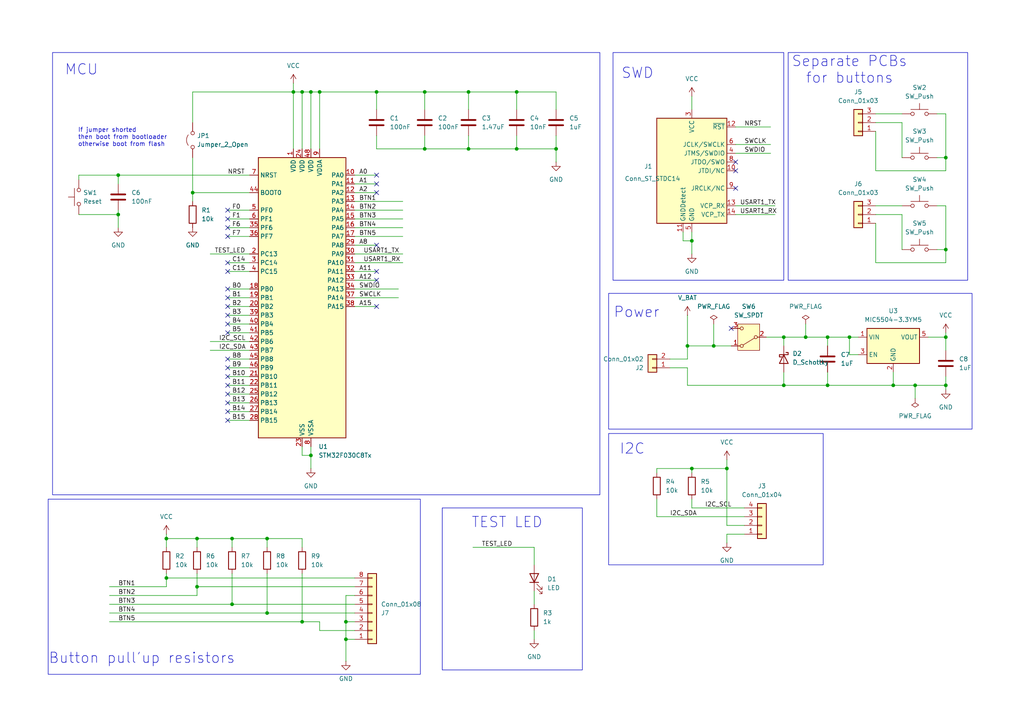
<source format=kicad_sch>
(kicad_sch
	(version 20231120)
	(generator "eeschema")
	(generator_version "8.0")
	(uuid "7d7f2912-2aec-4081-9058-cf6503677a50")
	(paper "A4")
	(lib_symbols
		(symbol "Connector:Conn_ST_STDC14"
			(exclude_from_sim no)
			(in_bom yes)
			(on_board yes)
			(property "Reference" "J"
				(at -8.89 16.51 0)
				(effects
					(font
						(size 1.27 1.27)
					)
					(justify right)
				)
			)
			(property "Value" "Conn_ST_STDC14"
				(at 17.78 16.51 0)
				(effects
					(font
						(size 1.27 1.27)
					)
					(justify right bottom)
				)
			)
			(property "Footprint" ""
				(at 0 0 0)
				(effects
					(font
						(size 1.27 1.27)
					)
					(hide yes)
				)
			)
			(property "Datasheet" "https://www.st.com/content/ccc/resource/technical/document/user_manual/group1/99/49/91/b6/b2/3a/46/e5/DM00526767/files/DM00526767.pdf/jcr:content/translations/en.DM00526767.pdf"
				(at -8.89 -31.75 90)
				(effects
					(font
						(size 1.27 1.27)
					)
					(hide yes)
				)
			)
			(property "Description" "ST Debug Connector, standard ARM Cortex-M SWD and JTAG interface plus UART"
				(at 0 0 0)
				(effects
					(font
						(size 1.27 1.27)
					)
					(hide yes)
				)
			)
			(property "ki_keywords" "ST STM32 Cortex Debug Connector ARM SWD JTAG"
				(at 0 0 0)
				(effects
					(font
						(size 1.27 1.27)
					)
					(hide yes)
				)
			)
			(property "ki_fp_filters" "PinHeader?2x07?P1.27mm*"
				(at 0 0 0)
				(effects
					(font
						(size 1.27 1.27)
					)
					(hide yes)
				)
			)
			(symbol "Conn_ST_STDC14_0_1"
				(rectangle
					(start -10.16 15.24)
					(end 10.16 -15.24)
					(stroke
						(width 0.254)
						(type default)
					)
					(fill
						(type background)
					)
				)
			)
			(symbol "Conn_ST_STDC14_1_1"
				(pin no_connect line
					(at -10.16 5.08 0)
					(length 2.54) hide
					(name "NC"
						(effects
							(font
								(size 1.27 1.27)
							)
						)
					)
					(number "1"
						(effects
							(font
								(size 1.27 1.27)
							)
						)
					)
				)
				(pin output line
					(at 12.7 0 180)
					(length 2.54)
					(name "JTDI/NC"
						(effects
							(font
								(size 1.27 1.27)
							)
						)
					)
					(number "10"
						(effects
							(font
								(size 1.27 1.27)
							)
						)
					)
				)
				(pin passive line
					(at -2.54 -17.78 90)
					(length 2.54)
					(name "GNDDetect"
						(effects
							(font
								(size 1.27 1.27)
							)
						)
					)
					(number "11"
						(effects
							(font
								(size 1.27 1.27)
							)
						)
					)
				)
				(pin open_collector line
					(at 12.7 12.7 180)
					(length 2.54)
					(name "~{RST}"
						(effects
							(font
								(size 1.27 1.27)
							)
						)
					)
					(number "12"
						(effects
							(font
								(size 1.27 1.27)
							)
						)
					)
				)
				(pin output line
					(at 12.7 -10.16 180)
					(length 2.54)
					(name "VCP_RX"
						(effects
							(font
								(size 1.27 1.27)
							)
						)
					)
					(number "13"
						(effects
							(font
								(size 1.27 1.27)
							)
						)
					)
				)
				(pin input line
					(at 12.7 -12.7 180)
					(length 2.54)
					(name "VCP_TX"
						(effects
							(font
								(size 1.27 1.27)
							)
						)
					)
					(number "14"
						(effects
							(font
								(size 1.27 1.27)
							)
						)
					)
				)
				(pin no_connect line
					(at -10.16 2.54 0)
					(length 2.54) hide
					(name "NC"
						(effects
							(font
								(size 1.27 1.27)
							)
						)
					)
					(number "2"
						(effects
							(font
								(size 1.27 1.27)
							)
						)
					)
				)
				(pin power_in line
					(at 0 17.78 270)
					(length 2.54)
					(name "VCC"
						(effects
							(font
								(size 1.27 1.27)
							)
						)
					)
					(number "3"
						(effects
							(font
								(size 1.27 1.27)
							)
						)
					)
				)
				(pin bidirectional line
					(at 12.7 5.08 180)
					(length 2.54)
					(name "JTMS/SWDIO"
						(effects
							(font
								(size 1.27 1.27)
							)
						)
					)
					(number "4"
						(effects
							(font
								(size 1.27 1.27)
							)
						)
					)
				)
				(pin power_in line
					(at 0 -17.78 90)
					(length 2.54)
					(name "GND"
						(effects
							(font
								(size 1.27 1.27)
							)
						)
					)
					(number "5"
						(effects
							(font
								(size 1.27 1.27)
							)
						)
					)
				)
				(pin output line
					(at 12.7 7.62 180)
					(length 2.54)
					(name "JCLK/SWCLK"
						(effects
							(font
								(size 1.27 1.27)
							)
						)
					)
					(number "6"
						(effects
							(font
								(size 1.27 1.27)
							)
						)
					)
				)
				(pin passive line
					(at 0 -17.78 90)
					(length 2.54) hide
					(name "GND"
						(effects
							(font
								(size 1.27 1.27)
							)
						)
					)
					(number "7"
						(effects
							(font
								(size 1.27 1.27)
							)
						)
					)
				)
				(pin input line
					(at 12.7 2.54 180)
					(length 2.54)
					(name "JTDO/SWO"
						(effects
							(font
								(size 1.27 1.27)
							)
						)
					)
					(number "8"
						(effects
							(font
								(size 1.27 1.27)
							)
						)
					)
				)
				(pin input line
					(at 12.7 -5.08 180)
					(length 2.54)
					(name "JRCLK/NC"
						(effects
							(font
								(size 1.27 1.27)
							)
						)
					)
					(number "9"
						(effects
							(font
								(size 1.27 1.27)
							)
						)
					)
				)
			)
		)
		(symbol "Connector_Generic:Conn_01x02"
			(pin_names
				(offset 1.016) hide)
			(exclude_from_sim no)
			(in_bom yes)
			(on_board yes)
			(property "Reference" "J"
				(at 0 2.54 0)
				(effects
					(font
						(size 1.27 1.27)
					)
				)
			)
			(property "Value" "Conn_01x02"
				(at 0 -5.08 0)
				(effects
					(font
						(size 1.27 1.27)
					)
				)
			)
			(property "Footprint" ""
				(at 0 0 0)
				(effects
					(font
						(size 1.27 1.27)
					)
					(hide yes)
				)
			)
			(property "Datasheet" "~"
				(at 0 0 0)
				(effects
					(font
						(size 1.27 1.27)
					)
					(hide yes)
				)
			)
			(property "Description" "Generic connector, single row, 01x02, script generated (kicad-library-utils/schlib/autogen/connector/)"
				(at 0 0 0)
				(effects
					(font
						(size 1.27 1.27)
					)
					(hide yes)
				)
			)
			(property "ki_keywords" "connector"
				(at 0 0 0)
				(effects
					(font
						(size 1.27 1.27)
					)
					(hide yes)
				)
			)
			(property "ki_fp_filters" "Connector*:*_1x??_*"
				(at 0 0 0)
				(effects
					(font
						(size 1.27 1.27)
					)
					(hide yes)
				)
			)
			(symbol "Conn_01x02_1_1"
				(rectangle
					(start -1.27 -2.413)
					(end 0 -2.667)
					(stroke
						(width 0.1524)
						(type default)
					)
					(fill
						(type none)
					)
				)
				(rectangle
					(start -1.27 0.127)
					(end 0 -0.127)
					(stroke
						(width 0.1524)
						(type default)
					)
					(fill
						(type none)
					)
				)
				(rectangle
					(start -1.27 1.27)
					(end 1.27 -3.81)
					(stroke
						(width 0.254)
						(type default)
					)
					(fill
						(type background)
					)
				)
				(pin passive line
					(at -5.08 0 0)
					(length 3.81)
					(name "Pin_1"
						(effects
							(font
								(size 1.27 1.27)
							)
						)
					)
					(number "1"
						(effects
							(font
								(size 1.27 1.27)
							)
						)
					)
				)
				(pin passive line
					(at -5.08 -2.54 0)
					(length 3.81)
					(name "Pin_2"
						(effects
							(font
								(size 1.27 1.27)
							)
						)
					)
					(number "2"
						(effects
							(font
								(size 1.27 1.27)
							)
						)
					)
				)
			)
		)
		(symbol "Connector_Generic:Conn_01x03"
			(pin_names
				(offset 1.016) hide)
			(exclude_from_sim no)
			(in_bom yes)
			(on_board yes)
			(property "Reference" "J"
				(at 0 5.08 0)
				(effects
					(font
						(size 1.27 1.27)
					)
				)
			)
			(property "Value" "Conn_01x03"
				(at 0 -5.08 0)
				(effects
					(font
						(size 1.27 1.27)
					)
				)
			)
			(property "Footprint" ""
				(at 0 0 0)
				(effects
					(font
						(size 1.27 1.27)
					)
					(hide yes)
				)
			)
			(property "Datasheet" "~"
				(at 0 0 0)
				(effects
					(font
						(size 1.27 1.27)
					)
					(hide yes)
				)
			)
			(property "Description" "Generic connector, single row, 01x03, script generated (kicad-library-utils/schlib/autogen/connector/)"
				(at 0 0 0)
				(effects
					(font
						(size 1.27 1.27)
					)
					(hide yes)
				)
			)
			(property "ki_keywords" "connector"
				(at 0 0 0)
				(effects
					(font
						(size 1.27 1.27)
					)
					(hide yes)
				)
			)
			(property "ki_fp_filters" "Connector*:*_1x??_*"
				(at 0 0 0)
				(effects
					(font
						(size 1.27 1.27)
					)
					(hide yes)
				)
			)
			(symbol "Conn_01x03_1_1"
				(rectangle
					(start -1.27 -2.413)
					(end 0 -2.667)
					(stroke
						(width 0.1524)
						(type default)
					)
					(fill
						(type none)
					)
				)
				(rectangle
					(start -1.27 0.127)
					(end 0 -0.127)
					(stroke
						(width 0.1524)
						(type default)
					)
					(fill
						(type none)
					)
				)
				(rectangle
					(start -1.27 2.667)
					(end 0 2.413)
					(stroke
						(width 0.1524)
						(type default)
					)
					(fill
						(type none)
					)
				)
				(rectangle
					(start -1.27 3.81)
					(end 1.27 -3.81)
					(stroke
						(width 0.254)
						(type default)
					)
					(fill
						(type background)
					)
				)
				(pin passive line
					(at -5.08 2.54 0)
					(length 3.81)
					(name "Pin_1"
						(effects
							(font
								(size 1.27 1.27)
							)
						)
					)
					(number "1"
						(effects
							(font
								(size 1.27 1.27)
							)
						)
					)
				)
				(pin passive line
					(at -5.08 0 0)
					(length 3.81)
					(name "Pin_2"
						(effects
							(font
								(size 1.27 1.27)
							)
						)
					)
					(number "2"
						(effects
							(font
								(size 1.27 1.27)
							)
						)
					)
				)
				(pin passive line
					(at -5.08 -2.54 0)
					(length 3.81)
					(name "Pin_3"
						(effects
							(font
								(size 1.27 1.27)
							)
						)
					)
					(number "3"
						(effects
							(font
								(size 1.27 1.27)
							)
						)
					)
				)
			)
		)
		(symbol "Connector_Generic:Conn_01x04"
			(pin_names
				(offset 1.016) hide)
			(exclude_from_sim no)
			(in_bom yes)
			(on_board yes)
			(property "Reference" "J"
				(at 0 5.08 0)
				(effects
					(font
						(size 1.27 1.27)
					)
				)
			)
			(property "Value" "Conn_01x04"
				(at 0 -7.62 0)
				(effects
					(font
						(size 1.27 1.27)
					)
				)
			)
			(property "Footprint" ""
				(at 0 0 0)
				(effects
					(font
						(size 1.27 1.27)
					)
					(hide yes)
				)
			)
			(property "Datasheet" "~"
				(at 0 0 0)
				(effects
					(font
						(size 1.27 1.27)
					)
					(hide yes)
				)
			)
			(property "Description" "Generic connector, single row, 01x04, script generated (kicad-library-utils/schlib/autogen/connector/)"
				(at 0 0 0)
				(effects
					(font
						(size 1.27 1.27)
					)
					(hide yes)
				)
			)
			(property "ki_keywords" "connector"
				(at 0 0 0)
				(effects
					(font
						(size 1.27 1.27)
					)
					(hide yes)
				)
			)
			(property "ki_fp_filters" "Connector*:*_1x??_*"
				(at 0 0 0)
				(effects
					(font
						(size 1.27 1.27)
					)
					(hide yes)
				)
			)
			(symbol "Conn_01x04_1_1"
				(rectangle
					(start -1.27 -4.953)
					(end 0 -5.207)
					(stroke
						(width 0.1524)
						(type default)
					)
					(fill
						(type none)
					)
				)
				(rectangle
					(start -1.27 -2.413)
					(end 0 -2.667)
					(stroke
						(width 0.1524)
						(type default)
					)
					(fill
						(type none)
					)
				)
				(rectangle
					(start -1.27 0.127)
					(end 0 -0.127)
					(stroke
						(width 0.1524)
						(type default)
					)
					(fill
						(type none)
					)
				)
				(rectangle
					(start -1.27 2.667)
					(end 0 2.413)
					(stroke
						(width 0.1524)
						(type default)
					)
					(fill
						(type none)
					)
				)
				(rectangle
					(start -1.27 3.81)
					(end 1.27 -6.35)
					(stroke
						(width 0.254)
						(type default)
					)
					(fill
						(type background)
					)
				)
				(pin passive line
					(at -5.08 2.54 0)
					(length 3.81)
					(name "Pin_1"
						(effects
							(font
								(size 1.27 1.27)
							)
						)
					)
					(number "1"
						(effects
							(font
								(size 1.27 1.27)
							)
						)
					)
				)
				(pin passive line
					(at -5.08 0 0)
					(length 3.81)
					(name "Pin_2"
						(effects
							(font
								(size 1.27 1.27)
							)
						)
					)
					(number "2"
						(effects
							(font
								(size 1.27 1.27)
							)
						)
					)
				)
				(pin passive line
					(at -5.08 -2.54 0)
					(length 3.81)
					(name "Pin_3"
						(effects
							(font
								(size 1.27 1.27)
							)
						)
					)
					(number "3"
						(effects
							(font
								(size 1.27 1.27)
							)
						)
					)
				)
				(pin passive line
					(at -5.08 -5.08 0)
					(length 3.81)
					(name "Pin_4"
						(effects
							(font
								(size 1.27 1.27)
							)
						)
					)
					(number "4"
						(effects
							(font
								(size 1.27 1.27)
							)
						)
					)
				)
			)
		)
		(symbol "Connector_Generic:Conn_01x08"
			(pin_names
				(offset 1.016) hide)
			(exclude_from_sim no)
			(in_bom yes)
			(on_board yes)
			(property "Reference" "J"
				(at 0 10.16 0)
				(effects
					(font
						(size 1.27 1.27)
					)
				)
			)
			(property "Value" "Conn_01x08"
				(at 0 -12.7 0)
				(effects
					(font
						(size 1.27 1.27)
					)
				)
			)
			(property "Footprint" ""
				(at 0 0 0)
				(effects
					(font
						(size 1.27 1.27)
					)
					(hide yes)
				)
			)
			(property "Datasheet" "~"
				(at 0 0 0)
				(effects
					(font
						(size 1.27 1.27)
					)
					(hide yes)
				)
			)
			(property "Description" "Generic connector, single row, 01x08, script generated (kicad-library-utils/schlib/autogen/connector/)"
				(at 0 0 0)
				(effects
					(font
						(size 1.27 1.27)
					)
					(hide yes)
				)
			)
			(property "ki_keywords" "connector"
				(at 0 0 0)
				(effects
					(font
						(size 1.27 1.27)
					)
					(hide yes)
				)
			)
			(property "ki_fp_filters" "Connector*:*_1x??_*"
				(at 0 0 0)
				(effects
					(font
						(size 1.27 1.27)
					)
					(hide yes)
				)
			)
			(symbol "Conn_01x08_1_1"
				(rectangle
					(start -1.27 -10.033)
					(end 0 -10.287)
					(stroke
						(width 0.1524)
						(type default)
					)
					(fill
						(type none)
					)
				)
				(rectangle
					(start -1.27 -7.493)
					(end 0 -7.747)
					(stroke
						(width 0.1524)
						(type default)
					)
					(fill
						(type none)
					)
				)
				(rectangle
					(start -1.27 -4.953)
					(end 0 -5.207)
					(stroke
						(width 0.1524)
						(type default)
					)
					(fill
						(type none)
					)
				)
				(rectangle
					(start -1.27 -2.413)
					(end 0 -2.667)
					(stroke
						(width 0.1524)
						(type default)
					)
					(fill
						(type none)
					)
				)
				(rectangle
					(start -1.27 0.127)
					(end 0 -0.127)
					(stroke
						(width 0.1524)
						(type default)
					)
					(fill
						(type none)
					)
				)
				(rectangle
					(start -1.27 2.667)
					(end 0 2.413)
					(stroke
						(width 0.1524)
						(type default)
					)
					(fill
						(type none)
					)
				)
				(rectangle
					(start -1.27 5.207)
					(end 0 4.953)
					(stroke
						(width 0.1524)
						(type default)
					)
					(fill
						(type none)
					)
				)
				(rectangle
					(start -1.27 7.747)
					(end 0 7.493)
					(stroke
						(width 0.1524)
						(type default)
					)
					(fill
						(type none)
					)
				)
				(rectangle
					(start -1.27 8.89)
					(end 1.27 -11.43)
					(stroke
						(width 0.254)
						(type default)
					)
					(fill
						(type background)
					)
				)
				(pin passive line
					(at -5.08 7.62 0)
					(length 3.81)
					(name "Pin_1"
						(effects
							(font
								(size 1.27 1.27)
							)
						)
					)
					(number "1"
						(effects
							(font
								(size 1.27 1.27)
							)
						)
					)
				)
				(pin passive line
					(at -5.08 5.08 0)
					(length 3.81)
					(name "Pin_2"
						(effects
							(font
								(size 1.27 1.27)
							)
						)
					)
					(number "2"
						(effects
							(font
								(size 1.27 1.27)
							)
						)
					)
				)
				(pin passive line
					(at -5.08 2.54 0)
					(length 3.81)
					(name "Pin_3"
						(effects
							(font
								(size 1.27 1.27)
							)
						)
					)
					(number "3"
						(effects
							(font
								(size 1.27 1.27)
							)
						)
					)
				)
				(pin passive line
					(at -5.08 0 0)
					(length 3.81)
					(name "Pin_4"
						(effects
							(font
								(size 1.27 1.27)
							)
						)
					)
					(number "4"
						(effects
							(font
								(size 1.27 1.27)
							)
						)
					)
				)
				(pin passive line
					(at -5.08 -2.54 0)
					(length 3.81)
					(name "Pin_5"
						(effects
							(font
								(size 1.27 1.27)
							)
						)
					)
					(number "5"
						(effects
							(font
								(size 1.27 1.27)
							)
						)
					)
				)
				(pin passive line
					(at -5.08 -5.08 0)
					(length 3.81)
					(name "Pin_6"
						(effects
							(font
								(size 1.27 1.27)
							)
						)
					)
					(number "6"
						(effects
							(font
								(size 1.27 1.27)
							)
						)
					)
				)
				(pin passive line
					(at -5.08 -7.62 0)
					(length 3.81)
					(name "Pin_7"
						(effects
							(font
								(size 1.27 1.27)
							)
						)
					)
					(number "7"
						(effects
							(font
								(size 1.27 1.27)
							)
						)
					)
				)
				(pin passive line
					(at -5.08 -10.16 0)
					(length 3.81)
					(name "Pin_8"
						(effects
							(font
								(size 1.27 1.27)
							)
						)
					)
					(number "8"
						(effects
							(font
								(size 1.27 1.27)
							)
						)
					)
				)
			)
		)
		(symbol "Device:C"
			(pin_numbers hide)
			(pin_names
				(offset 0.254)
			)
			(exclude_from_sim no)
			(in_bom yes)
			(on_board yes)
			(property "Reference" "C"
				(at 0.635 2.54 0)
				(effects
					(font
						(size 1.27 1.27)
					)
					(justify left)
				)
			)
			(property "Value" "C"
				(at 0.635 -2.54 0)
				(effects
					(font
						(size 1.27 1.27)
					)
					(justify left)
				)
			)
			(property "Footprint" ""
				(at 0.9652 -3.81 0)
				(effects
					(font
						(size 1.27 1.27)
					)
					(hide yes)
				)
			)
			(property "Datasheet" "~"
				(at 0 0 0)
				(effects
					(font
						(size 1.27 1.27)
					)
					(hide yes)
				)
			)
			(property "Description" "Unpolarized capacitor"
				(at 0 0 0)
				(effects
					(font
						(size 1.27 1.27)
					)
					(hide yes)
				)
			)
			(property "ki_keywords" "cap capacitor"
				(at 0 0 0)
				(effects
					(font
						(size 1.27 1.27)
					)
					(hide yes)
				)
			)
			(property "ki_fp_filters" "C_*"
				(at 0 0 0)
				(effects
					(font
						(size 1.27 1.27)
					)
					(hide yes)
				)
			)
			(symbol "C_0_1"
				(polyline
					(pts
						(xy -2.032 -0.762) (xy 2.032 -0.762)
					)
					(stroke
						(width 0.508)
						(type default)
					)
					(fill
						(type none)
					)
				)
				(polyline
					(pts
						(xy -2.032 0.762) (xy 2.032 0.762)
					)
					(stroke
						(width 0.508)
						(type default)
					)
					(fill
						(type none)
					)
				)
			)
			(symbol "C_1_1"
				(pin passive line
					(at 0 3.81 270)
					(length 2.794)
					(name "~"
						(effects
							(font
								(size 1.27 1.27)
							)
						)
					)
					(number "1"
						(effects
							(font
								(size 1.27 1.27)
							)
						)
					)
				)
				(pin passive line
					(at 0 -3.81 90)
					(length 2.794)
					(name "~"
						(effects
							(font
								(size 1.27 1.27)
							)
						)
					)
					(number "2"
						(effects
							(font
								(size 1.27 1.27)
							)
						)
					)
				)
			)
		)
		(symbol "Device:D_Schottky"
			(pin_numbers hide)
			(pin_names
				(offset 1.016) hide)
			(exclude_from_sim no)
			(in_bom yes)
			(on_board yes)
			(property "Reference" "D"
				(at 0 2.54 0)
				(effects
					(font
						(size 1.27 1.27)
					)
				)
			)
			(property "Value" "D_Schottky"
				(at 0 -2.54 0)
				(effects
					(font
						(size 1.27 1.27)
					)
				)
			)
			(property "Footprint" ""
				(at 0 0 0)
				(effects
					(font
						(size 1.27 1.27)
					)
					(hide yes)
				)
			)
			(property "Datasheet" "~"
				(at 0 0 0)
				(effects
					(font
						(size 1.27 1.27)
					)
					(hide yes)
				)
			)
			(property "Description" "Schottky diode"
				(at 0 0 0)
				(effects
					(font
						(size 1.27 1.27)
					)
					(hide yes)
				)
			)
			(property "ki_keywords" "diode Schottky"
				(at 0 0 0)
				(effects
					(font
						(size 1.27 1.27)
					)
					(hide yes)
				)
			)
			(property "ki_fp_filters" "TO-???* *_Diode_* *SingleDiode* D_*"
				(at 0 0 0)
				(effects
					(font
						(size 1.27 1.27)
					)
					(hide yes)
				)
			)
			(symbol "D_Schottky_0_1"
				(polyline
					(pts
						(xy 1.27 0) (xy -1.27 0)
					)
					(stroke
						(width 0)
						(type default)
					)
					(fill
						(type none)
					)
				)
				(polyline
					(pts
						(xy 1.27 1.27) (xy 1.27 -1.27) (xy -1.27 0) (xy 1.27 1.27)
					)
					(stroke
						(width 0.254)
						(type default)
					)
					(fill
						(type none)
					)
				)
				(polyline
					(pts
						(xy -1.905 0.635) (xy -1.905 1.27) (xy -1.27 1.27) (xy -1.27 -1.27) (xy -0.635 -1.27) (xy -0.635 -0.635)
					)
					(stroke
						(width 0.254)
						(type default)
					)
					(fill
						(type none)
					)
				)
			)
			(symbol "D_Schottky_1_1"
				(pin passive line
					(at -3.81 0 0)
					(length 2.54)
					(name "K"
						(effects
							(font
								(size 1.27 1.27)
							)
						)
					)
					(number "1"
						(effects
							(font
								(size 1.27 1.27)
							)
						)
					)
				)
				(pin passive line
					(at 3.81 0 180)
					(length 2.54)
					(name "A"
						(effects
							(font
								(size 1.27 1.27)
							)
						)
					)
					(number "2"
						(effects
							(font
								(size 1.27 1.27)
							)
						)
					)
				)
			)
		)
		(symbol "Device:LED"
			(pin_numbers hide)
			(pin_names
				(offset 1.016) hide)
			(exclude_from_sim no)
			(in_bom yes)
			(on_board yes)
			(property "Reference" "D"
				(at 0 2.54 0)
				(effects
					(font
						(size 1.27 1.27)
					)
				)
			)
			(property "Value" "LED"
				(at 0 -2.54 0)
				(effects
					(font
						(size 1.27 1.27)
					)
				)
			)
			(property "Footprint" ""
				(at 0 0 0)
				(effects
					(font
						(size 1.27 1.27)
					)
					(hide yes)
				)
			)
			(property "Datasheet" "~"
				(at 0 0 0)
				(effects
					(font
						(size 1.27 1.27)
					)
					(hide yes)
				)
			)
			(property "Description" "Light emitting diode"
				(at 0 0 0)
				(effects
					(font
						(size 1.27 1.27)
					)
					(hide yes)
				)
			)
			(property "ki_keywords" "LED diode"
				(at 0 0 0)
				(effects
					(font
						(size 1.27 1.27)
					)
					(hide yes)
				)
			)
			(property "ki_fp_filters" "LED* LED_SMD:* LED_THT:*"
				(at 0 0 0)
				(effects
					(font
						(size 1.27 1.27)
					)
					(hide yes)
				)
			)
			(symbol "LED_0_1"
				(polyline
					(pts
						(xy -1.27 -1.27) (xy -1.27 1.27)
					)
					(stroke
						(width 0.254)
						(type default)
					)
					(fill
						(type none)
					)
				)
				(polyline
					(pts
						(xy -1.27 0) (xy 1.27 0)
					)
					(stroke
						(width 0)
						(type default)
					)
					(fill
						(type none)
					)
				)
				(polyline
					(pts
						(xy 1.27 -1.27) (xy 1.27 1.27) (xy -1.27 0) (xy 1.27 -1.27)
					)
					(stroke
						(width 0.254)
						(type default)
					)
					(fill
						(type none)
					)
				)
				(polyline
					(pts
						(xy -3.048 -0.762) (xy -4.572 -2.286) (xy -3.81 -2.286) (xy -4.572 -2.286) (xy -4.572 -1.524)
					)
					(stroke
						(width 0)
						(type default)
					)
					(fill
						(type none)
					)
				)
				(polyline
					(pts
						(xy -1.778 -0.762) (xy -3.302 -2.286) (xy -2.54 -2.286) (xy -3.302 -2.286) (xy -3.302 -1.524)
					)
					(stroke
						(width 0)
						(type default)
					)
					(fill
						(type none)
					)
				)
			)
			(symbol "LED_1_1"
				(pin passive line
					(at -3.81 0 0)
					(length 2.54)
					(name "K"
						(effects
							(font
								(size 1.27 1.27)
							)
						)
					)
					(number "1"
						(effects
							(font
								(size 1.27 1.27)
							)
						)
					)
				)
				(pin passive line
					(at 3.81 0 180)
					(length 2.54)
					(name "A"
						(effects
							(font
								(size 1.27 1.27)
							)
						)
					)
					(number "2"
						(effects
							(font
								(size 1.27 1.27)
							)
						)
					)
				)
			)
		)
		(symbol "Device:R"
			(pin_numbers hide)
			(pin_names
				(offset 0)
			)
			(exclude_from_sim no)
			(in_bom yes)
			(on_board yes)
			(property "Reference" "R"
				(at 2.032 0 90)
				(effects
					(font
						(size 1.27 1.27)
					)
				)
			)
			(property "Value" "R"
				(at 0 0 90)
				(effects
					(font
						(size 1.27 1.27)
					)
				)
			)
			(property "Footprint" ""
				(at -1.778 0 90)
				(effects
					(font
						(size 1.27 1.27)
					)
					(hide yes)
				)
			)
			(property "Datasheet" "~"
				(at 0 0 0)
				(effects
					(font
						(size 1.27 1.27)
					)
					(hide yes)
				)
			)
			(property "Description" "Resistor"
				(at 0 0 0)
				(effects
					(font
						(size 1.27 1.27)
					)
					(hide yes)
				)
			)
			(property "ki_keywords" "R res resistor"
				(at 0 0 0)
				(effects
					(font
						(size 1.27 1.27)
					)
					(hide yes)
				)
			)
			(property "ki_fp_filters" "R_*"
				(at 0 0 0)
				(effects
					(font
						(size 1.27 1.27)
					)
					(hide yes)
				)
			)
			(symbol "R_0_1"
				(rectangle
					(start -1.016 -2.54)
					(end 1.016 2.54)
					(stroke
						(width 0.254)
						(type default)
					)
					(fill
						(type none)
					)
				)
			)
			(symbol "R_1_1"
				(pin passive line
					(at 0 3.81 270)
					(length 1.27)
					(name "~"
						(effects
							(font
								(size 1.27 1.27)
							)
						)
					)
					(number "1"
						(effects
							(font
								(size 1.27 1.27)
							)
						)
					)
				)
				(pin passive line
					(at 0 -3.81 90)
					(length 1.27)
					(name "~"
						(effects
							(font
								(size 1.27 1.27)
							)
						)
					)
					(number "2"
						(effects
							(font
								(size 1.27 1.27)
							)
						)
					)
				)
			)
		)
		(symbol "Jumper:Jumper_2_Open"
			(pin_numbers hide)
			(pin_names
				(offset 0) hide)
			(exclude_from_sim yes)
			(in_bom yes)
			(on_board yes)
			(property "Reference" "JP"
				(at 0 2.794 0)
				(effects
					(font
						(size 1.27 1.27)
					)
				)
			)
			(property "Value" "Jumper_2_Open"
				(at 0 -2.286 0)
				(effects
					(font
						(size 1.27 1.27)
					)
				)
			)
			(property "Footprint" ""
				(at 0 0 0)
				(effects
					(font
						(size 1.27 1.27)
					)
					(hide yes)
				)
			)
			(property "Datasheet" "~"
				(at 0 0 0)
				(effects
					(font
						(size 1.27 1.27)
					)
					(hide yes)
				)
			)
			(property "Description" "Jumper, 2-pole, open"
				(at 0 0 0)
				(effects
					(font
						(size 1.27 1.27)
					)
					(hide yes)
				)
			)
			(property "ki_keywords" "Jumper SPST"
				(at 0 0 0)
				(effects
					(font
						(size 1.27 1.27)
					)
					(hide yes)
				)
			)
			(property "ki_fp_filters" "Jumper* TestPoint*2Pads* TestPoint*Bridge*"
				(at 0 0 0)
				(effects
					(font
						(size 1.27 1.27)
					)
					(hide yes)
				)
			)
			(symbol "Jumper_2_Open_0_0"
				(circle
					(center -2.032 0)
					(radius 0.508)
					(stroke
						(width 0)
						(type default)
					)
					(fill
						(type none)
					)
				)
				(circle
					(center 2.032 0)
					(radius 0.508)
					(stroke
						(width 0)
						(type default)
					)
					(fill
						(type none)
					)
				)
			)
			(symbol "Jumper_2_Open_0_1"
				(arc
					(start 1.524 1.27)
					(mid 0 1.778)
					(end -1.524 1.27)
					(stroke
						(width 0)
						(type default)
					)
					(fill
						(type none)
					)
				)
			)
			(symbol "Jumper_2_Open_1_1"
				(pin passive line
					(at -5.08 0 0)
					(length 2.54)
					(name "A"
						(effects
							(font
								(size 1.27 1.27)
							)
						)
					)
					(number "1"
						(effects
							(font
								(size 1.27 1.27)
							)
						)
					)
				)
				(pin passive line
					(at 5.08 0 180)
					(length 2.54)
					(name "B"
						(effects
							(font
								(size 1.27 1.27)
							)
						)
					)
					(number "2"
						(effects
							(font
								(size 1.27 1.27)
							)
						)
					)
				)
			)
		)
		(symbol "MCU_ST_STM32F0:STM32F030C8Tx"
			(exclude_from_sim no)
			(in_bom yes)
			(on_board yes)
			(property "Reference" "U"
				(at -12.7 41.91 0)
				(effects
					(font
						(size 1.27 1.27)
					)
					(justify left)
				)
			)
			(property "Value" "STM32F030C8Tx"
				(at 7.62 41.91 0)
				(effects
					(font
						(size 1.27 1.27)
					)
					(justify left)
				)
			)
			(property "Footprint" "Package_QFP:LQFP-48_7x7mm_P0.5mm"
				(at -12.7 -40.64 0)
				(effects
					(font
						(size 1.27 1.27)
					)
					(justify right)
					(hide yes)
				)
			)
			(property "Datasheet" "https://www.st.com/resource/en/datasheet/stm32f030c8.pdf"
				(at 0 0 0)
				(effects
					(font
						(size 1.27 1.27)
					)
					(hide yes)
				)
			)
			(property "Description" "STMicroelectronics Arm Cortex-M0 MCU, 64KB flash, 8KB RAM, 48 MHz, 2.4-3.6V, 39 GPIO, LQFP48"
				(at 0 0 0)
				(effects
					(font
						(size 1.27 1.27)
					)
					(hide yes)
				)
			)
			(property "ki_keywords" "Arm Cortex-M0 STM32F0 STM32F0x0 Value Line"
				(at 0 0 0)
				(effects
					(font
						(size 1.27 1.27)
					)
					(hide yes)
				)
			)
			(property "ki_fp_filters" "LQFP*7x7mm*P0.5mm*"
				(at 0 0 0)
				(effects
					(font
						(size 1.27 1.27)
					)
					(hide yes)
				)
			)
			(symbol "STM32F030C8Tx_0_1"
				(rectangle
					(start -12.7 -40.64)
					(end 12.7 40.64)
					(stroke
						(width 0.254)
						(type default)
					)
					(fill
						(type background)
					)
				)
			)
			(symbol "STM32F030C8Tx_1_1"
				(pin power_in line
					(at -2.54 43.18 270)
					(length 2.54)
					(name "VDD"
						(effects
							(font
								(size 1.27 1.27)
							)
						)
					)
					(number "1"
						(effects
							(font
								(size 1.27 1.27)
							)
						)
					)
				)
				(pin bidirectional line
					(at 15.24 35.56 180)
					(length 2.54)
					(name "PA0"
						(effects
							(font
								(size 1.27 1.27)
							)
						)
					)
					(number "10"
						(effects
							(font
								(size 1.27 1.27)
							)
						)
					)
					(alternate "ADC_IN0" bidirectional line)
					(alternate "RTC_TAMP2" bidirectional line)
					(alternate "SYS_WKUP1" bidirectional line)
					(alternate "USART2_CTS" bidirectional line)
				)
				(pin bidirectional line
					(at 15.24 33.02 180)
					(length 2.54)
					(name "PA1"
						(effects
							(font
								(size 1.27 1.27)
							)
						)
					)
					(number "11"
						(effects
							(font
								(size 1.27 1.27)
							)
						)
					)
					(alternate "ADC_IN1" bidirectional line)
					(alternate "USART2_DE" bidirectional line)
					(alternate "USART2_RTS" bidirectional line)
				)
				(pin bidirectional line
					(at 15.24 30.48 180)
					(length 2.54)
					(name "PA2"
						(effects
							(font
								(size 1.27 1.27)
							)
						)
					)
					(number "12"
						(effects
							(font
								(size 1.27 1.27)
							)
						)
					)
					(alternate "ADC_IN2" bidirectional line)
					(alternate "TIM15_CH1" bidirectional line)
					(alternate "USART2_TX" bidirectional line)
				)
				(pin bidirectional line
					(at 15.24 27.94 180)
					(length 2.54)
					(name "PA3"
						(effects
							(font
								(size 1.27 1.27)
							)
						)
					)
					(number "13"
						(effects
							(font
								(size 1.27 1.27)
							)
						)
					)
					(alternate "ADC_IN3" bidirectional line)
					(alternate "TIM15_CH2" bidirectional line)
					(alternate "USART2_RX" bidirectional line)
				)
				(pin bidirectional line
					(at 15.24 25.4 180)
					(length 2.54)
					(name "PA4"
						(effects
							(font
								(size 1.27 1.27)
							)
						)
					)
					(number "14"
						(effects
							(font
								(size 1.27 1.27)
							)
						)
					)
					(alternate "ADC_IN4" bidirectional line)
					(alternate "SPI1_NSS" bidirectional line)
					(alternate "TIM14_CH1" bidirectional line)
					(alternate "USART2_CK" bidirectional line)
				)
				(pin bidirectional line
					(at 15.24 22.86 180)
					(length 2.54)
					(name "PA5"
						(effects
							(font
								(size 1.27 1.27)
							)
						)
					)
					(number "15"
						(effects
							(font
								(size 1.27 1.27)
							)
						)
					)
					(alternate "ADC_IN5" bidirectional line)
					(alternate "SPI1_SCK" bidirectional line)
				)
				(pin bidirectional line
					(at 15.24 20.32 180)
					(length 2.54)
					(name "PA6"
						(effects
							(font
								(size 1.27 1.27)
							)
						)
					)
					(number "16"
						(effects
							(font
								(size 1.27 1.27)
							)
						)
					)
					(alternate "ADC_IN6" bidirectional line)
					(alternate "SPI1_MISO" bidirectional line)
					(alternate "TIM16_CH1" bidirectional line)
					(alternate "TIM1_BKIN" bidirectional line)
					(alternate "TIM3_CH1" bidirectional line)
				)
				(pin bidirectional line
					(at 15.24 17.78 180)
					(length 2.54)
					(name "PA7"
						(effects
							(font
								(size 1.27 1.27)
							)
						)
					)
					(number "17"
						(effects
							(font
								(size 1.27 1.27)
							)
						)
					)
					(alternate "ADC_IN7" bidirectional line)
					(alternate "SPI1_MOSI" bidirectional line)
					(alternate "TIM14_CH1" bidirectional line)
					(alternate "TIM17_CH1" bidirectional line)
					(alternate "TIM1_CH1N" bidirectional line)
					(alternate "TIM3_CH2" bidirectional line)
				)
				(pin bidirectional line
					(at -15.24 2.54 0)
					(length 2.54)
					(name "PB0"
						(effects
							(font
								(size 1.27 1.27)
							)
						)
					)
					(number "18"
						(effects
							(font
								(size 1.27 1.27)
							)
						)
					)
					(alternate "ADC_IN8" bidirectional line)
					(alternate "TIM1_CH2N" bidirectional line)
					(alternate "TIM3_CH3" bidirectional line)
				)
				(pin bidirectional line
					(at -15.24 0 0)
					(length 2.54)
					(name "PB1"
						(effects
							(font
								(size 1.27 1.27)
							)
						)
					)
					(number "19"
						(effects
							(font
								(size 1.27 1.27)
							)
						)
					)
					(alternate "ADC_IN9" bidirectional line)
					(alternate "TIM14_CH1" bidirectional line)
					(alternate "TIM1_CH3N" bidirectional line)
					(alternate "TIM3_CH4" bidirectional line)
				)
				(pin bidirectional line
					(at -15.24 12.7 0)
					(length 2.54)
					(name "PC13"
						(effects
							(font
								(size 1.27 1.27)
							)
						)
					)
					(number "2"
						(effects
							(font
								(size 1.27 1.27)
							)
						)
					)
					(alternate "RTC_OUT_ALARM" bidirectional line)
					(alternate "RTC_OUT_CALIB" bidirectional line)
					(alternate "RTC_TAMP1" bidirectional line)
					(alternate "RTC_TS" bidirectional line)
					(alternate "SYS_WKUP2" bidirectional line)
				)
				(pin bidirectional line
					(at -15.24 -2.54 0)
					(length 2.54)
					(name "PB2"
						(effects
							(font
								(size 1.27 1.27)
							)
						)
					)
					(number "20"
						(effects
							(font
								(size 1.27 1.27)
							)
						)
					)
				)
				(pin bidirectional line
					(at -15.24 -22.86 0)
					(length 2.54)
					(name "PB10"
						(effects
							(font
								(size 1.27 1.27)
							)
						)
					)
					(number "21"
						(effects
							(font
								(size 1.27 1.27)
							)
						)
					)
					(alternate "I2C2_SCL" bidirectional line)
				)
				(pin bidirectional line
					(at -15.24 -25.4 0)
					(length 2.54)
					(name "PB11"
						(effects
							(font
								(size 1.27 1.27)
							)
						)
					)
					(number "22"
						(effects
							(font
								(size 1.27 1.27)
							)
						)
					)
					(alternate "I2C2_SDA" bidirectional line)
				)
				(pin power_in line
					(at 0 -43.18 90)
					(length 2.54)
					(name "VSS"
						(effects
							(font
								(size 1.27 1.27)
							)
						)
					)
					(number "23"
						(effects
							(font
								(size 1.27 1.27)
							)
						)
					)
				)
				(pin power_in line
					(at 0 43.18 270)
					(length 2.54)
					(name "VDD"
						(effects
							(font
								(size 1.27 1.27)
							)
						)
					)
					(number "24"
						(effects
							(font
								(size 1.27 1.27)
							)
						)
					)
				)
				(pin bidirectional line
					(at -15.24 -27.94 0)
					(length 2.54)
					(name "PB12"
						(effects
							(font
								(size 1.27 1.27)
							)
						)
					)
					(number "25"
						(effects
							(font
								(size 1.27 1.27)
							)
						)
					)
					(alternate "SPI2_NSS" bidirectional line)
					(alternate "TIM1_BKIN" bidirectional line)
				)
				(pin bidirectional line
					(at -15.24 -30.48 0)
					(length 2.54)
					(name "PB13"
						(effects
							(font
								(size 1.27 1.27)
							)
						)
					)
					(number "26"
						(effects
							(font
								(size 1.27 1.27)
							)
						)
					)
					(alternate "SPI2_SCK" bidirectional line)
					(alternate "TIM1_CH1N" bidirectional line)
				)
				(pin bidirectional line
					(at -15.24 -33.02 0)
					(length 2.54)
					(name "PB14"
						(effects
							(font
								(size 1.27 1.27)
							)
						)
					)
					(number "27"
						(effects
							(font
								(size 1.27 1.27)
							)
						)
					)
					(alternate "SPI2_MISO" bidirectional line)
					(alternate "TIM15_CH1" bidirectional line)
					(alternate "TIM1_CH2N" bidirectional line)
				)
				(pin bidirectional line
					(at -15.24 -35.56 0)
					(length 2.54)
					(name "PB15"
						(effects
							(font
								(size 1.27 1.27)
							)
						)
					)
					(number "28"
						(effects
							(font
								(size 1.27 1.27)
							)
						)
					)
					(alternate "RTC_REFIN" bidirectional line)
					(alternate "SPI2_MOSI" bidirectional line)
					(alternate "TIM15_CH1N" bidirectional line)
					(alternate "TIM15_CH2" bidirectional line)
					(alternate "TIM1_CH3N" bidirectional line)
				)
				(pin bidirectional line
					(at 15.24 15.24 180)
					(length 2.54)
					(name "PA8"
						(effects
							(font
								(size 1.27 1.27)
							)
						)
					)
					(number "29"
						(effects
							(font
								(size 1.27 1.27)
							)
						)
					)
					(alternate "RCC_MCO" bidirectional line)
					(alternate "TIM1_CH1" bidirectional line)
					(alternate "USART1_CK" bidirectional line)
				)
				(pin bidirectional line
					(at -15.24 10.16 0)
					(length 2.54)
					(name "PC14"
						(effects
							(font
								(size 1.27 1.27)
							)
						)
					)
					(number "3"
						(effects
							(font
								(size 1.27 1.27)
							)
						)
					)
					(alternate "RCC_OSC32_IN" bidirectional line)
				)
				(pin bidirectional line
					(at 15.24 12.7 180)
					(length 2.54)
					(name "PA9"
						(effects
							(font
								(size 1.27 1.27)
							)
						)
					)
					(number "30"
						(effects
							(font
								(size 1.27 1.27)
							)
						)
					)
					(alternate "TIM15_BKIN" bidirectional line)
					(alternate "TIM1_CH2" bidirectional line)
					(alternate "USART1_TX" bidirectional line)
				)
				(pin bidirectional line
					(at 15.24 10.16 180)
					(length 2.54)
					(name "PA10"
						(effects
							(font
								(size 1.27 1.27)
							)
						)
					)
					(number "31"
						(effects
							(font
								(size 1.27 1.27)
							)
						)
					)
					(alternate "TIM17_BKIN" bidirectional line)
					(alternate "TIM1_CH3" bidirectional line)
					(alternate "USART1_RX" bidirectional line)
				)
				(pin bidirectional line
					(at 15.24 7.62 180)
					(length 2.54)
					(name "PA11"
						(effects
							(font
								(size 1.27 1.27)
							)
						)
					)
					(number "32"
						(effects
							(font
								(size 1.27 1.27)
							)
						)
					)
					(alternate "TIM1_CH4" bidirectional line)
					(alternate "USART1_CTS" bidirectional line)
				)
				(pin bidirectional line
					(at 15.24 5.08 180)
					(length 2.54)
					(name "PA12"
						(effects
							(font
								(size 1.27 1.27)
							)
						)
					)
					(number "33"
						(effects
							(font
								(size 1.27 1.27)
							)
						)
					)
					(alternate "TIM1_ETR" bidirectional line)
					(alternate "USART1_DE" bidirectional line)
					(alternate "USART1_RTS" bidirectional line)
				)
				(pin bidirectional line
					(at 15.24 2.54 180)
					(length 2.54)
					(name "PA13"
						(effects
							(font
								(size 1.27 1.27)
							)
						)
					)
					(number "34"
						(effects
							(font
								(size 1.27 1.27)
							)
						)
					)
					(alternate "IR_OUT" bidirectional line)
					(alternate "SYS_SWDIO" bidirectional line)
				)
				(pin bidirectional line
					(at -15.24 20.32 0)
					(length 2.54)
					(name "PF6"
						(effects
							(font
								(size 1.27 1.27)
							)
						)
					)
					(number "35"
						(effects
							(font
								(size 1.27 1.27)
							)
						)
					)
					(alternate "I2C2_SCL" bidirectional line)
				)
				(pin bidirectional line
					(at -15.24 17.78 0)
					(length 2.54)
					(name "PF7"
						(effects
							(font
								(size 1.27 1.27)
							)
						)
					)
					(number "36"
						(effects
							(font
								(size 1.27 1.27)
							)
						)
					)
					(alternate "I2C2_SDA" bidirectional line)
				)
				(pin bidirectional line
					(at 15.24 0 180)
					(length 2.54)
					(name "PA14"
						(effects
							(font
								(size 1.27 1.27)
							)
						)
					)
					(number "37"
						(effects
							(font
								(size 1.27 1.27)
							)
						)
					)
					(alternate "SYS_SWCLK" bidirectional line)
					(alternate "USART2_TX" bidirectional line)
				)
				(pin bidirectional line
					(at 15.24 -2.54 180)
					(length 2.54)
					(name "PA15"
						(effects
							(font
								(size 1.27 1.27)
							)
						)
					)
					(number "38"
						(effects
							(font
								(size 1.27 1.27)
							)
						)
					)
					(alternate "SPI1_NSS" bidirectional line)
					(alternate "USART2_RX" bidirectional line)
				)
				(pin bidirectional line
					(at -15.24 -5.08 0)
					(length 2.54)
					(name "PB3"
						(effects
							(font
								(size 1.27 1.27)
							)
						)
					)
					(number "39"
						(effects
							(font
								(size 1.27 1.27)
							)
						)
					)
					(alternate "SPI1_SCK" bidirectional line)
				)
				(pin bidirectional line
					(at -15.24 7.62 0)
					(length 2.54)
					(name "PC15"
						(effects
							(font
								(size 1.27 1.27)
							)
						)
					)
					(number "4"
						(effects
							(font
								(size 1.27 1.27)
							)
						)
					)
					(alternate "RCC_OSC32_OUT" bidirectional line)
				)
				(pin bidirectional line
					(at -15.24 -7.62 0)
					(length 2.54)
					(name "PB4"
						(effects
							(font
								(size 1.27 1.27)
							)
						)
					)
					(number "40"
						(effects
							(font
								(size 1.27 1.27)
							)
						)
					)
					(alternate "SPI1_MISO" bidirectional line)
					(alternate "TIM3_CH1" bidirectional line)
				)
				(pin bidirectional line
					(at -15.24 -10.16 0)
					(length 2.54)
					(name "PB5"
						(effects
							(font
								(size 1.27 1.27)
							)
						)
					)
					(number "41"
						(effects
							(font
								(size 1.27 1.27)
							)
						)
					)
					(alternate "I2C1_SMBA" bidirectional line)
					(alternate "SPI1_MOSI" bidirectional line)
					(alternate "TIM16_BKIN" bidirectional line)
					(alternate "TIM3_CH2" bidirectional line)
				)
				(pin bidirectional line
					(at -15.24 -12.7 0)
					(length 2.54)
					(name "PB6"
						(effects
							(font
								(size 1.27 1.27)
							)
						)
					)
					(number "42"
						(effects
							(font
								(size 1.27 1.27)
							)
						)
					)
					(alternate "I2C1_SCL" bidirectional line)
					(alternate "TIM16_CH1N" bidirectional line)
					(alternate "USART1_TX" bidirectional line)
				)
				(pin bidirectional line
					(at -15.24 -15.24 0)
					(length 2.54)
					(name "PB7"
						(effects
							(font
								(size 1.27 1.27)
							)
						)
					)
					(number "43"
						(effects
							(font
								(size 1.27 1.27)
							)
						)
					)
					(alternate "I2C1_SDA" bidirectional line)
					(alternate "TIM17_CH1N" bidirectional line)
					(alternate "USART1_RX" bidirectional line)
				)
				(pin input line
					(at -15.24 30.48 0)
					(length 2.54)
					(name "BOOT0"
						(effects
							(font
								(size 1.27 1.27)
							)
						)
					)
					(number "44"
						(effects
							(font
								(size 1.27 1.27)
							)
						)
					)
				)
				(pin bidirectional line
					(at -15.24 -17.78 0)
					(length 2.54)
					(name "PB8"
						(effects
							(font
								(size 1.27 1.27)
							)
						)
					)
					(number "45"
						(effects
							(font
								(size 1.27 1.27)
							)
						)
					)
					(alternate "I2C1_SCL" bidirectional line)
					(alternate "TIM16_CH1" bidirectional line)
				)
				(pin bidirectional line
					(at -15.24 -20.32 0)
					(length 2.54)
					(name "PB9"
						(effects
							(font
								(size 1.27 1.27)
							)
						)
					)
					(number "46"
						(effects
							(font
								(size 1.27 1.27)
							)
						)
					)
					(alternate "I2C1_SDA" bidirectional line)
					(alternate "IR_OUT" bidirectional line)
					(alternate "TIM17_CH1" bidirectional line)
				)
				(pin passive line
					(at 0 -43.18 90)
					(length 2.54) hide
					(name "VSS"
						(effects
							(font
								(size 1.27 1.27)
							)
						)
					)
					(number "47"
						(effects
							(font
								(size 1.27 1.27)
							)
						)
					)
				)
				(pin power_in line
					(at 2.54 43.18 270)
					(length 2.54)
					(name "VDD"
						(effects
							(font
								(size 1.27 1.27)
							)
						)
					)
					(number "48"
						(effects
							(font
								(size 1.27 1.27)
							)
						)
					)
				)
				(pin bidirectional line
					(at -15.24 25.4 0)
					(length 2.54)
					(name "PF0"
						(effects
							(font
								(size 1.27 1.27)
							)
						)
					)
					(number "5"
						(effects
							(font
								(size 1.27 1.27)
							)
						)
					)
					(alternate "RCC_OSC_IN" bidirectional line)
				)
				(pin bidirectional line
					(at -15.24 22.86 0)
					(length 2.54)
					(name "PF1"
						(effects
							(font
								(size 1.27 1.27)
							)
						)
					)
					(number "6"
						(effects
							(font
								(size 1.27 1.27)
							)
						)
					)
					(alternate "RCC_OSC_OUT" bidirectional line)
				)
				(pin input line
					(at -15.24 35.56 0)
					(length 2.54)
					(name "NRST"
						(effects
							(font
								(size 1.27 1.27)
							)
						)
					)
					(number "7"
						(effects
							(font
								(size 1.27 1.27)
							)
						)
					)
				)
				(pin power_in line
					(at 2.54 -43.18 90)
					(length 2.54)
					(name "VSSA"
						(effects
							(font
								(size 1.27 1.27)
							)
						)
					)
					(number "8"
						(effects
							(font
								(size 1.27 1.27)
							)
						)
					)
				)
				(pin power_in line
					(at 5.08 43.18 270)
					(length 2.54)
					(name "VDDA"
						(effects
							(font
								(size 1.27 1.27)
							)
						)
					)
					(number "9"
						(effects
							(font
								(size 1.27 1.27)
							)
						)
					)
				)
			)
		)
		(symbol "Regulator_Linear:MIC5504-3.3YM5"
			(exclude_from_sim no)
			(in_bom yes)
			(on_board yes)
			(property "Reference" "U"
				(at -7.62 8.89 0)
				(effects
					(font
						(size 1.27 1.27)
					)
					(justify left)
				)
			)
			(property "Value" "MIC5504-3.3YM5"
				(at -7.62 6.35 0)
				(effects
					(font
						(size 1.27 1.27)
					)
					(justify left)
				)
			)
			(property "Footprint" "Package_TO_SOT_SMD:SOT-23-5"
				(at 0 -10.16 0)
				(effects
					(font
						(size 1.27 1.27)
					)
					(hide yes)
				)
			)
			(property "Datasheet" "http://ww1.microchip.com/downloads/en/DeviceDoc/MIC550X.pdf"
				(at -6.35 6.35 0)
				(effects
					(font
						(size 1.27 1.27)
					)
					(hide yes)
				)
			)
			(property "Description" "300mA Low-dropout Voltage Regulator, Vout 3.3V, Vin up to 5.5V, SOT-23"
				(at 0 0 0)
				(effects
					(font
						(size 1.27 1.27)
					)
					(hide yes)
				)
			)
			(property "ki_keywords" "Micrel LDO voltage regulator"
				(at 0 0 0)
				(effects
					(font
						(size 1.27 1.27)
					)
					(hide yes)
				)
			)
			(property "ki_fp_filters" "SOT?23?5*"
				(at 0 0 0)
				(effects
					(font
						(size 1.27 1.27)
					)
					(hide yes)
				)
			)
			(symbol "MIC5504-3.3YM5_0_1"
				(rectangle
					(start -7.62 -5.08)
					(end 7.62 5.08)
					(stroke
						(width 0.254)
						(type default)
					)
					(fill
						(type background)
					)
				)
			)
			(symbol "MIC5504-3.3YM5_1_1"
				(pin power_in line
					(at -10.16 2.54 0)
					(length 2.54)
					(name "VIN"
						(effects
							(font
								(size 1.27 1.27)
							)
						)
					)
					(number "1"
						(effects
							(font
								(size 1.27 1.27)
							)
						)
					)
				)
				(pin power_in line
					(at 0 -7.62 90)
					(length 2.54)
					(name "GND"
						(effects
							(font
								(size 1.27 1.27)
							)
						)
					)
					(number "2"
						(effects
							(font
								(size 1.27 1.27)
							)
						)
					)
				)
				(pin input line
					(at -10.16 -2.54 0)
					(length 2.54)
					(name "EN"
						(effects
							(font
								(size 1.27 1.27)
							)
						)
					)
					(number "3"
						(effects
							(font
								(size 1.27 1.27)
							)
						)
					)
				)
				(pin no_connect line
					(at 7.62 -2.54 180)
					(length 2.54) hide
					(name "NC"
						(effects
							(font
								(size 1.27 1.27)
							)
						)
					)
					(number "4"
						(effects
							(font
								(size 1.27 1.27)
							)
						)
					)
				)
				(pin power_out line
					(at 10.16 2.54 180)
					(length 2.54)
					(name "VOUT"
						(effects
							(font
								(size 1.27 1.27)
							)
						)
					)
					(number "5"
						(effects
							(font
								(size 1.27 1.27)
							)
						)
					)
				)
			)
		)
		(symbol "Switch:SW_Push"
			(pin_numbers hide)
			(pin_names
				(offset 1.016) hide)
			(exclude_from_sim no)
			(in_bom yes)
			(on_board yes)
			(property "Reference" "SW"
				(at 1.27 2.54 0)
				(effects
					(font
						(size 1.27 1.27)
					)
					(justify left)
				)
			)
			(property "Value" "SW_Push"
				(at 0 -1.524 0)
				(effects
					(font
						(size 1.27 1.27)
					)
				)
			)
			(property "Footprint" ""
				(at 0 5.08 0)
				(effects
					(font
						(size 1.27 1.27)
					)
					(hide yes)
				)
			)
			(property "Datasheet" "~"
				(at 0 5.08 0)
				(effects
					(font
						(size 1.27 1.27)
					)
					(hide yes)
				)
			)
			(property "Description" "Push button switch, generic, two pins"
				(at 0 0 0)
				(effects
					(font
						(size 1.27 1.27)
					)
					(hide yes)
				)
			)
			(property "ki_keywords" "switch normally-open pushbutton push-button"
				(at 0 0 0)
				(effects
					(font
						(size 1.27 1.27)
					)
					(hide yes)
				)
			)
			(symbol "SW_Push_0_1"
				(circle
					(center -2.032 0)
					(radius 0.508)
					(stroke
						(width 0)
						(type default)
					)
					(fill
						(type none)
					)
				)
				(polyline
					(pts
						(xy 0 1.27) (xy 0 3.048)
					)
					(stroke
						(width 0)
						(type default)
					)
					(fill
						(type none)
					)
				)
				(polyline
					(pts
						(xy 2.54 1.27) (xy -2.54 1.27)
					)
					(stroke
						(width 0)
						(type default)
					)
					(fill
						(type none)
					)
				)
				(circle
					(center 2.032 0)
					(radius 0.508)
					(stroke
						(width 0)
						(type default)
					)
					(fill
						(type none)
					)
				)
				(pin passive line
					(at -5.08 0 0)
					(length 2.54)
					(name "1"
						(effects
							(font
								(size 1.27 1.27)
							)
						)
					)
					(number "1"
						(effects
							(font
								(size 1.27 1.27)
							)
						)
					)
				)
				(pin passive line
					(at 5.08 0 180)
					(length 2.54)
					(name "2"
						(effects
							(font
								(size 1.27 1.27)
							)
						)
					)
					(number "2"
						(effects
							(font
								(size 1.27 1.27)
							)
						)
					)
				)
			)
		)
		(symbol "Switch:SW_SPDT"
			(pin_names
				(offset 0) hide)
			(exclude_from_sim no)
			(in_bom yes)
			(on_board yes)
			(property "Reference" "SW"
				(at 0 5.08 0)
				(effects
					(font
						(size 1.27 1.27)
					)
				)
			)
			(property "Value" "SW_SPDT"
				(at 0 -5.08 0)
				(effects
					(font
						(size 1.27 1.27)
					)
				)
			)
			(property "Footprint" ""
				(at 0 0 0)
				(effects
					(font
						(size 1.27 1.27)
					)
					(hide yes)
				)
			)
			(property "Datasheet" "~"
				(at 0 -7.62 0)
				(effects
					(font
						(size 1.27 1.27)
					)
					(hide yes)
				)
			)
			(property "Description" "Switch, single pole double throw"
				(at 0 0 0)
				(effects
					(font
						(size 1.27 1.27)
					)
					(hide yes)
				)
			)
			(property "ki_keywords" "switch single-pole double-throw spdt ON-ON"
				(at 0 0 0)
				(effects
					(font
						(size 1.27 1.27)
					)
					(hide yes)
				)
			)
			(symbol "SW_SPDT_0_1"
				(circle
					(center -2.032 0)
					(radius 0.4572)
					(stroke
						(width 0)
						(type default)
					)
					(fill
						(type none)
					)
				)
				(polyline
					(pts
						(xy -1.651 0.254) (xy 1.651 2.286)
					)
					(stroke
						(width 0)
						(type default)
					)
					(fill
						(type none)
					)
				)
				(circle
					(center 2.032 -2.54)
					(radius 0.4572)
					(stroke
						(width 0)
						(type default)
					)
					(fill
						(type none)
					)
				)
				(circle
					(center 2.032 2.54)
					(radius 0.4572)
					(stroke
						(width 0)
						(type default)
					)
					(fill
						(type none)
					)
				)
			)
			(symbol "SW_SPDT_1_1"
				(rectangle
					(start -3.175 3.81)
					(end 3.175 -3.81)
					(stroke
						(width 0)
						(type default)
					)
					(fill
						(type background)
					)
				)
				(pin passive line
					(at 5.08 2.54 180)
					(length 2.54)
					(name "A"
						(effects
							(font
								(size 1.27 1.27)
							)
						)
					)
					(number "1"
						(effects
							(font
								(size 1.27 1.27)
							)
						)
					)
				)
				(pin passive line
					(at -5.08 0 0)
					(length 2.54)
					(name "B"
						(effects
							(font
								(size 1.27 1.27)
							)
						)
					)
					(number "2"
						(effects
							(font
								(size 1.27 1.27)
							)
						)
					)
				)
				(pin passive line
					(at 5.08 -2.54 180)
					(length 2.54)
					(name "C"
						(effects
							(font
								(size 1.27 1.27)
							)
						)
					)
					(number "3"
						(effects
							(font
								(size 1.27 1.27)
							)
						)
					)
				)
			)
		)
		(symbol "power:GND"
			(power)
			(pin_numbers hide)
			(pin_names
				(offset 0) hide)
			(exclude_from_sim no)
			(in_bom yes)
			(on_board yes)
			(property "Reference" "#PWR"
				(at 0 -6.35 0)
				(effects
					(font
						(size 1.27 1.27)
					)
					(hide yes)
				)
			)
			(property "Value" "GND"
				(at 0 -3.81 0)
				(effects
					(font
						(size 1.27 1.27)
					)
				)
			)
			(property "Footprint" ""
				(at 0 0 0)
				(effects
					(font
						(size 1.27 1.27)
					)
					(hide yes)
				)
			)
			(property "Datasheet" ""
				(at 0 0 0)
				(effects
					(font
						(size 1.27 1.27)
					)
					(hide yes)
				)
			)
			(property "Description" "Power symbol creates a global label with name \"GND\" , ground"
				(at 0 0 0)
				(effects
					(font
						(size 1.27 1.27)
					)
					(hide yes)
				)
			)
			(property "ki_keywords" "global power"
				(at 0 0 0)
				(effects
					(font
						(size 1.27 1.27)
					)
					(hide yes)
				)
			)
			(symbol "GND_0_1"
				(polyline
					(pts
						(xy 0 0) (xy 0 -1.27) (xy 1.27 -1.27) (xy 0 -2.54) (xy -1.27 -1.27) (xy 0 -1.27)
					)
					(stroke
						(width 0)
						(type default)
					)
					(fill
						(type none)
					)
				)
			)
			(symbol "GND_1_1"
				(pin power_in line
					(at 0 0 270)
					(length 0)
					(name "~"
						(effects
							(font
								(size 1.27 1.27)
							)
						)
					)
					(number "1"
						(effects
							(font
								(size 1.27 1.27)
							)
						)
					)
				)
			)
		)
		(symbol "power:PWR_FLAG"
			(power)
			(pin_numbers hide)
			(pin_names
				(offset 0) hide)
			(exclude_from_sim no)
			(in_bom yes)
			(on_board yes)
			(property "Reference" "#FLG"
				(at 0 1.905 0)
				(effects
					(font
						(size 1.27 1.27)
					)
					(hide yes)
				)
			)
			(property "Value" "PWR_FLAG"
				(at 0 3.81 0)
				(effects
					(font
						(size 1.27 1.27)
					)
				)
			)
			(property "Footprint" ""
				(at 0 0 0)
				(effects
					(font
						(size 1.27 1.27)
					)
					(hide yes)
				)
			)
			(property "Datasheet" "~"
				(at 0 0 0)
				(effects
					(font
						(size 1.27 1.27)
					)
					(hide yes)
				)
			)
			(property "Description" "Special symbol for telling ERC where power comes from"
				(at 0 0 0)
				(effects
					(font
						(size 1.27 1.27)
					)
					(hide yes)
				)
			)
			(property "ki_keywords" "flag power"
				(at 0 0 0)
				(effects
					(font
						(size 1.27 1.27)
					)
					(hide yes)
				)
			)
			(symbol "PWR_FLAG_0_0"
				(pin power_out line
					(at 0 0 90)
					(length 0)
					(name "~"
						(effects
							(font
								(size 1.27 1.27)
							)
						)
					)
					(number "1"
						(effects
							(font
								(size 1.27 1.27)
							)
						)
					)
				)
			)
			(symbol "PWR_FLAG_0_1"
				(polyline
					(pts
						(xy 0 0) (xy 0 1.27) (xy -1.016 1.905) (xy 0 2.54) (xy 1.016 1.905) (xy 0 1.27)
					)
					(stroke
						(width 0)
						(type default)
					)
					(fill
						(type none)
					)
				)
			)
		)
		(symbol "power:VCC"
			(power)
			(pin_numbers hide)
			(pin_names
				(offset 0) hide)
			(exclude_from_sim no)
			(in_bom yes)
			(on_board yes)
			(property "Reference" "#PWR"
				(at 0 -3.81 0)
				(effects
					(font
						(size 1.27 1.27)
					)
					(hide yes)
				)
			)
			(property "Value" "VCC"
				(at 0 3.556 0)
				(effects
					(font
						(size 1.27 1.27)
					)
				)
			)
			(property "Footprint" ""
				(at 0 0 0)
				(effects
					(font
						(size 1.27 1.27)
					)
					(hide yes)
				)
			)
			(property "Datasheet" ""
				(at 0 0 0)
				(effects
					(font
						(size 1.27 1.27)
					)
					(hide yes)
				)
			)
			(property "Description" "Power symbol creates a global label with name \"VCC\""
				(at 0 0 0)
				(effects
					(font
						(size 1.27 1.27)
					)
					(hide yes)
				)
			)
			(property "ki_keywords" "global power"
				(at 0 0 0)
				(effects
					(font
						(size 1.27 1.27)
					)
					(hide yes)
				)
			)
			(symbol "VCC_0_1"
				(polyline
					(pts
						(xy -0.762 1.27) (xy 0 2.54)
					)
					(stroke
						(width 0)
						(type default)
					)
					(fill
						(type none)
					)
				)
				(polyline
					(pts
						(xy 0 0) (xy 0 2.54)
					)
					(stroke
						(width 0)
						(type default)
					)
					(fill
						(type none)
					)
				)
				(polyline
					(pts
						(xy 0 2.54) (xy 0.762 1.27)
					)
					(stroke
						(width 0)
						(type default)
					)
					(fill
						(type none)
					)
				)
			)
			(symbol "VCC_1_1"
				(pin power_in line
					(at 0 0 90)
					(length 0)
					(name "~"
						(effects
							(font
								(size 1.27 1.27)
							)
						)
					)
					(number "1"
						(effects
							(font
								(size 1.27 1.27)
							)
						)
					)
				)
			)
		)
	)
	(junction
		(at 100.33 180.34)
		(diameter 0)
		(color 0 0 0 0)
		(uuid "0416dec6-0466-4332-ab18-76fb3febdf5b")
	)
	(junction
		(at 227.33 97.79)
		(diameter 0)
		(color 0 0 0 0)
		(uuid "0684d7a7-1b93-4c91-98b8-073b425fc07e")
	)
	(junction
		(at 55.88 55.88)
		(diameter 0)
		(color 0 0 0 0)
		(uuid "08722336-ea9f-42ef-87e8-22490d08b1d2")
	)
	(junction
		(at 149.86 26.67)
		(diameter 0)
		(color 0 0 0 0)
		(uuid "0e485e8f-4d46-421f-a013-81212ce2b0e2")
	)
	(junction
		(at 149.86 43.18)
		(diameter 0)
		(color 0 0 0 0)
		(uuid "1e24ac02-cf0d-464d-acc2-807928f5a5e1")
	)
	(junction
		(at 109.22 26.67)
		(diameter 0)
		(color 0 0 0 0)
		(uuid "3424e0b4-867d-4d3b-8e05-3ec766e9ad1e")
	)
	(junction
		(at 274.32 97.79)
		(diameter 0)
		(color 0 0 0 0)
		(uuid "35b15d21-2295-490a-940f-1e4b1829196e")
	)
	(junction
		(at 48.26 167.64)
		(diameter 0)
		(color 0 0 0 0)
		(uuid "388329ee-e989-4788-81c4-aead8b50882b")
	)
	(junction
		(at 100.33 185.42)
		(diameter 0)
		(color 0 0 0 0)
		(uuid "3885b2b7-bb7c-4659-90cd-904563c4422b")
	)
	(junction
		(at 200.66 135.89)
		(diameter 0)
		(color 0 0 0 0)
		(uuid "3db50ac7-3b2f-49e3-8b96-3a54b963a8e2")
	)
	(junction
		(at 233.68 97.79)
		(diameter 0)
		(color 0 0 0 0)
		(uuid "41aec2c8-356b-4d8b-8d27-1ec2fdc85d79")
	)
	(junction
		(at 161.29 43.18)
		(diameter 0)
		(color 0 0 0 0)
		(uuid "454dddcb-bbf4-4b9e-ab56-3291277deb45")
	)
	(junction
		(at 123.19 43.18)
		(diameter 0)
		(color 0 0 0 0)
		(uuid "46446475-ee50-4695-8b63-3fb3d314558d")
	)
	(junction
		(at 259.08 111.76)
		(diameter 0)
		(color 0 0 0 0)
		(uuid "640920a3-40ac-427b-b351-9a72bfe02de9")
	)
	(junction
		(at 123.19 26.67)
		(diameter 0)
		(color 0 0 0 0)
		(uuid "644e5c32-dada-4192-a143-90cab2581f3a")
	)
	(junction
		(at 200.66 69.85)
		(diameter 0)
		(color 0 0 0 0)
		(uuid "6abf34ca-72e4-4cd9-8dcf-e88d66840089")
	)
	(junction
		(at 77.47 177.8)
		(diameter 0)
		(color 0 0 0 0)
		(uuid "6dce6e36-effc-46da-a31e-428e2886ea2e")
	)
	(junction
		(at 90.17 26.67)
		(diameter 0)
		(color 0 0 0 0)
		(uuid "71466d69-76e6-4323-ac88-0aa8c3eb21a4")
	)
	(junction
		(at 240.03 97.79)
		(diameter 0)
		(color 0 0 0 0)
		(uuid "71667021-a25f-4303-8dd8-06a61f7a01d9")
	)
	(junction
		(at 67.31 175.26)
		(diameter 0)
		(color 0 0 0 0)
		(uuid "76234de4-aa70-45b2-96b7-2cedeb54ab0b")
	)
	(junction
		(at 77.47 156.21)
		(diameter 0)
		(color 0 0 0 0)
		(uuid "783f2660-c704-4995-b6f7-ccbd85f37b49")
	)
	(junction
		(at 227.33 111.76)
		(diameter 0)
		(color 0 0 0 0)
		(uuid "7ce76fff-d6d2-40d6-8e4d-88da9ab0dde3")
	)
	(junction
		(at 57.15 170.18)
		(diameter 0)
		(color 0 0 0 0)
		(uuid "81eb6bee-0f8f-45bb-b5a2-68bbd2974770")
	)
	(junction
		(at 199.39 100.33)
		(diameter 0)
		(color 0 0 0 0)
		(uuid "8610615e-2f4d-4a00-9e82-9c6edec19167")
	)
	(junction
		(at 135.89 43.18)
		(diameter 0)
		(color 0 0 0 0)
		(uuid "90095a37-a379-4e04-b4c1-ffda4f145fda")
	)
	(junction
		(at 57.15 156.21)
		(diameter 0)
		(color 0 0 0 0)
		(uuid "98613eb9-833a-4375-b32c-33c805844a8f")
	)
	(junction
		(at 274.32 72.39)
		(diameter 0)
		(color 0 0 0 0)
		(uuid "9c69a9a0-e475-4e3f-b43e-8e02b9b0326d")
	)
	(junction
		(at 240.03 111.76)
		(diameter 0)
		(color 0 0 0 0)
		(uuid "a418a071-4068-4012-b099-1a30007f87fe")
	)
	(junction
		(at 92.71 26.67)
		(diameter 0)
		(color 0 0 0 0)
		(uuid "b0627f16-6dd9-4a51-992c-ffde134cbf99")
	)
	(junction
		(at 87.63 180.34)
		(diameter 0)
		(color 0 0 0 0)
		(uuid "b7054976-3bd0-4e6c-91f8-191904c44df0")
	)
	(junction
		(at 210.82 135.89)
		(diameter 0)
		(color 0 0 0 0)
		(uuid "bc257563-2a54-43eb-8a8f-cac26dd0c3b0")
	)
	(junction
		(at 274.32 45.72)
		(diameter 0)
		(color 0 0 0 0)
		(uuid "c28b87d0-7904-45a4-9e89-a6ded625893f")
	)
	(junction
		(at 207.01 100.33)
		(diameter 0)
		(color 0 0 0 0)
		(uuid "c61df787-6bfa-4537-a4c7-130945761b88")
	)
	(junction
		(at 274.32 111.76)
		(diameter 0)
		(color 0 0 0 0)
		(uuid "cd361c64-5dd7-466f-bf03-7bcde8c234c0")
	)
	(junction
		(at 87.63 26.67)
		(diameter 0)
		(color 0 0 0 0)
		(uuid "d2d93fa0-6406-46e5-b166-c93d347c4454")
	)
	(junction
		(at 67.31 156.21)
		(diameter 0)
		(color 0 0 0 0)
		(uuid "d7143ec1-a8ed-47e9-9419-4981ef8aac14")
	)
	(junction
		(at 48.26 156.21)
		(diameter 0)
		(color 0 0 0 0)
		(uuid "d7d27eb3-fcc9-451c-81e5-a1533bf7e777")
	)
	(junction
		(at 90.17 132.08)
		(diameter 0)
		(color 0 0 0 0)
		(uuid "d82a0000-7452-4ae7-81f8-29c351315f85")
	)
	(junction
		(at 85.09 26.67)
		(diameter 0)
		(color 0 0 0 0)
		(uuid "e24023c6-ff16-40ed-87dc-b39e37d264ec")
	)
	(junction
		(at 34.29 62.23)
		(diameter 0)
		(color 0 0 0 0)
		(uuid "e2a6aa39-858a-40a6-8579-1b91f6db0c16")
	)
	(junction
		(at 246.38 97.79)
		(diameter 0)
		(color 0 0 0 0)
		(uuid "ec14f45a-a5f3-45e0-a010-bc5d4627b789")
	)
	(junction
		(at 135.89 26.67)
		(diameter 0)
		(color 0 0 0 0)
		(uuid "ed038239-7c03-4a73-9247-7fc2fb50dcf5")
	)
	(junction
		(at 34.29 50.8)
		(diameter 0)
		(color 0 0 0 0)
		(uuid "f5636357-760b-4e8a-9ecf-2aea397b1cbe")
	)
	(junction
		(at 265.43 111.76)
		(diameter 0)
		(color 0 0 0 0)
		(uuid "fb0277ad-35d5-4372-8887-65a62d47e1a1")
	)
	(no_connect
		(at 213.36 46.99)
		(uuid "0597689c-0ecf-4526-bcda-f91ed8a6a988")
	)
	(no_connect
		(at 66.04 66.04)
		(uuid "2cc60d27-2f13-447d-82c8-dc7323b927c8")
	)
	(no_connect
		(at 66.04 111.76)
		(uuid "318f5160-c98a-4660-ba89-d0aa0046fe8e")
	)
	(no_connect
		(at 66.04 78.74)
		(uuid "4117b2fd-82f2-40e2-9681-7d0a61e46a30")
	)
	(no_connect
		(at 66.04 119.38)
		(uuid "436d1112-cfe0-4cb6-8292-a4362a2cd58a")
	)
	(no_connect
		(at 109.22 88.9)
		(uuid "5f282cf4-46c1-4a0e-ae7f-3e5fa869def2")
	)
	(no_connect
		(at 66.04 93.98)
		(uuid "5fd63685-b1f5-4982-8e5d-ea12bd162d3a")
	)
	(no_connect
		(at 66.04 96.52)
		(uuid "6b270ff8-9639-4c1c-8651-ef2b893db0c9")
	)
	(no_connect
		(at 66.04 91.44)
		(uuid "713d590f-ad03-487d-a6cc-32746dc0df7f")
	)
	(no_connect
		(at 66.04 68.58)
		(uuid "757d5e9a-e5fd-431a-83fd-d4953c9e3167")
	)
	(no_connect
		(at 66.04 88.9)
		(uuid "758f108d-aba4-4f36-954b-dde69b438842")
	)
	(no_connect
		(at 66.04 121.92)
		(uuid "7f3c3fe3-c673-422c-a7fd-b3616abd0036")
	)
	(no_connect
		(at 109.22 81.28)
		(uuid "8451df9a-1077-4809-a172-345264cc8877")
	)
	(no_connect
		(at 66.04 60.96)
		(uuid "89f7050a-2fcd-4393-9294-0d98bf7a1365")
	)
	(no_connect
		(at 109.22 53.34)
		(uuid "906bd5e4-5357-4527-93aa-725bb72a048e")
	)
	(no_connect
		(at 66.04 86.36)
		(uuid "96312857-061f-4d5e-b371-a949664ae534")
	)
	(no_connect
		(at 66.04 106.68)
		(uuid "97809c5f-5d45-467f-81e1-90d1fbf3ee5f")
	)
	(no_connect
		(at 66.04 109.22)
		(uuid "97bfd187-a4fe-434b-8b25-31bacc97409f")
	)
	(no_connect
		(at 109.22 50.8)
		(uuid "a0e45123-3bb4-4b69-b126-2d04e19d6d54")
	)
	(no_connect
		(at 109.22 55.88)
		(uuid "accb546a-2852-42da-bfc1-84d200799bfd")
	)
	(no_connect
		(at 66.04 104.14)
		(uuid "b0f8a000-d81d-489a-9e55-cb499409f1ee")
	)
	(no_connect
		(at 66.04 63.5)
		(uuid "b1162e0c-3db9-448b-b9e4-1bf0b990bf33")
	)
	(no_connect
		(at 66.04 114.3)
		(uuid "b148fc7a-c526-46a3-a924-9fe6a0e427d0")
	)
	(no_connect
		(at 212.09 95.25)
		(uuid "bb62e081-d32d-4698-935e-36e40e4aeb95")
	)
	(no_connect
		(at 109.22 78.74)
		(uuid "d45f74d3-91e2-4ea2-9629-c3bff5365d2d")
	)
	(no_connect
		(at 213.36 54.61)
		(uuid "d5e412ad-4b5b-4a0c-89a9-2130cbd451a4")
	)
	(no_connect
		(at 66.04 76.2)
		(uuid "ddbf5140-8efe-420f-8b0f-d21ef7ad45be")
	)
	(no_connect
		(at 109.22 71.12)
		(uuid "f7ebb798-9724-4342-95b1-872c13d3d8b2")
	)
	(no_connect
		(at 66.04 83.82)
		(uuid "fbf7d797-3607-4e4e-b728-f479a2944e39")
	)
	(no_connect
		(at 66.04 116.84)
		(uuid "fd81d605-5e1f-4ef6-a40d-3c662c738c3d")
	)
	(no_connect
		(at 213.36 49.53)
		(uuid "ffdff35f-9c8a-40fa-b3f6-360f2a4f1b9e")
	)
	(wire
		(pts
			(xy 200.66 67.31) (xy 200.66 69.85)
		)
		(stroke
			(width 0)
			(type default)
		)
		(uuid "0019a81e-2ee1-4aef-828b-7ad34e71f6fc")
	)
	(wire
		(pts
			(xy 66.04 91.44) (xy 72.39 91.44)
		)
		(stroke
			(width 0)
			(type default)
		)
		(uuid "00b13c19-5497-4a15-9f06-961020c43b9c")
	)
	(wire
		(pts
			(xy 213.36 62.23) (xy 224.79 62.23)
		)
		(stroke
			(width 0)
			(type default)
		)
		(uuid "00e3823b-9a31-48d9-9b00-f1dcd7463392")
	)
	(wire
		(pts
			(xy 55.88 26.67) (xy 55.88 35.56)
		)
		(stroke
			(width 0)
			(type default)
		)
		(uuid "05a79883-1080-447e-9f56-d5fc962da5cb")
	)
	(wire
		(pts
			(xy 109.22 39.37) (xy 109.22 43.18)
		)
		(stroke
			(width 0)
			(type default)
		)
		(uuid "05b0a001-4c78-4bfa-81b8-1472ac87acdd")
	)
	(wire
		(pts
			(xy 67.31 175.26) (xy 102.87 175.26)
		)
		(stroke
			(width 0)
			(type default)
		)
		(uuid "09c857d7-832c-47e7-99c5-291916198a22")
	)
	(wire
		(pts
			(xy 102.87 66.04) (xy 116.84 66.04)
		)
		(stroke
			(width 0)
			(type default)
		)
		(uuid "0a179fd0-8c4f-4994-a701-2aeb41d4c4c3")
	)
	(wire
		(pts
			(xy 210.82 135.89) (xy 210.82 152.4)
		)
		(stroke
			(width 0)
			(type default)
		)
		(uuid "0f4b32a3-e786-4097-ae36-f5c0c8ff2789")
	)
	(wire
		(pts
			(xy 274.32 45.72) (xy 274.32 49.53)
		)
		(stroke
			(width 0)
			(type default)
		)
		(uuid "142fa226-4a63-42cf-9538-536ec357e6e5")
	)
	(wire
		(pts
			(xy 92.71 43.18) (xy 92.71 26.67)
		)
		(stroke
			(width 0)
			(type default)
		)
		(uuid "143d7d01-489c-4b0f-959b-2fd40766f266")
	)
	(wire
		(pts
			(xy 100.33 172.72) (xy 100.33 180.34)
		)
		(stroke
			(width 0)
			(type default)
		)
		(uuid "14f20e4b-8034-4a75-9405-1c7b64b5c659")
	)
	(wire
		(pts
			(xy 154.94 171.45) (xy 154.94 175.26)
		)
		(stroke
			(width 0)
			(type default)
		)
		(uuid "1655c49b-6d92-4693-bf62-0a4e7553af55")
	)
	(wire
		(pts
			(xy 66.04 106.68) (xy 72.39 106.68)
		)
		(stroke
			(width 0)
			(type default)
		)
		(uuid "16e7b39e-ac1d-493d-8c37-88b99b5325b4")
	)
	(wire
		(pts
			(xy 66.04 76.2) (xy 72.39 76.2)
		)
		(stroke
			(width 0)
			(type default)
		)
		(uuid "1752693c-75b1-4b08-8b42-ed0ed78690d6")
	)
	(wire
		(pts
			(xy 240.03 111.76) (xy 259.08 111.76)
		)
		(stroke
			(width 0)
			(type default)
		)
		(uuid "17e6e0ef-a2c1-4a2a-a641-2a367439e80e")
	)
	(wire
		(pts
			(xy 77.47 166.37) (xy 77.47 177.8)
		)
		(stroke
			(width 0)
			(type default)
		)
		(uuid "18dc2d33-eee3-46df-8b68-e5a5536854f0")
	)
	(wire
		(pts
			(xy 271.78 59.69) (xy 274.32 59.69)
		)
		(stroke
			(width 0)
			(type default)
		)
		(uuid "1a622069-2f6c-4631-bf2f-0bf1bb66bbfa")
	)
	(wire
		(pts
			(xy 102.87 81.28) (xy 109.22 81.28)
		)
		(stroke
			(width 0)
			(type default)
		)
		(uuid "1b64d597-04a8-49dc-aa29-3ad97c7da314")
	)
	(wire
		(pts
			(xy 102.87 53.34) (xy 109.22 53.34)
		)
		(stroke
			(width 0)
			(type default)
		)
		(uuid "1c35523a-41e8-4946-a4bd-0d8ec292258a")
	)
	(wire
		(pts
			(xy 199.39 100.33) (xy 199.39 104.14)
		)
		(stroke
			(width 0)
			(type default)
		)
		(uuid "1c83e802-c994-4365-8a0b-7654c853c5f3")
	)
	(wire
		(pts
			(xy 227.33 100.33) (xy 227.33 97.79)
		)
		(stroke
			(width 0)
			(type default)
		)
		(uuid "1d2c9c04-e0bf-498c-bbc4-67a12d63a346")
	)
	(wire
		(pts
			(xy 66.04 63.5) (xy 72.39 63.5)
		)
		(stroke
			(width 0)
			(type default)
		)
		(uuid "1d670bcd-476a-4374-a0f7-233fb46a68bb")
	)
	(wire
		(pts
			(xy 200.66 27.94) (xy 200.66 31.75)
		)
		(stroke
			(width 0)
			(type default)
		)
		(uuid "1db2b48a-ee98-492f-84fc-5fe022f1ddd7")
	)
	(wire
		(pts
			(xy 66.04 104.14) (xy 72.39 104.14)
		)
		(stroke
			(width 0)
			(type default)
		)
		(uuid "1e2800cf-5c43-46de-9935-87cf14789670")
	)
	(wire
		(pts
			(xy 66.04 60.96) (xy 72.39 60.96)
		)
		(stroke
			(width 0)
			(type default)
		)
		(uuid "1e557aee-a2aa-45c9-ae11-845d36a6e79e")
	)
	(wire
		(pts
			(xy 92.71 182.88) (xy 102.87 182.88)
		)
		(stroke
			(width 0)
			(type default)
		)
		(uuid "1ea95ca7-edf8-4ac5-978e-aed018fbc087")
	)
	(wire
		(pts
			(xy 213.36 44.45) (xy 223.52 44.45)
		)
		(stroke
			(width 0)
			(type default)
		)
		(uuid "20c508ea-8415-4680-8689-5bec775ade4e")
	)
	(wire
		(pts
			(xy 265.43 111.76) (xy 274.32 111.76)
		)
		(stroke
			(width 0)
			(type default)
		)
		(uuid "22bf246e-a307-4f67-90d0-4fb2d381b5a4")
	)
	(wire
		(pts
			(xy 135.89 39.37) (xy 135.89 43.18)
		)
		(stroke
			(width 0)
			(type default)
		)
		(uuid "22c124c9-db3e-42c0-b916-73ddda0afeca")
	)
	(wire
		(pts
			(xy 227.33 97.79) (xy 233.68 97.79)
		)
		(stroke
			(width 0)
			(type default)
		)
		(uuid "23d9562a-475f-4c23-9237-58577333688e")
	)
	(wire
		(pts
			(xy 213.36 59.69) (xy 224.79 59.69)
		)
		(stroke
			(width 0)
			(type default)
		)
		(uuid "2409b7ed-fb6e-4abb-8462-b3b0033b91a9")
	)
	(wire
		(pts
			(xy 240.03 97.79) (xy 240.03 100.33)
		)
		(stroke
			(width 0)
			(type default)
		)
		(uuid "2438986f-31cd-4320-87c5-18a97119629c")
	)
	(wire
		(pts
			(xy 102.87 58.42) (xy 116.84 58.42)
		)
		(stroke
			(width 0)
			(type default)
		)
		(uuid "26177e41-5c75-4b4b-9e9d-7eae49f9ad95")
	)
	(wire
		(pts
			(xy 222.25 97.79) (xy 227.33 97.79)
		)
		(stroke
			(width 0)
			(type default)
		)
		(uuid "274ff6c3-d8bd-4c43-9816-592c9471adac")
	)
	(wire
		(pts
			(xy 102.87 73.66) (xy 116.84 73.66)
		)
		(stroke
			(width 0)
			(type default)
		)
		(uuid "28b03d14-b74b-4f97-9bcc-8a5ab6349347")
	)
	(wire
		(pts
			(xy 254 62.23) (xy 261.62 62.23)
		)
		(stroke
			(width 0)
			(type default)
		)
		(uuid "28edd521-1388-4402-bd59-cbf6c50b2035")
	)
	(wire
		(pts
			(xy 135.89 26.67) (xy 149.86 26.67)
		)
		(stroke
			(width 0)
			(type default)
		)
		(uuid "28fca6f0-799f-46bd-99aa-e6657a78fb42")
	)
	(wire
		(pts
			(xy 57.15 166.37) (xy 57.15 170.18)
		)
		(stroke
			(width 0)
			(type default)
		)
		(uuid "29d79483-a209-4f56-8673-fc0c583565ea")
	)
	(wire
		(pts
			(xy 102.87 50.8) (xy 109.22 50.8)
		)
		(stroke
			(width 0)
			(type default)
		)
		(uuid "2ab69d22-5ecc-4425-af8f-d351c49cc0ba")
	)
	(wire
		(pts
			(xy 85.09 24.13) (xy 85.09 26.67)
		)
		(stroke
			(width 0)
			(type default)
		)
		(uuid "2b18c0c5-fcc8-4ebb-aefd-8b04950769f3")
	)
	(wire
		(pts
			(xy 246.38 102.87) (xy 246.38 97.79)
		)
		(stroke
			(width 0)
			(type default)
		)
		(uuid "2cc629e3-86d5-41bb-9b9b-6546d013e07f")
	)
	(wire
		(pts
			(xy 254 35.56) (xy 261.62 35.56)
		)
		(stroke
			(width 0)
			(type default)
		)
		(uuid "2dfad2cc-a877-4ee7-af28-e39d6571cd35")
	)
	(wire
		(pts
			(xy 254 76.2) (xy 254 64.77)
		)
		(stroke
			(width 0)
			(type default)
		)
		(uuid "2fbcec87-49f7-49aa-bf86-b3da4df57f8c")
	)
	(wire
		(pts
			(xy 274.32 59.69) (xy 274.32 72.39)
		)
		(stroke
			(width 0)
			(type default)
		)
		(uuid "324a1a6a-5697-4b6c-9e5c-c8f191d43e4a")
	)
	(wire
		(pts
			(xy 77.47 177.8) (xy 102.87 177.8)
		)
		(stroke
			(width 0)
			(type default)
		)
		(uuid "33c83c0a-3258-4392-a94b-d728a88eb833")
	)
	(wire
		(pts
			(xy 210.82 154.94) (xy 210.82 157.48)
		)
		(stroke
			(width 0)
			(type default)
		)
		(uuid "34b8f68e-ada0-4e22-bb8b-328fd6b0de6c")
	)
	(wire
		(pts
			(xy 233.68 97.79) (xy 240.03 97.79)
		)
		(stroke
			(width 0)
			(type default)
		)
		(uuid "34d993ef-88f7-4bd3-9bf8-c5c60b503965")
	)
	(wire
		(pts
			(xy 102.87 172.72) (xy 100.33 172.72)
		)
		(stroke
			(width 0)
			(type default)
		)
		(uuid "39c3d7df-891a-440a-a3d7-1b6198970902")
	)
	(wire
		(pts
			(xy 66.04 93.98) (xy 72.39 93.98)
		)
		(stroke
			(width 0)
			(type default)
		)
		(uuid "3d2a802c-7c98-42ee-98d6-bde26279effd")
	)
	(wire
		(pts
			(xy 55.88 55.88) (xy 72.39 55.88)
		)
		(stroke
			(width 0)
			(type default)
		)
		(uuid "3e89ec36-9575-435c-953b-e3de40c0c4e9")
	)
	(wire
		(pts
			(xy 66.04 66.04) (xy 72.39 66.04)
		)
		(stroke
			(width 0)
			(type default)
		)
		(uuid "3f4aeab5-fe93-410c-ba92-a935cb915c60")
	)
	(wire
		(pts
			(xy 102.87 71.12) (xy 109.22 71.12)
		)
		(stroke
			(width 0)
			(type default)
		)
		(uuid "4100ebe8-725b-44e4-aec4-6a2e214d4c80")
	)
	(wire
		(pts
			(xy 31.75 170.18) (xy 48.26 170.18)
		)
		(stroke
			(width 0)
			(type default)
		)
		(uuid "417149c0-fa2b-4f8d-bf0e-64cd6fda7189")
	)
	(wire
		(pts
			(xy 213.36 41.91) (xy 223.52 41.91)
		)
		(stroke
			(width 0)
			(type default)
		)
		(uuid "41d08714-10d3-4b0d-919b-4f48c0301bbf")
	)
	(wire
		(pts
			(xy 227.33 107.95) (xy 227.33 111.76)
		)
		(stroke
			(width 0)
			(type default)
		)
		(uuid "4328f23a-c2b8-4bdf-8127-d851f2b06118")
	)
	(wire
		(pts
			(xy 199.39 106.68) (xy 199.39 111.76)
		)
		(stroke
			(width 0)
			(type default)
		)
		(uuid "45426d4f-aa8e-49c6-8ea1-7eb84f034e47")
	)
	(wire
		(pts
			(xy 66.04 78.74) (xy 72.39 78.74)
		)
		(stroke
			(width 0)
			(type default)
		)
		(uuid "47b3c975-f0ce-44dd-815f-79cd48eaf98e")
	)
	(wire
		(pts
			(xy 55.88 45.72) (xy 55.88 55.88)
		)
		(stroke
			(width 0)
			(type default)
		)
		(uuid "4b8a7db9-6e6b-4f82-83b1-63d30964c35b")
	)
	(wire
		(pts
			(xy 87.63 156.21) (xy 87.63 158.75)
		)
		(stroke
			(width 0)
			(type default)
		)
		(uuid "4c5ad4d2-24f7-4623-8def-58e31018706d")
	)
	(wire
		(pts
			(xy 67.31 166.37) (xy 67.31 175.26)
		)
		(stroke
			(width 0)
			(type default)
		)
		(uuid "4d92c323-f982-4623-a178-3198d26c464a")
	)
	(wire
		(pts
			(xy 207.01 100.33) (xy 212.09 100.33)
		)
		(stroke
			(width 0)
			(type default)
		)
		(uuid "4f299a15-be6a-48af-b5e9-79344a338fa2")
	)
	(wire
		(pts
			(xy 246.38 102.87) (xy 248.92 102.87)
		)
		(stroke
			(width 0)
			(type default)
		)
		(uuid "4fc8e727-6efc-4afe-8e7b-0f76ab5c0aad")
	)
	(wire
		(pts
			(xy 254 49.53) (xy 254 38.1)
		)
		(stroke
			(width 0)
			(type default)
		)
		(uuid "51359808-bbd3-4574-a9f9-e9b20def3d5f")
	)
	(wire
		(pts
			(xy 274.32 49.53) (xy 254 49.53)
		)
		(stroke
			(width 0)
			(type default)
		)
		(uuid "518e85f1-dea1-4cba-8ec6-4eab606eaba9")
	)
	(wire
		(pts
			(xy 66.04 111.76) (xy 72.39 111.76)
		)
		(stroke
			(width 0)
			(type default)
		)
		(uuid "543efb0b-d463-418b-9ebc-dfa03f04f3aa")
	)
	(wire
		(pts
			(xy 100.33 180.34) (xy 100.33 185.42)
		)
		(stroke
			(width 0)
			(type default)
		)
		(uuid "54b17039-90e9-4a5e-8380-d791ea78f4e9")
	)
	(wire
		(pts
			(xy 274.32 96.52) (xy 274.32 97.79)
		)
		(stroke
			(width 0)
			(type default)
		)
		(uuid "55953e0f-68a4-4211-bad0-2a48bcf6d3a4")
	)
	(wire
		(pts
			(xy 66.04 96.52) (xy 72.39 96.52)
		)
		(stroke
			(width 0)
			(type default)
		)
		(uuid "56e08d20-5444-4fed-bc0f-b2e687b8d09b")
	)
	(wire
		(pts
			(xy 149.86 43.18) (xy 161.29 43.18)
		)
		(stroke
			(width 0)
			(type default)
		)
		(uuid "56fc1466-8b7b-45f5-ae29-3c74e14ff7a0")
	)
	(wire
		(pts
			(xy 123.19 39.37) (xy 123.19 43.18)
		)
		(stroke
			(width 0)
			(type default)
		)
		(uuid "58dff949-a27a-4a5d-9e59-8c9189be5ffe")
	)
	(wire
		(pts
			(xy 22.86 62.23) (xy 34.29 62.23)
		)
		(stroke
			(width 0)
			(type default)
		)
		(uuid "59eb6090-4161-4e37-a032-012e285f177a")
	)
	(wire
		(pts
			(xy 102.87 60.96) (xy 116.84 60.96)
		)
		(stroke
			(width 0)
			(type default)
		)
		(uuid "5c551d6b-88b2-44f1-984a-43dccbeaa734")
	)
	(wire
		(pts
			(xy 66.04 114.3) (xy 72.39 114.3)
		)
		(stroke
			(width 0)
			(type default)
		)
		(uuid "5c7e9161-0a1f-47e2-964e-b30cf384f163")
	)
	(wire
		(pts
			(xy 102.87 78.74) (xy 109.22 78.74)
		)
		(stroke
			(width 0)
			(type default)
		)
		(uuid "5d9d5641-f5d1-4533-be44-ce4c92fb650e")
	)
	(wire
		(pts
			(xy 87.63 166.37) (xy 87.63 180.34)
		)
		(stroke
			(width 0)
			(type default)
		)
		(uuid "5efeee3a-c263-47b6-a76e-caddaa266565")
	)
	(wire
		(pts
			(xy 274.32 33.02) (xy 274.32 45.72)
		)
		(stroke
			(width 0)
			(type default)
		)
		(uuid "5fe1a79f-e3e0-4726-bac6-fcdc07d873a9")
	)
	(wire
		(pts
			(xy 194.31 104.14) (xy 199.39 104.14)
		)
		(stroke
			(width 0)
			(type default)
		)
		(uuid "612b0061-d388-4715-9120-c2b985ffb03d")
	)
	(wire
		(pts
			(xy 215.9 149.86) (xy 190.5 149.86)
		)
		(stroke
			(width 0)
			(type default)
		)
		(uuid "6245b6fc-20fd-4c14-ab91-05a5aee78a8a")
	)
	(wire
		(pts
			(xy 240.03 97.79) (xy 246.38 97.79)
		)
		(stroke
			(width 0)
			(type default)
		)
		(uuid "678e4cfa-4901-40f9-8dca-af529cad8e18")
	)
	(wire
		(pts
			(xy 100.33 180.34) (xy 102.87 180.34)
		)
		(stroke
			(width 0)
			(type default)
		)
		(uuid "6859c64d-f2cf-4d36-8155-bd70eecf5407")
	)
	(wire
		(pts
			(xy 66.04 83.82) (xy 72.39 83.82)
		)
		(stroke
			(width 0)
			(type default)
		)
		(uuid "68f3fb89-bae8-4d73-8e67-0b41fe0f9815")
	)
	(wire
		(pts
			(xy 92.71 26.67) (xy 90.17 26.67)
		)
		(stroke
			(width 0)
			(type default)
		)
		(uuid "6abcef9f-31a2-49d1-8a7e-2a011dd170c7")
	)
	(wire
		(pts
			(xy 210.82 152.4) (xy 215.9 152.4)
		)
		(stroke
			(width 0)
			(type default)
		)
		(uuid "6bcef82d-e077-4147-af85-46a09c0c2866")
	)
	(wire
		(pts
			(xy 261.62 62.23) (xy 261.62 72.39)
		)
		(stroke
			(width 0)
			(type default)
		)
		(uuid "6bfe5c1c-eefc-4b95-8032-b953f44c2559")
	)
	(wire
		(pts
			(xy 60.96 101.6) (xy 72.39 101.6)
		)
		(stroke
			(width 0)
			(type default)
		)
		(uuid "6ce8b216-0036-4ccb-bde2-c46cab78093c")
	)
	(wire
		(pts
			(xy 161.29 31.75) (xy 161.29 26.67)
		)
		(stroke
			(width 0)
			(type default)
		)
		(uuid "6fd87f7c-764c-47eb-a4f5-28d4e8e8b74a")
	)
	(wire
		(pts
			(xy 123.19 31.75) (xy 123.19 26.67)
		)
		(stroke
			(width 0)
			(type default)
		)
		(uuid "71b5dbd4-e24b-426a-9b18-364826fb1d31")
	)
	(wire
		(pts
			(xy 190.5 144.78) (xy 190.5 149.86)
		)
		(stroke
			(width 0)
			(type default)
		)
		(uuid "71c61db4-c7f6-4d9a-8406-efe19f9d8864")
	)
	(wire
		(pts
			(xy 57.15 156.21) (xy 57.15 158.75)
		)
		(stroke
			(width 0)
			(type default)
		)
		(uuid "73b4b8a9-05bb-408a-adaa-589625a8a649")
	)
	(wire
		(pts
			(xy 200.66 144.78) (xy 200.66 147.32)
		)
		(stroke
			(width 0)
			(type default)
		)
		(uuid "76f7bdce-7313-469c-9e83-6a594a6a8e46")
	)
	(wire
		(pts
			(xy 199.39 100.33) (xy 207.01 100.33)
		)
		(stroke
			(width 0)
			(type default)
		)
		(uuid "77efbeba-8938-4a79-a567-c3227e694db4")
	)
	(wire
		(pts
			(xy 31.75 177.8) (xy 77.47 177.8)
		)
		(stroke
			(width 0)
			(type default)
		)
		(uuid "784956d8-a0ce-48c5-8614-8c882d17de79")
	)
	(wire
		(pts
			(xy 66.04 88.9) (xy 72.39 88.9)
		)
		(stroke
			(width 0)
			(type default)
		)
		(uuid "7971b9d0-0108-4875-8949-43459089f098")
	)
	(wire
		(pts
			(xy 100.33 185.42) (xy 100.33 191.77)
		)
		(stroke
			(width 0)
			(type default)
		)
		(uuid "7a7f3eeb-5ace-44e4-9263-8d13c1983ede")
	)
	(wire
		(pts
			(xy 259.08 111.76) (xy 265.43 111.76)
		)
		(stroke
			(width 0)
			(type default)
		)
		(uuid "7b0e6254-c8bf-45a5-b1b8-4e776be74170")
	)
	(wire
		(pts
			(xy 274.32 76.2) (xy 254 76.2)
		)
		(stroke
			(width 0)
			(type default)
		)
		(uuid "7e5a7420-8352-4369-a31a-ee7e2b52f59c")
	)
	(wire
		(pts
			(xy 233.68 93.98) (xy 233.68 97.79)
		)
		(stroke
			(width 0)
			(type default)
		)
		(uuid "7e7a5891-9e1b-41eb-a108-8a5b6f0d1870")
	)
	(wire
		(pts
			(xy 137.16 158.75) (xy 154.94 158.75)
		)
		(stroke
			(width 0)
			(type default)
		)
		(uuid "7eb6d696-df35-4160-82c0-a8c0c98048fe")
	)
	(wire
		(pts
			(xy 227.33 111.76) (xy 240.03 111.76)
		)
		(stroke
			(width 0)
			(type default)
		)
		(uuid "8386a139-c57c-4ad9-ae0b-2ac520365dde")
	)
	(wire
		(pts
			(xy 22.86 50.8) (xy 34.29 50.8)
		)
		(stroke
			(width 0)
			(type default)
		)
		(uuid "85989996-a2f8-4814-b94c-232787713ae5")
	)
	(wire
		(pts
			(xy 85.09 26.67) (xy 85.09 43.18)
		)
		(stroke
			(width 0)
			(type default)
		)
		(uuid "86858ee1-9a3b-4864-b376-9331689acbd8")
	)
	(wire
		(pts
			(xy 149.86 31.75) (xy 149.86 26.67)
		)
		(stroke
			(width 0)
			(type default)
		)
		(uuid "8736b336-66cb-4f66-aaee-5ff20c7d7079")
	)
	(wire
		(pts
			(xy 200.66 147.32) (xy 215.9 147.32)
		)
		(stroke
			(width 0)
			(type default)
		)
		(uuid "87f43bc8-1aa8-4a42-aad2-e4c46ac24cbf")
	)
	(wire
		(pts
			(xy 92.71 180.34) (xy 92.71 182.88)
		)
		(stroke
			(width 0)
			(type default)
		)
		(uuid "88cd181f-248e-4f50-bca9-372c36e40952")
	)
	(wire
		(pts
			(xy 66.04 116.84) (xy 72.39 116.84)
		)
		(stroke
			(width 0)
			(type default)
		)
		(uuid "8b8b0e17-36a6-4977-a2bc-71e4e3066d5e")
	)
	(wire
		(pts
			(xy 48.26 167.64) (xy 102.87 167.64)
		)
		(stroke
			(width 0)
			(type default)
		)
		(uuid "8dbf330e-7566-42d7-aab5-6991418dfcc7")
	)
	(wire
		(pts
			(xy 190.5 135.89) (xy 200.66 135.89)
		)
		(stroke
			(width 0)
			(type default)
		)
		(uuid "8fea8e44-1f6a-4ab1-8a1b-ce8323dadd77")
	)
	(wire
		(pts
			(xy 198.12 69.85) (xy 200.66 69.85)
		)
		(stroke
			(width 0)
			(type default)
		)
		(uuid "92e8bf65-a67b-4425-b643-8cc80d51652d")
	)
	(wire
		(pts
			(xy 87.63 132.08) (xy 90.17 132.08)
		)
		(stroke
			(width 0)
			(type default)
		)
		(uuid "966503f6-1833-4d16-a045-b01508ba88f5")
	)
	(wire
		(pts
			(xy 60.96 73.66) (xy 72.39 73.66)
		)
		(stroke
			(width 0)
			(type default)
		)
		(uuid "97c8a827-ad91-4912-a497-511b5ce1b316")
	)
	(wire
		(pts
			(xy 67.31 156.21) (xy 77.47 156.21)
		)
		(stroke
			(width 0)
			(type default)
		)
		(uuid "9a35d7c7-e4d2-49df-8247-28c074c11e33")
	)
	(wire
		(pts
			(xy 259.08 107.95) (xy 259.08 111.76)
		)
		(stroke
			(width 0)
			(type default)
		)
		(uuid "a22ec3a7-5afd-46da-aa07-b97beef56603")
	)
	(wire
		(pts
			(xy 274.32 111.76) (xy 274.32 113.03)
		)
		(stroke
			(width 0)
			(type default)
		)
		(uuid "a24e249a-c007-4cad-9f49-841099045096")
	)
	(wire
		(pts
			(xy 123.19 26.67) (xy 135.89 26.67)
		)
		(stroke
			(width 0)
			(type default)
		)
		(uuid "a398299a-8538-47c2-ad03-29c4340220b8")
	)
	(wire
		(pts
			(xy 66.04 109.22) (xy 72.39 109.22)
		)
		(stroke
			(width 0)
			(type default)
		)
		(uuid "a39f26ed-f592-454c-8d9a-88a32050a6f6")
	)
	(wire
		(pts
			(xy 154.94 182.88) (xy 154.94 185.42)
		)
		(stroke
			(width 0)
			(type default)
		)
		(uuid "a4e41a36-c4e4-47e5-87af-2d4cd4e28aa1")
	)
	(wire
		(pts
			(xy 240.03 107.95) (xy 240.03 111.76)
		)
		(stroke
			(width 0)
			(type default)
		)
		(uuid "a5f6401b-f431-448f-b369-96222a628776")
	)
	(wire
		(pts
			(xy 271.78 72.39) (xy 274.32 72.39)
		)
		(stroke
			(width 0)
			(type default)
		)
		(uuid "a636ed95-09d4-4595-84c5-a7fae5a58ce7")
	)
	(wire
		(pts
			(xy 135.89 43.18) (xy 149.86 43.18)
		)
		(stroke
			(width 0)
			(type default)
		)
		(uuid "a7241e6e-92a4-42ad-9c2c-036a79947259")
	)
	(wire
		(pts
			(xy 31.75 180.34) (xy 87.63 180.34)
		)
		(stroke
			(width 0)
			(type default)
		)
		(uuid "a8880012-4c3a-49b1-b4fa-b025f7accf8e")
	)
	(wire
		(pts
			(xy 67.31 156.21) (xy 67.31 158.75)
		)
		(stroke
			(width 0)
			(type default)
		)
		(uuid "a94789ce-66a1-41fb-a15e-989a945426ee")
	)
	(wire
		(pts
			(xy 48.26 167.64) (xy 48.26 170.18)
		)
		(stroke
			(width 0)
			(type default)
		)
		(uuid "a9cd83c0-04a6-441b-a4a5-38e1f33512f4")
	)
	(wire
		(pts
			(xy 102.87 55.88) (xy 109.22 55.88)
		)
		(stroke
			(width 0)
			(type default)
		)
		(uuid "aa0a4b07-c5e3-407d-a172-b9640a3db97e")
	)
	(wire
		(pts
			(xy 31.75 175.26) (xy 67.31 175.26)
		)
		(stroke
			(width 0)
			(type default)
		)
		(uuid "ae20513b-5458-4c2f-8ea3-7ca58628e9eb")
	)
	(wire
		(pts
			(xy 210.82 154.94) (xy 215.9 154.94)
		)
		(stroke
			(width 0)
			(type default)
		)
		(uuid "b31b06b2-1dc4-4904-81cd-44a84ed61cf7")
	)
	(wire
		(pts
			(xy 48.26 154.94) (xy 48.26 156.21)
		)
		(stroke
			(width 0)
			(type default)
		)
		(uuid "b49766c2-fbb0-4497-95ed-ac2eccd9db38")
	)
	(wire
		(pts
			(xy 207.01 93.98) (xy 207.01 100.33)
		)
		(stroke
			(width 0)
			(type default)
		)
		(uuid "b4fba4f3-0ee8-4a20-b505-29e928711b95")
	)
	(wire
		(pts
			(xy 90.17 129.54) (xy 90.17 132.08)
		)
		(stroke
			(width 0)
			(type default)
		)
		(uuid "b5051249-07a8-4eab-859c-ef4d34671aa1")
	)
	(wire
		(pts
			(xy 87.63 43.18) (xy 87.63 26.67)
		)
		(stroke
			(width 0)
			(type default)
		)
		(uuid "b60f5f37-a5b8-4a5d-855f-e80845cd3949")
	)
	(wire
		(pts
			(xy 109.22 43.18) (xy 123.19 43.18)
		)
		(stroke
			(width 0)
			(type default)
		)
		(uuid "b718e629-604c-4cbb-86e7-03ee0b573a0d")
	)
	(wire
		(pts
			(xy 254 33.02) (xy 261.62 33.02)
		)
		(stroke
			(width 0)
			(type default)
		)
		(uuid "b7b8148f-de7a-461f-9d51-18f41d39c247")
	)
	(wire
		(pts
			(xy 254 59.69) (xy 261.62 59.69)
		)
		(stroke
			(width 0)
			(type default)
		)
		(uuid "b7dbb128-f6fd-44e8-a175-f09f0a764a55")
	)
	(wire
		(pts
			(xy 271.78 33.02) (xy 274.32 33.02)
		)
		(stroke
			(width 0)
			(type default)
		)
		(uuid "b883c380-24a8-465b-80c1-15974149c862")
	)
	(wire
		(pts
			(xy 87.63 180.34) (xy 92.71 180.34)
		)
		(stroke
			(width 0)
			(type default)
		)
		(uuid "ba9f4136-0df0-4f8b-b7bc-401a374b9e30")
	)
	(wire
		(pts
			(xy 57.15 170.18) (xy 57.15 172.72)
		)
		(stroke
			(width 0)
			(type default)
		)
		(uuid "bba394e2-4e3f-4267-8c8a-5e8d745d796d")
	)
	(wire
		(pts
			(xy 57.15 156.21) (xy 67.31 156.21)
		)
		(stroke
			(width 0)
			(type default)
		)
		(uuid "bd56ca1d-da32-45db-b40a-bb32d4d68eae")
	)
	(wire
		(pts
			(xy 109.22 26.67) (xy 123.19 26.67)
		)
		(stroke
			(width 0)
			(type default)
		)
		(uuid "bda0c85e-c0b0-474d-b4da-7a3948cd50de")
	)
	(wire
		(pts
			(xy 66.04 68.58) (xy 72.39 68.58)
		)
		(stroke
			(width 0)
			(type default)
		)
		(uuid "bf252146-274e-45bd-bf00-5ffd4b087ae4")
	)
	(wire
		(pts
			(xy 34.29 60.96) (xy 34.29 62.23)
		)
		(stroke
			(width 0)
			(type default)
		)
		(uuid "c10aa08e-66ce-40ca-bee0-c6b3c035b544")
	)
	(wire
		(pts
			(xy 102.87 76.2) (xy 116.84 76.2)
		)
		(stroke
			(width 0)
			(type default)
		)
		(uuid "c2c93dc8-b85a-4490-80f7-e5c8a9e20bfd")
	)
	(wire
		(pts
			(xy 34.29 62.23) (xy 34.29 66.04)
		)
		(stroke
			(width 0)
			(type default)
		)
		(uuid "c46fe3c8-096a-4ce5-8c58-775ab9a9342b")
	)
	(wire
		(pts
			(xy 55.88 55.88) (xy 55.88 58.42)
		)
		(stroke
			(width 0)
			(type default)
		)
		(uuid "c499701e-0ca2-46d8-9482-710e2531f09b")
	)
	(wire
		(pts
			(xy 102.87 88.9) (xy 109.22 88.9)
		)
		(stroke
			(width 0)
			(type default)
		)
		(uuid "c574113a-4d0c-40fc-aa3b-a74b009e1247")
	)
	(wire
		(pts
			(xy 102.87 83.82) (xy 115.57 83.82)
		)
		(stroke
			(width 0)
			(type default)
		)
		(uuid "c78c7a87-6414-4aca-bf88-adde67e17043")
	)
	(wire
		(pts
			(xy 109.22 26.67) (xy 92.71 26.67)
		)
		(stroke
			(width 0)
			(type default)
		)
		(uuid "c7c7e936-0e85-4f4a-bd58-ade215a069bb")
	)
	(wire
		(pts
			(xy 87.63 26.67) (xy 85.09 26.67)
		)
		(stroke
			(width 0)
			(type default)
		)
		(uuid "c9438141-70ec-4c25-9165-65288ec0355f")
	)
	(wire
		(pts
			(xy 199.39 91.44) (xy 199.39 100.33)
		)
		(stroke
			(width 0)
			(type default)
		)
		(uuid "ca83369c-af2a-474d-809c-072b93976400")
	)
	(wire
		(pts
			(xy 66.04 121.92) (xy 72.39 121.92)
		)
		(stroke
			(width 0)
			(type default)
		)
		(uuid "ce87350c-d4a5-42cd-a0bc-bf05a0ea0001")
	)
	(wire
		(pts
			(xy 57.15 170.18) (xy 102.87 170.18)
		)
		(stroke
			(width 0)
			(type default)
		)
		(uuid "cf26e12d-5e81-493c-b948-3bc35669d997")
	)
	(wire
		(pts
			(xy 90.17 132.08) (xy 90.17 135.89)
		)
		(stroke
			(width 0)
			(type default)
		)
		(uuid "d0801808-85fe-4170-88a7-72ffa8f3be40")
	)
	(wire
		(pts
			(xy 190.5 137.16) (xy 190.5 135.89)
		)
		(stroke
			(width 0)
			(type default)
		)
		(uuid "d13207c1-cac4-4495-8127-3a0dc234c24a")
	)
	(wire
		(pts
			(xy 90.17 26.67) (xy 87.63 26.67)
		)
		(stroke
			(width 0)
			(type default)
		)
		(uuid "d27182ee-df58-4e35-8fae-423bc79a5a54")
	)
	(wire
		(pts
			(xy 100.33 185.42) (xy 102.87 185.42)
		)
		(stroke
			(width 0)
			(type default)
		)
		(uuid "d3247b0e-ebae-4761-94f3-0b3cbde6e6c9")
	)
	(wire
		(pts
			(xy 102.87 63.5) (xy 116.84 63.5)
		)
		(stroke
			(width 0)
			(type default)
		)
		(uuid "d33337e3-d134-4d35-b1d5-3330caedbbc6")
	)
	(wire
		(pts
			(xy 274.32 97.79) (xy 274.32 101.6)
		)
		(stroke
			(width 0)
			(type default)
		)
		(uuid "d42eade9-bb17-42ca-a5e1-961845b18c3c")
	)
	(wire
		(pts
			(xy 55.88 26.67) (xy 85.09 26.67)
		)
		(stroke
			(width 0)
			(type default)
		)
		(uuid "d5be9c3d-21cd-4a4f-a176-8fa0f40eef51")
	)
	(wire
		(pts
			(xy 200.66 135.89) (xy 210.82 135.89)
		)
		(stroke
			(width 0)
			(type default)
		)
		(uuid "d5d0b577-17a5-4721-9749-ec433e451cb0")
	)
	(wire
		(pts
			(xy 161.29 43.18) (xy 161.29 39.37)
		)
		(stroke
			(width 0)
			(type default)
		)
		(uuid "d5dff5d6-879e-447b-b8ac-f4fe12dc6499")
	)
	(wire
		(pts
			(xy 123.19 43.18) (xy 135.89 43.18)
		)
		(stroke
			(width 0)
			(type default)
		)
		(uuid "d70b54d9-406a-497e-8744-88f1c531cce5")
	)
	(wire
		(pts
			(xy 60.96 99.06) (xy 72.39 99.06)
		)
		(stroke
			(width 0)
			(type default)
		)
		(uuid "d7d9d40e-b4a3-4064-9a45-edf272f60549")
	)
	(wire
		(pts
			(xy 149.86 26.67) (xy 161.29 26.67)
		)
		(stroke
			(width 0)
			(type default)
		)
		(uuid "da9187cb-7e64-4419-943e-f9ea1e160afb")
	)
	(wire
		(pts
			(xy 34.29 50.8) (xy 72.39 50.8)
		)
		(stroke
			(width 0)
			(type default)
		)
		(uuid "dc3cd206-f85c-424f-a14f-425caa5f2044")
	)
	(wire
		(pts
			(xy 87.63 129.54) (xy 87.63 132.08)
		)
		(stroke
			(width 0)
			(type default)
		)
		(uuid "df516407-6d76-4fb3-a034-97c4e28eb5d7")
	)
	(wire
		(pts
			(xy 246.38 97.79) (xy 248.92 97.79)
		)
		(stroke
			(width 0)
			(type default)
		)
		(uuid "e0e47556-62b2-458c-9fac-b241dd482e73")
	)
	(wire
		(pts
			(xy 274.32 72.39) (xy 274.32 76.2)
		)
		(stroke
			(width 0)
			(type default)
		)
		(uuid "e1250ad7-d7ab-49f6-9486-1de53011a37b")
	)
	(wire
		(pts
			(xy 274.32 97.79) (xy 269.24 97.79)
		)
		(stroke
			(width 0)
			(type default)
		)
		(uuid "e2495edd-6979-445d-a78d-79424ef07cf1")
	)
	(wire
		(pts
			(xy 102.87 86.36) (xy 115.57 86.36)
		)
		(stroke
			(width 0)
			(type default)
		)
		(uuid "e294f671-2944-44a0-ab12-f0a9bb27cae2")
	)
	(wire
		(pts
			(xy 66.04 119.38) (xy 72.39 119.38)
		)
		(stroke
			(width 0)
			(type default)
		)
		(uuid "e3b49a3a-a73c-4382-ad11-458f8bfcaaec")
	)
	(wire
		(pts
			(xy 200.66 69.85) (xy 200.66 73.66)
		)
		(stroke
			(width 0)
			(type default)
		)
		(uuid "e5355ae2-b2e9-4c6c-b483-5eb3bae0e5b0")
	)
	(wire
		(pts
			(xy 22.86 52.07) (xy 22.86 50.8)
		)
		(stroke
			(width 0)
			(type default)
		)
		(uuid "e7720e32-c664-46d0-a558-d0ba1da6aff0")
	)
	(wire
		(pts
			(xy 31.75 172.72) (xy 57.15 172.72)
		)
		(stroke
			(width 0)
			(type default)
		)
		(uuid "e7ed52e6-5062-4a57-a649-22cc54ff8b3e")
	)
	(wire
		(pts
			(xy 109.22 31.75) (xy 109.22 26.67)
		)
		(stroke
			(width 0)
			(type default)
		)
		(uuid "e9dc4bc4-dea8-4bed-bc85-3694e149f544")
	)
	(wire
		(pts
			(xy 66.04 86.36) (xy 72.39 86.36)
		)
		(stroke
			(width 0)
			(type default)
		)
		(uuid "e9f9d7fa-5060-45b5-9eb1-2e8d1871058e")
	)
	(wire
		(pts
			(xy 261.62 35.56) (xy 261.62 45.72)
		)
		(stroke
			(width 0)
			(type default)
		)
		(uuid "eaf987d0-d238-402e-a720-affbe7c46cd8")
	)
	(wire
		(pts
			(xy 77.47 158.75) (xy 77.47 156.21)
		)
		(stroke
			(width 0)
			(type default)
		)
		(uuid "eb73f023-6607-4f7c-85f6-88e4b4fa6d6e")
	)
	(wire
		(pts
			(xy 48.26 156.21) (xy 48.26 158.75)
		)
		(stroke
			(width 0)
			(type default)
		)
		(uuid "ec532335-7e45-4e34-b180-3945d5d7f824")
	)
	(wire
		(pts
			(xy 135.89 31.75) (xy 135.89 26.67)
		)
		(stroke
			(width 0)
			(type default)
		)
		(uuid "ed7815ed-49eb-47e7-8c55-388ab2db1498")
	)
	(wire
		(pts
			(xy 90.17 43.18) (xy 90.17 26.67)
		)
		(stroke
			(width 0)
			(type default)
		)
		(uuid "f0421026-7695-4e6a-bcef-44fb169a116a")
	)
	(wire
		(pts
			(xy 194.31 106.68) (xy 199.39 106.68)
		)
		(stroke
			(width 0)
			(type default)
		)
		(uuid "f0ecaa97-ef9d-4600-af5f-0fc6a450ba96")
	)
	(wire
		(pts
			(xy 149.86 39.37) (xy 149.86 43.18)
		)
		(stroke
			(width 0)
			(type default)
		)
		(uuid "f2a4e482-15c7-4ec8-91c6-fd1197b0fcba")
	)
	(wire
		(pts
			(xy 213.36 36.83) (xy 223.52 36.83)
		)
		(stroke
			(width 0)
			(type default)
		)
		(uuid "f3283a13-3d37-4f2e-882a-ee75191bc226")
	)
	(wire
		(pts
			(xy 102.87 68.58) (xy 116.84 68.58)
		)
		(stroke
			(width 0)
			(type default)
		)
		(uuid "f56dd372-68e8-4ffe-afc6-3b95af92a39a")
	)
	(wire
		(pts
			(xy 199.39 111.76) (xy 227.33 111.76)
		)
		(stroke
			(width 0)
			(type default)
		)
		(uuid "f624a9d9-92c5-418e-a545-352db275e61b")
	)
	(wire
		(pts
			(xy 161.29 43.18) (xy 161.29 46.99)
		)
		(stroke
			(width 0)
			(type default)
		)
		(uuid "f646236b-5836-4c53-9de4-7db6c12c58ac")
	)
	(wire
		(pts
			(xy 77.47 156.21) (xy 87.63 156.21)
		)
		(stroke
			(width 0)
			(type default)
		)
		(uuid "f6733c1f-85cb-4f3a-a43c-e683aa285e55")
	)
	(wire
		(pts
			(xy 198.12 67.31) (xy 198.12 69.85)
		)
		(stroke
			(width 0)
			(type default)
		)
		(uuid "f73000cc-6faa-4033-9411-bcfb6f9626eb")
	)
	(wire
		(pts
			(xy 48.26 156.21) (xy 57.15 156.21)
		)
		(stroke
			(width 0)
			(type default)
		)
		(uuid "f7658320-ad13-438c-90ee-10993195f6e0")
	)
	(wire
		(pts
			(xy 200.66 137.16) (xy 200.66 135.89)
		)
		(stroke
			(width 0)
			(type default)
		)
		(uuid "f7812043-34a4-4e78-bd54-c2f588d99e86")
	)
	(wire
		(pts
			(xy 154.94 163.83) (xy 154.94 158.75)
		)
		(stroke
			(width 0)
			(type default)
		)
		(uuid "f8c1bc4c-f0e5-44f8-9289-df009f2ad0c6")
	)
	(wire
		(pts
			(xy 271.78 45.72) (xy 274.32 45.72)
		)
		(stroke
			(width 0)
			(type default)
		)
		(uuid "fb03fbf7-fdad-407e-ba92-6c1585b96413")
	)
	(wire
		(pts
			(xy 34.29 50.8) (xy 34.29 53.34)
		)
		(stroke
			(width 0)
			(type default)
		)
		(uuid "fb19c627-fcb7-4b11-a53a-fce8aa4405bf")
	)
	(wire
		(pts
			(xy 265.43 111.76) (xy 265.43 115.57)
		)
		(stroke
			(width 0)
			(type default)
		)
		(uuid "fdf3dc92-7bad-4c10-a29d-d7070ed825fd")
	)
	(wire
		(pts
			(xy 210.82 135.89) (xy 210.82 133.35)
		)
		(stroke
			(width 0)
			(type default)
		)
		(uuid "fe0f31ec-bece-404a-aca8-7201e4f6f6d2")
	)
	(wire
		(pts
			(xy 48.26 166.37) (xy 48.26 167.64)
		)
		(stroke
			(width 0)
			(type default)
		)
		(uuid "fed324f6-ecb1-4a48-8b56-fe10921b54d5")
	)
	(wire
		(pts
			(xy 274.32 109.22) (xy 274.32 111.76)
		)
		(stroke
			(width 0)
			(type default)
		)
		(uuid "ff0fa7c7-429f-4952-8a44-0d5f55f6d03a")
	)
	(rectangle
		(start 176.53 125.73)
		(end 238.76 163.83)
		(stroke
			(width 0)
			(type default)
		)
		(fill
			(type none)
		)
		(uuid 1c2850c6-46d4-4fb6-85e5-8e332c3bcfed)
	)
	(rectangle
		(start 15.24 15.24)
		(end 173.99 143.51)
		(stroke
			(width 0)
			(type default)
		)
		(fill
			(type none)
		)
		(uuid 3a56830b-71b3-4696-b4ce-c36641d2f911)
	)
	(rectangle
		(start 13.97 144.78)
		(end 121.92 195.58)
		(stroke
			(width 0)
			(type default)
		)
		(fill
			(type none)
		)
		(uuid 72219fd0-c6a8-47d7-871e-9b54b298e8f9)
	)
	(rectangle
		(start 176.53 85.09)
		(end 281.94 124.46)
		(stroke
			(width 0)
			(type default)
		)
		(fill
			(type none)
		)
		(uuid 866b41a9-46ac-4108-9366-b4256d05f6ec)
	)
	(rectangle
		(start 228.6 15.24)
		(end 280.67 81.28)
		(stroke
			(width 0)
			(type default)
		)
		(fill
			(type none)
		)
		(uuid b039c2e2-69a6-4a7e-b7bf-0e3073c8eed8)
	)
	(rectangle
		(start 177.8 15.24)
		(end 227.33 81.28)
		(stroke
			(width 0)
			(type default)
		)
		(fill
			(type none)
		)
		(uuid ed6b05f1-a357-4b0e-82e0-2a2891243438)
	)
	(rectangle
		(start 128.27 147.32)
		(end 168.91 194.31)
		(stroke
			(width 0)
			(type default)
		)
		(fill
			(type none)
		)
		(uuid f5149190-dcca-4fd2-af76-3668942dd19e)
	)
	(text "MCU"
		(exclude_from_sim no)
		(at 23.622 20.32 0)
		(effects
			(font
				(size 3 3)
			)
		)
		(uuid "15424157-0140-477b-a140-11dc0227ded8")
	)
	(text "Button pull'up resistors"
		(exclude_from_sim no)
		(at 41.148 191.008 0)
		(effects
			(font
				(size 3 3)
			)
		)
		(uuid "1641e5f6-6c51-4f51-990f-b2bef504f794")
	)
	(text "Power"
		(exclude_from_sim no)
		(at 184.658 90.678 0)
		(effects
			(font
				(size 3 3)
			)
		)
		(uuid "17b3346f-014b-4b29-9e2e-e52a4302984e")
	)
	(text "If jumper shorted\nthen boot from bootloader\notherwise boot from flash"
		(exclude_from_sim no)
		(at 22.606 39.878 0)
		(effects
			(font
				(size 1.27 1.27)
			)
			(justify left)
		)
		(uuid "26c9ff12-d614-4d36-8e39-3fb29d4fa26c")
	)
	(text "External crystal needed ?:\nBasic GPIO, UART, I2C			❌ No\nAccurate UART, long-term timing	✅ Maybe\nReal-time clock (RTC)			✅ LSE crystal\nUSB / Ethernet / RF				✅ Definitely"
		(exclude_from_sim no)
		(at 14.224 -12.954 0)
		(effects
			(font
				(size 2 2)
			)
			(justify left)
		)
		(uuid "2c2b8665-d7c1-4c84-a300-b119adbd629b")
	)
	(text "SWD"
		(exclude_from_sim no)
		(at 184.912 21.336 0)
		(effects
			(font
				(size 3 3)
			)
		)
		(uuid "8ceab4eb-a8a5-4529-9d81-920f853ebb78")
	)
	(text "TEST LED"
		(exclude_from_sim no)
		(at 147.066 151.638 0)
		(effects
			(font
				(size 3 3)
			)
		)
		(uuid "d62f5d55-6d02-4c02-a219-20c11040d779")
	)
	(text "I2C"
		(exclude_from_sim no)
		(at 183.388 130.302 0)
		(effects
			(font
				(size 3 3)
			)
		)
		(uuid "f6df8739-5d47-429c-9fee-3e1314d36d50")
	)
	(text "Separate PCBs\nfor buttons"
		(exclude_from_sim no)
		(at 246.38 20.32 0)
		(effects
			(font
				(size 3 3)
			)
		)
		(uuid "fdef2066-a48c-42ef-8315-f0eabe6a34f0")
	)
	(label "A0"
		(at 104.14 50.8 0)
		(effects
			(font
				(size 1.27 1.27)
			)
			(justify left bottom)
		)
		(uuid "08ee8156-51e5-44c8-9cb1-7e957f63ad61")
	)
	(label "SWDIO"
		(at 215.9 44.45 0)
		(effects
			(font
				(size 1.27 1.27)
			)
			(justify left bottom)
		)
		(uuid "0b376280-e7b0-4f92-87aa-5f6460dbd6a1")
	)
	(label "I2C_SDA"
		(at 63.5 101.6 0)
		(effects
			(font
				(size 1.27 1.27)
			)
			(justify left bottom)
		)
		(uuid "0b75ee4f-81a3-42ca-88f6-c39f824a6d44")
	)
	(label "C14"
		(at 67.31 76.2 0)
		(effects
			(font
				(size 1.27 1.27)
			)
			(justify left bottom)
		)
		(uuid "109071eb-962d-4d18-b892-eccf5086915d")
	)
	(label "B14"
		(at 67.31 119.38 0)
		(effects
			(font
				(size 1.27 1.27)
			)
			(justify left bottom)
		)
		(uuid "146f0b82-7b1b-4a71-a4ce-8145a3041a28")
	)
	(label "USART1_TX"
		(at 105.41 73.66 0)
		(effects
			(font
				(size 1.27 1.27)
			)
			(justify left bottom)
		)
		(uuid "14e5e6e9-43e3-4339-919a-48e12076f6f0")
	)
	(label "BTN2"
		(at 104.14 60.96 0)
		(effects
			(font
				(size 1.27 1.27)
			)
			(justify left bottom)
		)
		(uuid "1731d1b3-6b8e-454d-9d13-05bfbfe6c846")
	)
	(label "B13"
		(at 67.31 116.84 0)
		(effects
			(font
				(size 1.27 1.27)
			)
			(justify left bottom)
		)
		(uuid "17390a7d-54fa-4cfd-85f8-36bf84a0da73")
	)
	(label "BTN3"
		(at 34.29 175.26 0)
		(effects
			(font
				(size 1.27 1.27)
			)
			(justify left bottom)
		)
		(uuid "1902abd3-7895-4791-baa4-1eca2be2904e")
	)
	(label "I2C_SCL"
		(at 63.5 99.06 0)
		(effects
			(font
				(size 1.27 1.27)
			)
			(justify left bottom)
		)
		(uuid "1c4529c5-c3fc-4164-b324-ce875a6151b9")
	)
	(label "C15"
		(at 67.31 78.74 0)
		(effects
			(font
				(size 1.27 1.27)
			)
			(justify left bottom)
		)
		(uuid "21556aa5-aabe-4740-88a6-a475217224c1")
	)
	(label "F7"
		(at 67.31 68.58 0)
		(effects
			(font
				(size 1.27 1.27)
			)
			(justify left bottom)
		)
		(uuid "27a593d0-e9ef-48a9-affc-069e1386a1f3")
	)
	(label "B15"
		(at 67.31 121.92 0)
		(effects
			(font
				(size 1.27 1.27)
			)
			(justify left bottom)
		)
		(uuid "2e45fdc4-719d-4427-9176-5e2a9652ec53")
	)
	(label "BTN1"
		(at 34.29 170.18 0)
		(effects
			(font
				(size 1.27 1.27)
			)
			(justify left bottom)
		)
		(uuid "2e74c03a-28d3-4d85-8b3b-2efe02cb2a45")
	)
	(label "F0"
		(at 67.31 60.96 0)
		(effects
			(font
				(size 1.27 1.27)
			)
			(justify left bottom)
		)
		(uuid "34766297-5372-45c4-bc85-417b42d11864")
	)
	(label "USART1_RX"
		(at 214.63 62.23 0)
		(effects
			(font
				(size 1.27 1.27)
			)
			(justify left bottom)
		)
		(uuid "3f4750d3-2bc1-41c5-89d5-b8a1b9ae470a")
	)
	(label "B1"
		(at 67.31 86.36 0)
		(effects
			(font
				(size 1.27 1.27)
			)
			(justify left bottom)
		)
		(uuid "43489734-c24c-475e-8edf-007965d30092")
	)
	(label "B9"
		(at 67.31 106.68 0)
		(effects
			(font
				(size 1.27 1.27)
			)
			(justify left bottom)
		)
		(uuid "44acee5c-d57f-4307-a4a2-2110e357e8f9")
	)
	(label "BTN5"
		(at 34.29 180.34 0)
		(effects
			(font
				(size 1.27 1.27)
			)
			(justify left bottom)
		)
		(uuid "5020ef8d-3d95-456c-bcd5-804bf63a2134")
	)
	(label "B0"
		(at 67.31 83.82 0)
		(effects
			(font
				(size 1.27 1.27)
			)
			(justify left bottom)
		)
		(uuid "524618d3-f3f9-4122-8f0a-2f544ee20c07")
	)
	(label "A1"
		(at 104.14 53.34 0)
		(effects
			(font
				(size 1.27 1.27)
			)
			(justify left bottom)
		)
		(uuid "5b2a307e-1a2e-4d53-aa1e-de03783cc080")
	)
	(label "F1"
		(at 67.31 63.5 0)
		(effects
			(font
				(size 1.27 1.27)
			)
			(justify left bottom)
		)
		(uuid "5d10573b-bca1-4705-bb57-b6a009774d40")
	)
	(label "B8"
		(at 67.31 104.14 0)
		(effects
			(font
				(size 1.27 1.27)
			)
			(justify left bottom)
		)
		(uuid "61b81616-68d1-4661-81f1-85009af05b99")
	)
	(label "TEST_LED"
		(at 62.23 73.66 0)
		(effects
			(font
				(size 1.27 1.27)
			)
			(justify left bottom)
		)
		(uuid "6238eb45-8171-46da-a424-cc5446a93363")
	)
	(label "B4"
		(at 67.31 93.98 0)
		(effects
			(font
				(size 1.27 1.27)
			)
			(justify left bottom)
		)
		(uuid "628d26d9-cc73-4fe4-8ecf-6ea9200cdfe2")
	)
	(label "NRST"
		(at 215.9 36.83 0)
		(effects
			(font
				(size 1.27 1.27)
			)
			(justify left bottom)
		)
		(uuid "6bd07ee9-041d-4c9b-a31f-07e523f9aa00")
	)
	(label "A12"
		(at 104.14 81.28 0)
		(effects
			(font
				(size 1.27 1.27)
			)
			(justify left bottom)
		)
		(uuid "6dde4bdd-380d-4efd-802d-e58385923a10")
	)
	(label "B5"
		(at 67.31 96.52 0)
		(effects
			(font
				(size 1.27 1.27)
			)
			(justify left bottom)
		)
		(uuid "6e783b03-4417-412e-8b0f-37b54ae0a3b7")
	)
	(label "A11"
		(at 104.14 78.74 0)
		(effects
			(font
				(size 1.27 1.27)
			)
			(justify left bottom)
		)
		(uuid "6fea0ca3-c6ca-41d1-af1c-6e3b3f81702f")
	)
	(label "B10"
		(at 67.31 109.22 0)
		(effects
			(font
				(size 1.27 1.27)
			)
			(justify left bottom)
		)
		(uuid "74273256-0d8d-41f7-b232-1432ed4e2df5")
	)
	(label "B12"
		(at 67.31 114.3 0)
		(effects
			(font
				(size 1.27 1.27)
			)
			(justify left bottom)
		)
		(uuid "7873eeb0-b04c-40f3-8803-33065661e717")
	)
	(label "SWCLK"
		(at 215.9 41.91 0)
		(effects
			(font
				(size 1.27 1.27)
			)
			(justify left bottom)
		)
		(uuid "8bb4bf59-ac6e-4d79-a730-98cb4ae2f934")
	)
	(label "BTN4"
		(at 104.14 66.04 0)
		(effects
			(font
				(size 1.27 1.27)
			)
			(justify left bottom)
		)
		(uuid "8cb33013-3b5d-4504-a83d-39c0ded61317")
	)
	(label "TEST_LED"
		(at 139.7 158.75 0)
		(effects
			(font
				(size 1.27 1.27)
			)
			(justify left bottom)
		)
		(uuid "8e77db22-3dcf-4902-b3eb-d88213590859")
	)
	(label "BTN2"
		(at 34.29 172.72 0)
		(effects
			(font
				(size 1.27 1.27)
			)
			(justify left bottom)
		)
		(uuid "90690430-3622-461b-903b-b6722878c5b5")
	)
	(label "F6"
		(at 67.31 66.04 0)
		(effects
			(font
				(size 1.27 1.27)
			)
			(justify left bottom)
		)
		(uuid "9267d18a-ea93-4557-b72a-e67dcf4c1186")
	)
	(label "BTN5"
		(at 104.14 68.58 0)
		(effects
			(font
				(size 1.27 1.27)
			)
			(justify left bottom)
		)
		(uuid "9591d7e5-7954-4061-bdc5-8e0c31fa81cc")
	)
	(label "I2C_SCL"
		(at 204.47 147.32 0)
		(effects
			(font
				(size 1.27 1.27)
			)
			(justify left bottom)
		)
		(uuid "9643fab0-1d25-4d6a-9121-20b22134eac4")
	)
	(label "B11"
		(at 67.31 111.76 0)
		(effects
			(font
				(size 1.27 1.27)
			)
			(justify left bottom)
		)
		(uuid "9f2e0f16-0de2-488c-9944-26a97b5abcc8")
	)
	(label "BTN4"
		(at 34.29 177.8 0)
		(effects
			(font
				(size 1.27 1.27)
			)
			(justify left bottom)
		)
		(uuid "9f314b6d-db13-4536-ba28-bc100215a410")
	)
	(label "A15"
		(at 104.14 88.9 0)
		(effects
			(font
				(size 1.27 1.27)
			)
			(justify left bottom)
		)
		(uuid "a286b0f5-2852-470a-a196-e65add7336b0")
	)
	(label "USART1_RX"
		(at 105.41 76.2 0)
		(effects
			(font
				(size 1.27 1.27)
			)
			(justify left bottom)
		)
		(uuid "ac4beef9-b406-436f-b4b7-76613dc0262c")
	)
	(label "I2C_SDA"
		(at 194.31 149.86 0)
		(effects
			(font
				(size 1.27 1.27)
			)
			(justify left bottom)
		)
		(uuid "b42f2d8d-106c-467e-bd89-f2af372f1a41")
	)
	(label "B2"
		(at 67.31 88.9 0)
		(effects
			(font
				(size 1.27 1.27)
			)
			(justify left bottom)
		)
		(uuid "b9c3313b-d0b9-4649-b015-a0e63e420328")
	)
	(label "B3"
		(at 67.31 91.44 0)
		(effects
			(font
				(size 1.27 1.27)
			)
			(justify left bottom)
		)
		(uuid "bd41c4d3-17de-4824-a5e2-4030efd0ba6c")
	)
	(label "A2"
		(at 104.14 55.88 0)
		(effects
			(font
				(size 1.27 1.27)
			)
			(justify left bottom)
		)
		(uuid "bdaa5898-6b61-4f3f-97ab-387df30ffb1b")
	)
	(label "BTN1"
		(at 104.14 58.42 0)
		(effects
			(font
				(size 1.27 1.27)
			)
			(justify left bottom)
		)
		(uuid "d890f347-79d8-41ff-a882-6f9fe3b95e66")
	)
	(label "A8"
		(at 104.14 71.12 0)
		(effects
			(font
				(size 1.27 1.27)
			)
			(justify left bottom)
		)
		(uuid "daaba987-9862-41c7-a471-4f443780cdff")
	)
	(label "BTN3"
		(at 104.14 63.5 0)
		(effects
			(font
				(size 1.27 1.27)
			)
			(justify left bottom)
		)
		(uuid "dcf6fb5c-8530-4442-8e32-6d4b7cbdb7dc")
	)
	(label "NRST"
		(at 66.04 50.8 0)
		(effects
			(font
				(size 1.27 1.27)
			)
			(justify left bottom)
		)
		(uuid "dde39a81-dd15-4054-a091-d04b13f9249c")
	)
	(label "SWCLK"
		(at 104.14 86.36 0)
		(effects
			(font
				(size 1.27 1.27)
			)
			(justify left bottom)
		)
		(uuid "ec53a52b-378a-4779-87ac-77975408719c")
	)
	(label "USART1_TX"
		(at 214.63 59.69 0)
		(effects
			(font
				(size 1.27 1.27)
			)
			(justify left bottom)
		)
		(uuid "f419f00a-d17a-4f51-9cb6-c30a12481263")
	)
	(label "SWDIO"
		(at 104.14 83.82 0)
		(effects
			(font
				(size 1.27 1.27)
			)
			(justify left bottom)
		)
		(uuid "f46df75a-f104-4eb5-b4be-4858e82a2cfb")
	)
	(symbol
		(lib_id "Device:C")
		(at 109.22 35.56 0)
		(unit 1)
		(exclude_from_sim no)
		(in_bom yes)
		(on_board yes)
		(dnp no)
		(uuid "00f3b786-3c08-48bd-9f60-262baeb39900")
		(property "Reference" "C1"
			(at 113.03 34.2899 0)
			(effects
				(font
					(size 1.27 1.27)
				)
				(justify left)
			)
		)
		(property "Value" "100nF"
			(at 113.03 36.8299 0)
			(effects
				(font
					(size 1.27 1.27)
				)
				(justify left)
			)
		)
		(property "Footprint" "Capacitor_SMD:C_0603_1608Metric"
			(at 110.1852 39.37 0)
			(effects
				(font
					(size 1.27 1.27)
				)
				(hide yes)
			)
		)
		(property "Datasheet" "~"
			(at 109.22 35.56 0)
			(effects
				(font
					(size 1.27 1.27)
				)
				(hide yes)
			)
		)
		(property "Description" "Unpolarized capacitor"
			(at 109.22 35.56 0)
			(effects
				(font
					(size 1.27 1.27)
				)
				(hide yes)
			)
		)
		(pin "2"
			(uuid "7a2357eb-e5ad-4aa7-bde0-6e81a6b67a89")
		)
		(pin "1"
			(uuid "e2fe6cef-d7e9-422c-a78d-25dc1bc3d396")
		)
		(instances
			(project ""
				(path "/7d7f2912-2aec-4081-9058-cf6503677a50"
					(reference "C1")
					(unit 1)
				)
			)
		)
	)
	(symbol
		(lib_id "power:PWR_FLAG")
		(at 265.43 115.57 180)
		(unit 1)
		(exclude_from_sim no)
		(in_bom yes)
		(on_board yes)
		(dnp no)
		(fields_autoplaced yes)
		(uuid "20e0e808-aba4-4874-853d-6c9705eca7e3")
		(property "Reference" "#FLG01"
			(at 265.43 117.475 0)
			(effects
				(font
					(size 1.27 1.27)
				)
				(hide yes)
			)
		)
		(property "Value" "PWR_FLAG"
			(at 265.43 120.65 0)
			(effects
				(font
					(size 1.27 1.27)
				)
			)
		)
		(property "Footprint" ""
			(at 265.43 115.57 0)
			(effects
				(font
					(size 1.27 1.27)
				)
				(hide yes)
			)
		)
		(property "Datasheet" "~"
			(at 265.43 115.57 0)
			(effects
				(font
					(size 1.27 1.27)
				)
				(hide yes)
			)
		)
		(property "Description" "Special symbol for telling ERC where power comes from"
			(at 265.43 115.57 0)
			(effects
				(font
					(size 1.27 1.27)
				)
				(hide yes)
			)
		)
		(pin "1"
			(uuid "1b49631b-2cd9-4012-bfe5-2c2297443e2e")
		)
		(instances
			(project ""
				(path "/7d7f2912-2aec-4081-9058-cf6503677a50"
					(reference "#FLG01")
					(unit 1)
				)
			)
		)
	)
	(symbol
		(lib_id "MCU_ST_STM32F0:STM32F030C8Tx")
		(at 87.63 86.36 0)
		(unit 1)
		(exclude_from_sim no)
		(in_bom yes)
		(on_board yes)
		(dnp no)
		(fields_autoplaced yes)
		(uuid "21e49dc6-3f48-4f0e-9821-d90410fc18d3")
		(property "Reference" "U1"
			(at 92.3641 129.54 0)
			(effects
				(font
					(size 1.27 1.27)
				)
				(justify left)
			)
		)
		(property "Value" "STM32F030C8Tx"
			(at 92.3641 132.08 0)
			(effects
				(font
					(size 1.27 1.27)
				)
				(justify left)
			)
		)
		(property "Footprint" "Package_QFP:LQFP-48_7x7mm_P0.5mm"
			(at 74.93 127 0)
			(effects
				(font
					(size 1.27 1.27)
				)
				(justify right)
				(hide yes)
			)
		)
		(property "Datasheet" "https://www.st.com/resource/en/datasheet/stm32f030c8.pdf"
			(at 87.63 86.36 0)
			(effects
				(font
					(size 1.27 1.27)
				)
				(hide yes)
			)
		)
		(property "Description" "STMicroelectronics Arm Cortex-M0 MCU, 64KB flash, 8KB RAM, 48 MHz, 2.4-3.6V, 39 GPIO, LQFP48"
			(at 87.63 86.36 0)
			(effects
				(font
					(size 1.27 1.27)
				)
				(hide yes)
			)
		)
		(pin "25"
			(uuid "ce31f3e1-5c37-43af-af4e-7270954acbf3")
		)
		(pin "35"
			(uuid "d54b5513-636a-41ce-8663-5f49a5a981c6")
		)
		(pin "9"
			(uuid "1208493c-e5ee-45fc-880b-2771144a8f2a")
		)
		(pin "29"
			(uuid "63c19e5d-3e3b-4514-9f59-8af7f3a3819b")
		)
		(pin "16"
			(uuid "05615653-b0db-4bfd-80fe-c43bbe971622")
		)
		(pin "33"
			(uuid "98f58791-9355-4999-8b6e-99ace72787ec")
		)
		(pin "27"
			(uuid "7883639f-ddf5-49c0-95df-0a7a60cca282")
		)
		(pin "30"
			(uuid "146309c9-4723-46d6-bb24-f7cf4609da24")
		)
		(pin "21"
			(uuid "51ef5144-147e-49f8-8458-49d2c4585a4e")
		)
		(pin "32"
			(uuid "887433b6-2a70-44d7-889a-79563d7cf80d")
		)
		(pin "34"
			(uuid "cb30256c-dccc-461e-b94a-ab3f608bb1c5")
		)
		(pin "4"
			(uuid "5081d8e9-68ef-4c52-a0d8-ce309a77e7da")
		)
		(pin "42"
			(uuid "ea0c39ab-128c-4e0b-8aa8-7730bd8914ab")
		)
		(pin "26"
			(uuid "606da913-d1fc-4317-afec-e3882eecb77e")
		)
		(pin "28"
			(uuid "fb181df2-2a11-4e40-99ed-76247bb7a13b")
		)
		(pin "37"
			(uuid "d3bd58a6-4514-4a01-8106-507f580a882f")
		)
		(pin "39"
			(uuid "87ba9071-cd37-4265-bce2-960bfb14cf3a")
		)
		(pin "40"
			(uuid "ea019bbb-8f5c-4e7e-bebe-fc394cdb8445")
		)
		(pin "45"
			(uuid "78f6e19a-deda-4133-ada6-f7b82d3014ed")
		)
		(pin "15"
			(uuid "6e7401b8-26ea-4a99-abbf-ae20f3c3ce51")
		)
		(pin "22"
			(uuid "861e5c64-6636-4d4f-8fd1-a28892c380a9")
		)
		(pin "47"
			(uuid "3b34daf6-ec4c-4de3-a382-2246cc1c85e8")
		)
		(pin "5"
			(uuid "82f9eb99-5173-4433-8b52-ea337555ebf0")
		)
		(pin "11"
			(uuid "122eb50c-a189-4b4f-b982-366d32e7edc8")
		)
		(pin "14"
			(uuid "02112220-a027-47e6-b302-fb8a5aec8259")
		)
		(pin "6"
			(uuid "9d2e8c92-4995-4da8-9cd2-2047c332d853")
		)
		(pin "36"
			(uuid "ebdf69e5-8744-4af9-b0bd-ebb6ab15c5d1")
		)
		(pin "46"
			(uuid "cc3af692-81d3-435e-86e7-ff0c5514eb65")
		)
		(pin "3"
			(uuid "b43ece18-0c0a-445e-8ae0-3a018553781e")
		)
		(pin "38"
			(uuid "ec2bf78a-77d2-43b9-b69a-8cbe6a29d258")
		)
		(pin "44"
			(uuid "eb3551c0-b558-4f6b-8c5e-5aa5e15e3007")
		)
		(pin "31"
			(uuid "af6c147d-f3ea-4b13-9333-c69e9c716030")
		)
		(pin "19"
			(uuid "e5e4dd57-af1a-46df-b9d9-3a4a5045e7a5")
		)
		(pin "24"
			(uuid "8eace04a-c133-416c-8ee2-feb2ea796efc")
		)
		(pin "8"
			(uuid "5cbaf028-dc08-4d9a-a5be-3201acd3ca1c")
		)
		(pin "20"
			(uuid "257c8179-d9f7-46e6-a1c0-0440424005c8")
		)
		(pin "12"
			(uuid "7dbc9d4f-5d3f-4876-a8a7-43d8e1ec9f91")
		)
		(pin "23"
			(uuid "31a2b6b3-fa51-498d-9d21-e6a91ae5fbc0")
		)
		(pin "10"
			(uuid "4e184991-e06d-4d5e-aa48-48779651f09d")
		)
		(pin "41"
			(uuid "0262cb10-b15d-4cd5-b43f-2e9bb78f9ccd")
		)
		(pin "43"
			(uuid "00c080c8-272f-4b54-8209-5985f5b81544")
		)
		(pin "48"
			(uuid "c0734aa0-ed32-4b9d-93ac-6f966e398304")
		)
		(pin "7"
			(uuid "279596d3-903c-484f-be5d-b2741debdedc")
		)
		(pin "17"
			(uuid "e01c14e5-2e8a-4b31-9f7c-b7aed2130c77")
		)
		(pin "1"
			(uuid "e6ae3c63-6436-4055-828c-6b3e8f6c7d0f")
		)
		(pin "13"
			(uuid "93242297-9c8c-42e8-a6fb-15798d601275")
		)
		(pin "18"
			(uuid "722993c9-943e-4a72-979d-407cd737c4c6")
		)
		(pin "2"
			(uuid "c6938c4a-6b31-4610-bcb3-f94304c9a9fa")
		)
		(instances
			(project ""
				(path "/7d7f2912-2aec-4081-9058-cf6503677a50"
					(reference "U1")
					(unit 1)
				)
			)
		)
	)
	(symbol
		(lib_id "Device:R")
		(at 77.47 162.56 0)
		(unit 1)
		(exclude_from_sim no)
		(in_bom yes)
		(on_board yes)
		(dnp no)
		(fields_autoplaced yes)
		(uuid "252b4af7-1f86-4d8d-ae6f-6203649d55a1")
		(property "Reference" "R8"
			(at 80.01 161.2899 0)
			(effects
				(font
					(size 1.27 1.27)
				)
				(justify left)
			)
		)
		(property "Value" "10k"
			(at 80.01 163.8299 0)
			(effects
				(font
					(size 1.27 1.27)
				)
				(justify left)
			)
		)
		(property "Footprint" "Resistor_SMD:R_0603_1608Metric"
			(at 75.692 162.56 90)
			(effects
				(font
					(size 1.27 1.27)
				)
				(hide yes)
			)
		)
		(property "Datasheet" "~"
			(at 77.47 162.56 0)
			(effects
				(font
					(size 1.27 1.27)
				)
				(hide yes)
			)
		)
		(property "Description" "Resistor"
			(at 77.47 162.56 0)
			(effects
				(font
					(size 1.27 1.27)
				)
				(hide yes)
			)
		)
		(pin "1"
			(uuid "eafe2fe6-9ba8-4df4-a26f-f265dff20aaf")
		)
		(pin "2"
			(uuid "74795d6c-c12c-4211-9491-1e80ccf8a6ac")
		)
		(instances
			(project "STM32F030"
				(path "/7d7f2912-2aec-4081-9058-cf6503677a50"
					(reference "R8")
					(unit 1)
				)
			)
		)
	)
	(symbol
		(lib_id "power:VCC")
		(at 48.26 154.94 0)
		(unit 1)
		(exclude_from_sim no)
		(in_bom yes)
		(on_board yes)
		(dnp no)
		(uuid "27c17309-f442-4e67-ab30-4226c4b2b805")
		(property "Reference" "#PWR08"
			(at 48.26 158.75 0)
			(effects
				(font
					(size 1.27 1.27)
				)
				(hide yes)
			)
		)
		(property "Value" "VCC"
			(at 48.26 149.86 0)
			(effects
				(font
					(size 1.27 1.27)
				)
			)
		)
		(property "Footprint" ""
			(at 48.26 154.94 0)
			(effects
				(font
					(size 1.27 1.27)
				)
				(hide yes)
			)
		)
		(property "Datasheet" ""
			(at 48.26 154.94 0)
			(effects
				(font
					(size 1.27 1.27)
				)
				(hide yes)
			)
		)
		(property "Description" "Power symbol creates a global label with name \"VCC\""
			(at 48.26 154.94 0)
			(effects
				(font
					(size 1.27 1.27)
				)
				(hide yes)
			)
		)
		(pin "1"
			(uuid "c513c5d7-c4d1-4146-96af-2da1d314f2a7")
		)
		(instances
			(project "STM32F030"
				(path "/7d7f2912-2aec-4081-9058-cf6503677a50"
					(reference "#PWR08")
					(unit 1)
				)
			)
		)
	)
	(symbol
		(lib_id "power:GND")
		(at 154.94 185.42 0)
		(unit 1)
		(exclude_from_sim no)
		(in_bom yes)
		(on_board yes)
		(dnp no)
		(uuid "2e917b94-7c32-42b6-92be-54a61b8c10e3")
		(property "Reference" "#PWR010"
			(at 154.94 191.77 0)
			(effects
				(font
					(size 1.27 1.27)
				)
				(hide yes)
			)
		)
		(property "Value" "GND"
			(at 154.94 190.5 0)
			(effects
				(font
					(size 1.27 1.27)
				)
			)
		)
		(property "Footprint" ""
			(at 154.94 185.42 0)
			(effects
				(font
					(size 1.27 1.27)
				)
				(hide yes)
			)
		)
		(property "Datasheet" ""
			(at 154.94 185.42 0)
			(effects
				(font
					(size 1.27 1.27)
				)
				(hide yes)
			)
		)
		(property "Description" "Power symbol creates a global label with name \"GND\" , ground"
			(at 154.94 185.42 0)
			(effects
				(font
					(size 1.27 1.27)
				)
				(hide yes)
			)
		)
		(pin "1"
			(uuid "172fb283-9815-4e07-9405-39281ea17f92")
		)
		(instances
			(project "STM32F030"
				(path "/7d7f2912-2aec-4081-9058-cf6503677a50"
					(reference "#PWR010")
					(unit 1)
				)
			)
		)
	)
	(symbol
		(lib_id "power:VCC")
		(at 210.82 133.35 0)
		(unit 1)
		(exclude_from_sim no)
		(in_bom yes)
		(on_board yes)
		(dnp no)
		(uuid "34f0653b-b673-4dbf-b141-62a7a6e41947")
		(property "Reference" "#PWR013"
			(at 210.82 137.16 0)
			(effects
				(font
					(size 1.27 1.27)
				)
				(hide yes)
			)
		)
		(property "Value" "VCC"
			(at 210.82 128.27 0)
			(effects
				(font
					(size 1.27 1.27)
				)
			)
		)
		(property "Footprint" ""
			(at 210.82 133.35 0)
			(effects
				(font
					(size 1.27 1.27)
				)
				(hide yes)
			)
		)
		(property "Datasheet" ""
			(at 210.82 133.35 0)
			(effects
				(font
					(size 1.27 1.27)
				)
				(hide yes)
			)
		)
		(property "Description" "Power symbol creates a global label with name \"VCC\""
			(at 210.82 133.35 0)
			(effects
				(font
					(size 1.27 1.27)
				)
				(hide yes)
			)
		)
		(pin "1"
			(uuid "40bb1561-1a33-452b-b067-a7c93e7c4265")
		)
		(instances
			(project "STM32F030"
				(path "/7d7f2912-2aec-4081-9058-cf6503677a50"
					(reference "#PWR013")
					(unit 1)
				)
			)
		)
	)
	(symbol
		(lib_id "Device:C")
		(at 34.29 57.15 0)
		(unit 1)
		(exclude_from_sim no)
		(in_bom yes)
		(on_board yes)
		(dnp no)
		(fields_autoplaced yes)
		(uuid "39d1bba8-12bc-4541-8112-d1dcf768d004")
		(property "Reference" "C6"
			(at 38.1 55.8799 0)
			(effects
				(font
					(size 1.27 1.27)
				)
				(justify left)
			)
		)
		(property "Value" "100nF"
			(at 38.1 58.4199 0)
			(effects
				(font
					(size 1.27 1.27)
				)
				(justify left)
			)
		)
		(property "Footprint" "Capacitor_SMD:C_0603_1608Metric"
			(at 35.2552 60.96 0)
			(effects
				(font
					(size 1.27 1.27)
				)
				(hide yes)
			)
		)
		(property "Datasheet" "~"
			(at 34.29 57.15 0)
			(effects
				(font
					(size 1.27 1.27)
				)
				(hide yes)
			)
		)
		(property "Description" "Unpolarized capacitor"
			(at 34.29 57.15 0)
			(effects
				(font
					(size 1.27 1.27)
				)
				(hide yes)
			)
		)
		(pin "2"
			(uuid "3748f26e-095b-4ca3-a5c9-77d4cde851a9")
		)
		(pin "1"
			(uuid "4e1c767c-7e22-42ac-8133-63fa27c25113")
		)
		(instances
			(project "STM32F030"
				(path "/7d7f2912-2aec-4081-9058-cf6503677a50"
					(reference "C6")
					(unit 1)
				)
			)
		)
	)
	(symbol
		(lib_id "power:GND")
		(at 100.33 191.77 0)
		(unit 1)
		(exclude_from_sim no)
		(in_bom yes)
		(on_board yes)
		(dnp no)
		(uuid "402ac553-4cde-4966-8601-e86e21efc93f")
		(property "Reference" "#PWR09"
			(at 100.33 198.12 0)
			(effects
				(font
					(size 1.27 1.27)
				)
				(hide yes)
			)
		)
		(property "Value" "GND"
			(at 100.33 196.85 0)
			(effects
				(font
					(size 1.27 1.27)
				)
			)
		)
		(property "Footprint" ""
			(at 100.33 191.77 0)
			(effects
				(font
					(size 1.27 1.27)
				)
				(hide yes)
			)
		)
		(property "Datasheet" ""
			(at 100.33 191.77 0)
			(effects
				(font
					(size 1.27 1.27)
				)
				(hide yes)
			)
		)
		(property "Description" "Power symbol creates a global label with name \"GND\" , ground"
			(at 100.33 191.77 0)
			(effects
				(font
					(size 1.27 1.27)
				)
				(hide yes)
			)
		)
		(pin "1"
			(uuid "bcd7e91d-7a49-41e0-8f36-c2d4eff00d45")
		)
		(instances
			(project "STM32F030"
				(path "/7d7f2912-2aec-4081-9058-cf6503677a50"
					(reference "#PWR09")
					(unit 1)
				)
			)
		)
	)
	(symbol
		(lib_id "Connector_Generic:Conn_01x03")
		(at 248.92 35.56 180)
		(unit 1)
		(exclude_from_sim no)
		(in_bom yes)
		(on_board yes)
		(dnp no)
		(fields_autoplaced yes)
		(uuid "4c5a00a1-6074-4512-88c5-819acf51262b")
		(property "Reference" "J5"
			(at 248.92 26.67 0)
			(effects
				(font
					(size 1.27 1.27)
				)
			)
		)
		(property "Value" "Conn_01x03"
			(at 248.92 29.21 0)
			(effects
				(font
					(size 1.27 1.27)
				)
			)
		)
		(property "Footprint" "Connector_PinHeader_2.54mm:PinHeader_1x03_P2.54mm_Vertical"
			(at 248.92 35.56 0)
			(effects
				(font
					(size 1.27 1.27)
				)
				(hide yes)
			)
		)
		(property "Datasheet" "~"
			(at 248.92 35.56 0)
			(effects
				(font
					(size 1.27 1.27)
				)
				(hide yes)
			)
		)
		(property "Description" "Generic connector, single row, 01x03, script generated (kicad-library-utils/schlib/autogen/connector/)"
			(at 248.92 35.56 0)
			(effects
				(font
					(size 1.27 1.27)
				)
				(hide yes)
			)
		)
		(pin "1"
			(uuid "ead606c0-4346-4931-b33f-2e3fa3d08ff3")
		)
		(pin "2"
			(uuid "cd682104-c722-4715-94eb-ccf3ee547903")
		)
		(pin "3"
			(uuid "d428adf8-ebbf-4562-95c8-bef37c8ee246")
		)
		(instances
			(project ""
				(path "/7d7f2912-2aec-4081-9058-cf6503677a50"
					(reference "J5")
					(unit 1)
				)
			)
		)
	)
	(symbol
		(lib_id "power:GND")
		(at 55.88 66.04 0)
		(unit 1)
		(exclude_from_sim no)
		(in_bom yes)
		(on_board yes)
		(dnp no)
		(uuid "4d639cc6-571d-4a90-98c1-6c97cbbf7c92")
		(property "Reference" "#PWR05"
			(at 55.88 72.39 0)
			(effects
				(font
					(size 1.27 1.27)
				)
				(hide yes)
			)
		)
		(property "Value" "GND"
			(at 55.88 71.12 0)
			(effects
				(font
					(size 1.27 1.27)
				)
			)
		)
		(property "Footprint" ""
			(at 55.88 66.04 0)
			(effects
				(font
					(size 1.27 1.27)
				)
				(hide yes)
			)
		)
		(property "Datasheet" ""
			(at 55.88 66.04 0)
			(effects
				(font
					(size 1.27 1.27)
				)
				(hide yes)
			)
		)
		(property "Description" "Power symbol creates a global label with name \"GND\" , ground"
			(at 55.88 66.04 0)
			(effects
				(font
					(size 1.27 1.27)
				)
				(hide yes)
			)
		)
		(pin "1"
			(uuid "d3c54f5e-c6da-4242-b7fb-673c783465a8")
		)
		(instances
			(project "STM32F030"
				(path "/7d7f2912-2aec-4081-9058-cf6503677a50"
					(reference "#PWR05")
					(unit 1)
				)
			)
		)
	)
	(symbol
		(lib_id "Switch:SW_Push")
		(at 266.7 72.39 0)
		(unit 1)
		(exclude_from_sim no)
		(in_bom yes)
		(on_board yes)
		(dnp no)
		(fields_autoplaced yes)
		(uuid "5946bf4b-0afa-4d6b-b9a1-d24054bc617b")
		(property "Reference" "SW5"
			(at 266.7 64.77 0)
			(effects
				(font
					(size 1.27 1.27)
				)
			)
		)
		(property "Value" "SW_Push"
			(at 266.7 67.31 0)
			(effects
				(font
					(size 1.27 1.27)
				)
			)
		)
		(property "Footprint" "Button_Switch_THT:SW_PUSH-12mm"
			(at 266.7 67.31 0)
			(effects
				(font
					(size 1.27 1.27)
				)
				(hide yes)
			)
		)
		(property "Datasheet" "~"
			(at 266.7 67.31 0)
			(effects
				(font
					(size 1.27 1.27)
				)
				(hide yes)
			)
		)
		(property "Description" "Push button switch, generic, two pins"
			(at 266.7 72.39 0)
			(effects
				(font
					(size 1.27 1.27)
				)
				(hide yes)
			)
		)
		(pin "1"
			(uuid "31abdf6c-e345-45d2-b87e-51868fe8a8e0")
		)
		(pin "2"
			(uuid "a92cab8a-2039-4044-bcfb-5c5e976f55f9")
		)
		(instances
			(project "STM32F030"
				(path "/7d7f2912-2aec-4081-9058-cf6503677a50"
					(reference "SW5")
					(unit 1)
				)
			)
		)
	)
	(symbol
		(lib_id "Device:C")
		(at 240.03 104.14 0)
		(unit 1)
		(exclude_from_sim no)
		(in_bom yes)
		(on_board yes)
		(dnp no)
		(fields_autoplaced yes)
		(uuid "5acdf079-743c-4804-a3f6-9808190dfa85")
		(property "Reference" "C7"
			(at 243.84 102.8699 0)
			(effects
				(font
					(size 1.27 1.27)
				)
				(justify left)
			)
		)
		(property "Value" "1uF"
			(at 243.84 105.4099 0)
			(effects
				(font
					(size 1.27 1.27)
				)
				(justify left)
			)
		)
		(property "Footprint" "Capacitor_SMD:C_0603_1608Metric"
			(at 240.9952 107.95 0)
			(effects
				(font
					(size 1.27 1.27)
				)
				(hide yes)
			)
		)
		(property "Datasheet" "~"
			(at 240.03 104.14 0)
			(effects
				(font
					(size 1.27 1.27)
				)
				(hide yes)
			)
		)
		(property "Description" "Unpolarized capacitor"
			(at 240.03 104.14 0)
			(effects
				(font
					(size 1.27 1.27)
				)
				(hide yes)
			)
		)
		(pin "2"
			(uuid "a0238299-70c2-41c9-963b-ad706cb5d7c4")
		)
		(pin "1"
			(uuid "fe95a5a1-48fd-481c-b059-63019d3864b0")
		)
		(instances
			(project "STM32F030"
				(path "/7d7f2912-2aec-4081-9058-cf6503677a50"
					(reference "C7")
					(unit 1)
				)
			)
		)
	)
	(symbol
		(lib_id "Device:R")
		(at 55.88 62.23 0)
		(unit 1)
		(exclude_from_sim no)
		(in_bom yes)
		(on_board yes)
		(dnp no)
		(fields_autoplaced yes)
		(uuid "61380765-60d3-4bb3-ae81-f03682106078")
		(property "Reference" "R1"
			(at 58.42 60.9599 0)
			(effects
				(font
					(size 1.27 1.27)
				)
				(justify left)
			)
		)
		(property "Value" "10k"
			(at 58.42 63.4999 0)
			(effects
				(font
					(size 1.27 1.27)
				)
				(justify left)
			)
		)
		(property "Footprint" "Resistor_SMD:R_0603_1608Metric"
			(at 54.102 62.23 90)
			(effects
				(font
					(size 1.27 1.27)
				)
				(hide yes)
			)
		)
		(property "Datasheet" "~"
			(at 55.88 62.23 0)
			(effects
				(font
					(size 1.27 1.27)
				)
				(hide yes)
			)
		)
		(property "Description" "Resistor"
			(at 55.88 62.23 0)
			(effects
				(font
					(size 1.27 1.27)
				)
				(hide yes)
			)
		)
		(pin "1"
			(uuid "be6a6427-79f2-4c6b-82ce-9b1cddcd0717")
		)
		(pin "2"
			(uuid "19e67796-d710-494b-839d-2b810f18a432")
		)
		(instances
			(project ""
				(path "/7d7f2912-2aec-4081-9058-cf6503677a50"
					(reference "R1")
					(unit 1)
				)
			)
		)
	)
	(symbol
		(lib_id "power:GND")
		(at 210.82 157.48 0)
		(unit 1)
		(exclude_from_sim no)
		(in_bom yes)
		(on_board yes)
		(dnp no)
		(uuid "6806bc8f-b15e-42ac-9d60-62adf2f29c0f")
		(property "Reference" "#PWR014"
			(at 210.82 163.83 0)
			(effects
				(font
					(size 1.27 1.27)
				)
				(hide yes)
			)
		)
		(property "Value" "GND"
			(at 210.82 162.56 0)
			(effects
				(font
					(size 1.27 1.27)
				)
			)
		)
		(property "Footprint" ""
			(at 210.82 157.48 0)
			(effects
				(font
					(size 1.27 1.27)
				)
				(hide yes)
			)
		)
		(property "Datasheet" ""
			(at 210.82 157.48 0)
			(effects
				(font
					(size 1.27 1.27)
				)
				(hide yes)
			)
		)
		(property "Description" "Power symbol creates a global label with name \"GND\" , ground"
			(at 210.82 157.48 0)
			(effects
				(font
					(size 1.27 1.27)
				)
				(hide yes)
			)
		)
		(pin "1"
			(uuid "4ab8cf76-5023-4b90-8e24-87727f8cc215")
		)
		(instances
			(project "STM32F030"
				(path "/7d7f2912-2aec-4081-9058-cf6503677a50"
					(reference "#PWR014")
					(unit 1)
				)
			)
		)
	)
	(symbol
		(lib_id "Connector:Conn_ST_STDC14")
		(at 200.66 49.53 0)
		(unit 1)
		(exclude_from_sim no)
		(in_bom yes)
		(on_board yes)
		(dnp no)
		(uuid "69e23220-46aa-4b40-aeb6-97bda7ebd2a5")
		(property "Reference" "J1"
			(at 189.23 48.2599 0)
			(effects
				(font
					(size 1.27 1.27)
				)
				(justify right)
			)
		)
		(property "Value" "Conn_ST_STDC14"
			(at 197.358 51.816 0)
			(effects
				(font
					(size 1.27 1.27)
				)
				(justify right)
			)
		)
		(property "Footprint" "STDC14:CONN14_3221-14-0300-00-TR_CNC"
			(at 200.66 49.53 0)
			(effects
				(font
					(size 1.27 1.27)
				)
				(hide yes)
			)
		)
		(property "Datasheet" "https://www.st.com/content/ccc/resource/technical/document/user_manual/group1/99/49/91/b6/b2/3a/46/e5/DM00526767/files/DM00526767.pdf/jcr:content/translations/en.DM00526767.pdf"
			(at 191.77 81.28 90)
			(effects
				(font
					(size 1.27 1.27)
				)
				(hide yes)
			)
		)
		(property "Description" "ST Debug Connector, standard ARM Cortex-M SWD and JTAG interface plus UART"
			(at 200.66 49.53 0)
			(effects
				(font
					(size 1.27 1.27)
				)
				(hide yes)
			)
		)
		(pin "13"
			(uuid "7580b3d4-2e7f-43d3-b10b-5d38c3382199")
		)
		(pin "5"
			(uuid "cdec10d0-e482-4fa3-8390-3d89dfa28661")
		)
		(pin "11"
			(uuid "8c32279e-25e4-4440-a311-71590182b166")
		)
		(pin "10"
			(uuid "9ba93b8e-1a66-4856-974f-af8a4dddab23")
		)
		(pin "7"
			(uuid "4f632c92-c0cd-466d-abe0-5cc05925c951")
		)
		(pin "4"
			(uuid "57c23b77-1404-402c-b5c4-cae0da6e5b40")
		)
		(pin "8"
			(uuid "a664c62a-bb84-4240-881b-903690f67ec3")
		)
		(pin "9"
			(uuid "b1240d5a-5b6a-49f2-82d7-cb17c86d9272")
		)
		(pin "3"
			(uuid "5fa9b609-8335-44ca-a18e-270ce01690f8")
		)
		(pin "2"
			(uuid "85cf01f5-6814-49dd-8f6d-2f1bec730c34")
		)
		(pin "1"
			(uuid "8b5de9fa-31cd-45cc-971d-f0edd8241893")
		)
		(pin "12"
			(uuid "e77e9b64-4f72-41e9-a28a-b779d985f9a5")
		)
		(pin "6"
			(uuid "46d1ec78-3aa0-458d-8b05-6292c362760a")
		)
		(pin "14"
			(uuid "562f7dcd-be98-4449-a32a-1a9e941e2e2b")
		)
		(instances
			(project ""
				(path "/7d7f2912-2aec-4081-9058-cf6503677a50"
					(reference "J1")
					(unit 1)
				)
			)
		)
	)
	(symbol
		(lib_id "Device:C")
		(at 123.19 35.56 0)
		(unit 1)
		(exclude_from_sim no)
		(in_bom yes)
		(on_board yes)
		(dnp no)
		(fields_autoplaced yes)
		(uuid "6d3e029a-0622-4ba1-9aa1-1a1568fde670")
		(property "Reference" "C2"
			(at 127 34.2899 0)
			(effects
				(font
					(size 1.27 1.27)
				)
				(justify left)
			)
		)
		(property "Value" "100nF"
			(at 127 36.8299 0)
			(effects
				(font
					(size 1.27 1.27)
				)
				(justify left)
			)
		)
		(property "Footprint" "Capacitor_SMD:C_0603_1608Metric"
			(at 124.1552 39.37 0)
			(effects
				(font
					(size 1.27 1.27)
				)
				(hide yes)
			)
		)
		(property "Datasheet" "~"
			(at 123.19 35.56 0)
			(effects
				(font
					(size 1.27 1.27)
				)
				(hide yes)
			)
		)
		(property "Description" "Unpolarized capacitor"
			(at 123.19 35.56 0)
			(effects
				(font
					(size 1.27 1.27)
				)
				(hide yes)
			)
		)
		(pin "2"
			(uuid "356a146b-0af5-4346-b460-371665ff7ef7")
		)
		(pin "1"
			(uuid "c8bd94fe-b21b-4887-8ca6-90f6a574c119")
		)
		(instances
			(project "STM32F030"
				(path "/7d7f2912-2aec-4081-9058-cf6503677a50"
					(reference "C2")
					(unit 1)
				)
			)
		)
	)
	(symbol
		(lib_id "Device:C")
		(at 135.89 35.56 0)
		(unit 1)
		(exclude_from_sim no)
		(in_bom yes)
		(on_board yes)
		(dnp no)
		(fields_autoplaced yes)
		(uuid "6e9b1565-3636-4976-937c-cf1164179073")
		(property "Reference" "C3"
			(at 139.7 34.2899 0)
			(effects
				(font
					(size 1.27 1.27)
				)
				(justify left)
			)
		)
		(property "Value" "1.47uF"
			(at 139.7 36.8299 0)
			(effects
				(font
					(size 1.27 1.27)
				)
				(justify left)
			)
		)
		(property "Footprint" "Capacitor_SMD:C_0603_1608Metric"
			(at 136.8552 39.37 0)
			(effects
				(font
					(size 1.27 1.27)
				)
				(hide yes)
			)
		)
		(property "Datasheet" "~"
			(at 135.89 35.56 0)
			(effects
				(font
					(size 1.27 1.27)
				)
				(hide yes)
			)
		)
		(property "Description" "Unpolarized capacitor"
			(at 135.89 35.56 0)
			(effects
				(font
					(size 1.27 1.27)
				)
				(hide yes)
			)
		)
		(pin "2"
			(uuid "2e74df0c-3d60-4786-8472-451f78d28130")
		)
		(pin "1"
			(uuid "fc62bc4b-7fe3-4b23-93be-a3626b500abd")
		)
		(instances
			(project "STM32F030"
				(path "/7d7f2912-2aec-4081-9058-cf6503677a50"
					(reference "C3")
					(unit 1)
				)
			)
		)
	)
	(symbol
		(lib_id "power:VCC")
		(at 199.39 91.44 0)
		(unit 1)
		(exclude_from_sim no)
		(in_bom yes)
		(on_board yes)
		(dnp no)
		(uuid "7179d736-42c2-44aa-b08f-4f6f57a076d8")
		(property "Reference" "#PWR011"
			(at 199.39 95.25 0)
			(effects
				(font
					(size 1.27 1.27)
				)
				(hide yes)
			)
		)
		(property "Value" "V_BAT"
			(at 199.39 86.36 0)
			(effects
				(font
					(size 1.27 1.27)
				)
			)
		)
		(property "Footprint" ""
			(at 199.39 91.44 0)
			(effects
				(font
					(size 1.27 1.27)
				)
				(hide yes)
			)
		)
		(property "Datasheet" ""
			(at 199.39 91.44 0)
			(effects
				(font
					(size 1.27 1.27)
				)
				(hide yes)
			)
		)
		(property "Description" "Power symbol creates a global label with name \"VCC\""
			(at 199.39 91.44 0)
			(effects
				(font
					(size 1.27 1.27)
				)
				(hide yes)
			)
		)
		(pin "1"
			(uuid "64deeab6-cd60-40aa-bd9a-818030c61f18")
		)
		(instances
			(project "STM32F030"
				(path "/7d7f2912-2aec-4081-9058-cf6503677a50"
					(reference "#PWR011")
					(unit 1)
				)
			)
		)
	)
	(symbol
		(lib_id "Switch:SW_Push")
		(at 22.86 57.15 90)
		(unit 1)
		(exclude_from_sim no)
		(in_bom yes)
		(on_board yes)
		(dnp no)
		(fields_autoplaced yes)
		(uuid "730c7815-997f-4048-a0db-6d73fba1a9ad")
		(property "Reference" "SW1"
			(at 24.13 55.8799 90)
			(effects
				(font
					(size 1.27 1.27)
				)
				(justify right)
			)
		)
		(property "Value" "Reset"
			(at 24.13 58.4199 90)
			(effects
				(font
					(size 1.27 1.27)
				)
				(justify right)
			)
		)
		(property "Footprint" "Button_Switch_SMD:SW_SPST_CK_RS282G05A3"
			(at 17.78 57.15 0)
			(effects
				(font
					(size 1.27 1.27)
				)
				(hide yes)
			)
		)
		(property "Datasheet" "~"
			(at 17.78 57.15 0)
			(effects
				(font
					(size 1.27 1.27)
				)
				(hide yes)
			)
		)
		(property "Description" "Push button switch, generic, two pins"
			(at 22.86 57.15 0)
			(effects
				(font
					(size 1.27 1.27)
				)
				(hide yes)
			)
		)
		(pin "1"
			(uuid "6da6a387-a95a-429d-a77a-21bf1d57a467")
		)
		(pin "2"
			(uuid "f2b96fcc-7da6-4ca1-addb-4105e481d3b0")
		)
		(instances
			(project ""
				(path "/7d7f2912-2aec-4081-9058-cf6503677a50"
					(reference "SW1")
					(unit 1)
				)
			)
		)
	)
	(symbol
		(lib_id "power:VCC")
		(at 85.09 24.13 0)
		(unit 1)
		(exclude_from_sim no)
		(in_bom yes)
		(on_board yes)
		(dnp no)
		(fields_autoplaced yes)
		(uuid "7b7f8f68-8f42-4d1c-9853-091e396608c6")
		(property "Reference" "#PWR01"
			(at 85.09 27.94 0)
			(effects
				(font
					(size 1.27 1.27)
				)
				(hide yes)
			)
		)
		(property "Value" "VCC"
			(at 85.09 19.05 0)
			(effects
				(font
					(size 1.27 1.27)
				)
			)
		)
		(property "Footprint" ""
			(at 85.09 24.13 0)
			(effects
				(font
					(size 1.27 1.27)
				)
				(hide yes)
			)
		)
		(property "Datasheet" ""
			(at 85.09 24.13 0)
			(effects
				(font
					(size 1.27 1.27)
				)
				(hide yes)
			)
		)
		(property "Description" "Power symbol creates a global label with name \"VCC\""
			(at 85.09 24.13 0)
			(effects
				(font
					(size 1.27 1.27)
				)
				(hide yes)
			)
		)
		(pin "1"
			(uuid "1aec20a6-dd31-4bde-ac8f-658bc96425ab")
		)
		(instances
			(project ""
				(path "/7d7f2912-2aec-4081-9058-cf6503677a50"
					(reference "#PWR01")
					(unit 1)
				)
			)
		)
	)
	(symbol
		(lib_id "Switch:SW_Push")
		(at 266.7 45.72 0)
		(unit 1)
		(exclude_from_sim no)
		(in_bom yes)
		(on_board yes)
		(dnp no)
		(fields_autoplaced yes)
		(uuid "7f747cb7-67c9-4462-a3e3-0563a22573b6")
		(property "Reference" "SW3"
			(at 266.7 38.1 0)
			(effects
				(font
					(size 1.27 1.27)
				)
			)
		)
		(property "Value" "SW_Push"
			(at 266.7 40.64 0)
			(effects
				(font
					(size 1.27 1.27)
				)
			)
		)
		(property "Footprint" "Button_Switch_THT:SW_PUSH-12mm"
			(at 266.7 40.64 0)
			(effects
				(font
					(size 1.27 1.27)
				)
				(hide yes)
			)
		)
		(property "Datasheet" "~"
			(at 266.7 40.64 0)
			(effects
				(font
					(size 1.27 1.27)
				)
				(hide yes)
			)
		)
		(property "Description" "Push button switch, generic, two pins"
			(at 266.7 45.72 0)
			(effects
				(font
					(size 1.27 1.27)
				)
				(hide yes)
			)
		)
		(pin "1"
			(uuid "55053c70-05cc-4a67-a52b-bfe0aad74eba")
		)
		(pin "2"
			(uuid "14f9fbd7-950e-4f47-a64c-5193b44e81f5")
		)
		(instances
			(project "STM32F030"
				(path "/7d7f2912-2aec-4081-9058-cf6503677a50"
					(reference "SW3")
					(unit 1)
				)
			)
		)
	)
	(symbol
		(lib_id "Switch:SW_Push")
		(at 266.7 59.69 0)
		(unit 1)
		(exclude_from_sim no)
		(in_bom yes)
		(on_board yes)
		(dnp no)
		(fields_autoplaced yes)
		(uuid "8bda8eb1-75c5-4f2a-ad9a-5c63c6e01cd5")
		(property "Reference" "SW4"
			(at 266.7 52.07 0)
			(effects
				(font
					(size 1.27 1.27)
				)
			)
		)
		(property "Value" "SW_Push"
			(at 266.7 54.61 0)
			(effects
				(font
					(size 1.27 1.27)
				)
			)
		)
		(property "Footprint" "Button_Switch_THT:SW_PUSH-12mm"
			(at 266.7 54.61 0)
			(effects
				(font
					(size 1.27 1.27)
				)
				(hide yes)
			)
		)
		(property "Datasheet" "~"
			(at 266.7 54.61 0)
			(effects
				(font
					(size 1.27 1.27)
				)
				(hide yes)
			)
		)
		(property "Description" "Push button switch, generic, two pins"
			(at 266.7 59.69 0)
			(effects
				(font
					(size 1.27 1.27)
				)
				(hide yes)
			)
		)
		(pin "1"
			(uuid "7249d562-c2d3-47fd-95e8-51350eb83519")
		)
		(pin "2"
			(uuid "7994f091-3cd8-4c38-ba7f-441822f0f726")
		)
		(instances
			(project "STM32F030"
				(path "/7d7f2912-2aec-4081-9058-cf6503677a50"
					(reference "SW4")
					(unit 1)
				)
			)
		)
	)
	(symbol
		(lib_id "Device:C")
		(at 274.32 105.41 0)
		(unit 1)
		(exclude_from_sim no)
		(in_bom yes)
		(on_board yes)
		(dnp no)
		(fields_autoplaced yes)
		(uuid "8d31f6d1-bc75-4310-8266-812aea9123e7")
		(property "Reference" "C8"
			(at 278.13 104.1399 0)
			(effects
				(font
					(size 1.27 1.27)
				)
				(justify left)
			)
		)
		(property "Value" "1uF"
			(at 278.13 106.6799 0)
			(effects
				(font
					(size 1.27 1.27)
				)
				(justify left)
			)
		)
		(property "Footprint" "Capacitor_SMD:C_0603_1608Metric"
			(at 275.2852 109.22 0)
			(effects
				(font
					(size 1.27 1.27)
				)
				(hide yes)
			)
		)
		(property "Datasheet" "~"
			(at 274.32 105.41 0)
			(effects
				(font
					(size 1.27 1.27)
				)
				(hide yes)
			)
		)
		(property "Description" "Unpolarized capacitor"
			(at 274.32 105.41 0)
			(effects
				(font
					(size 1.27 1.27)
				)
				(hide yes)
			)
		)
		(pin "2"
			(uuid "63f95aca-a326-4472-a515-28f451367a64")
		)
		(pin "1"
			(uuid "fe44487a-1a5b-4688-b735-27527c26e6fd")
		)
		(instances
			(project "STM32F030"
				(path "/7d7f2912-2aec-4081-9058-cf6503677a50"
					(reference "C8")
					(unit 1)
				)
			)
		)
	)
	(symbol
		(lib_id "Device:R")
		(at 190.5 140.97 0)
		(unit 1)
		(exclude_from_sim no)
		(in_bom yes)
		(on_board yes)
		(dnp no)
		(fields_autoplaced yes)
		(uuid "91def925-c86e-49b0-b2e5-2f887e57586a")
		(property "Reference" "R4"
			(at 193.04 139.6999 0)
			(effects
				(font
					(size 1.27 1.27)
				)
				(justify left)
			)
		)
		(property "Value" "10k"
			(at 193.04 142.2399 0)
			(effects
				(font
					(size 1.27 1.27)
				)
				(justify left)
			)
		)
		(property "Footprint" "Resistor_SMD:R_0603_1608Metric"
			(at 188.722 140.97 90)
			(effects
				(font
					(size 1.27 1.27)
				)
				(hide yes)
			)
		)
		(property "Datasheet" "~"
			(at 190.5 140.97 0)
			(effects
				(font
					(size 1.27 1.27)
				)
				(hide yes)
			)
		)
		(property "Description" "Resistor"
			(at 190.5 140.97 0)
			(effects
				(font
					(size 1.27 1.27)
				)
				(hide yes)
			)
		)
		(pin "1"
			(uuid "35574074-75a5-4464-9c06-14ed851d761c")
		)
		(pin "2"
			(uuid "98dcbc68-e53b-4ae9-a93b-a1abe4a250be")
		)
		(instances
			(project "STM32F030"
				(path "/7d7f2912-2aec-4081-9058-cf6503677a50"
					(reference "R4")
					(unit 1)
				)
			)
		)
	)
	(symbol
		(lib_id "power:GND")
		(at 90.17 135.89 0)
		(unit 1)
		(exclude_from_sim no)
		(in_bom yes)
		(on_board yes)
		(dnp no)
		(uuid "921ff4a6-bd41-4d9f-aa46-9b2b26dfa5af")
		(property "Reference" "#PWR02"
			(at 90.17 142.24 0)
			(effects
				(font
					(size 1.27 1.27)
				)
				(hide yes)
			)
		)
		(property "Value" "GND"
			(at 90.17 140.97 0)
			(effects
				(font
					(size 1.27 1.27)
				)
			)
		)
		(property "Footprint" ""
			(at 90.17 135.89 0)
			(effects
				(font
					(size 1.27 1.27)
				)
				(hide yes)
			)
		)
		(property "Datasheet" ""
			(at 90.17 135.89 0)
			(effects
				(font
					(size 1.27 1.27)
				)
				(hide yes)
			)
		)
		(property "Description" "Power symbol creates a global label with name \"GND\" , ground"
			(at 90.17 135.89 0)
			(effects
				(font
					(size 1.27 1.27)
				)
				(hide yes)
			)
		)
		(pin "1"
			(uuid "35ac1904-7705-407f-92cf-b895e6ca6421")
		)
		(instances
			(project ""
				(path "/7d7f2912-2aec-4081-9058-cf6503677a50"
					(reference "#PWR02")
					(unit 1)
				)
			)
		)
	)
	(symbol
		(lib_id "power:GND")
		(at 161.29 46.99 0)
		(unit 1)
		(exclude_from_sim no)
		(in_bom yes)
		(on_board yes)
		(dnp no)
		(uuid "96102742-9793-4931-91eb-4e61494eef70")
		(property "Reference" "#PWR03"
			(at 161.29 53.34 0)
			(effects
				(font
					(size 1.27 1.27)
				)
				(hide yes)
			)
		)
		(property "Value" "GND"
			(at 161.29 52.07 0)
			(effects
				(font
					(size 1.27 1.27)
				)
			)
		)
		(property "Footprint" ""
			(at 161.29 46.99 0)
			(effects
				(font
					(size 1.27 1.27)
				)
				(hide yes)
			)
		)
		(property "Datasheet" ""
			(at 161.29 46.99 0)
			(effects
				(font
					(size 1.27 1.27)
				)
				(hide yes)
			)
		)
		(property "Description" "Power symbol creates a global label with name \"GND\" , ground"
			(at 161.29 46.99 0)
			(effects
				(font
					(size 1.27 1.27)
				)
				(hide yes)
			)
		)
		(pin "1"
			(uuid "d2c5a7bc-72b1-4ba5-82bf-9bba415390a3")
		)
		(instances
			(project "STM32F030"
				(path "/7d7f2912-2aec-4081-9058-cf6503677a50"
					(reference "#PWR03")
					(unit 1)
				)
			)
		)
	)
	(symbol
		(lib_id "Device:R")
		(at 87.63 162.56 0)
		(unit 1)
		(exclude_from_sim no)
		(in_bom yes)
		(on_board yes)
		(dnp no)
		(fields_autoplaced yes)
		(uuid "9e337bdf-0b46-49a5-a240-703c13b9c78f")
		(property "Reference" "R9"
			(at 90.17 161.2899 0)
			(effects
				(font
					(size 1.27 1.27)
				)
				(justify left)
			)
		)
		(property "Value" "10k"
			(at 90.17 163.8299 0)
			(effects
				(font
					(size 1.27 1.27)
				)
				(justify left)
			)
		)
		(property "Footprint" "Resistor_SMD:R_0603_1608Metric"
			(at 85.852 162.56 90)
			(effects
				(font
					(size 1.27 1.27)
				)
				(hide yes)
			)
		)
		(property "Datasheet" "~"
			(at 87.63 162.56 0)
			(effects
				(font
					(size 1.27 1.27)
				)
				(hide yes)
			)
		)
		(property "Description" "Resistor"
			(at 87.63 162.56 0)
			(effects
				(font
					(size 1.27 1.27)
				)
				(hide yes)
			)
		)
		(pin "1"
			(uuid "36b60637-cb23-442b-be81-4a4e4bf4e5e8")
		)
		(pin "2"
			(uuid "3db058c5-8811-4926-856c-f7e9d9b972f8")
		)
		(instances
			(project "STM32F030"
				(path "/7d7f2912-2aec-4081-9058-cf6503677a50"
					(reference "R9")
					(unit 1)
				)
			)
		)
	)
	(symbol
		(lib_id "power:PWR_FLAG")
		(at 207.01 93.98 0)
		(unit 1)
		(exclude_from_sim no)
		(in_bom yes)
		(on_board yes)
		(dnp no)
		(fields_autoplaced yes)
		(uuid "a14ca98f-a4ee-4240-9ba7-1a034cbe3e73")
		(property "Reference" "#FLG03"
			(at 207.01 92.075 0)
			(effects
				(font
					(size 1.27 1.27)
				)
				(hide yes)
			)
		)
		(property "Value" "PWR_FLAG"
			(at 207.01 88.9 0)
			(effects
				(font
					(size 1.27 1.27)
				)
			)
		)
		(property "Footprint" ""
			(at 207.01 93.98 0)
			(effects
				(font
					(size 1.27 1.27)
				)
				(hide yes)
			)
		)
		(property "Datasheet" "~"
			(at 207.01 93.98 0)
			(effects
				(font
					(size 1.27 1.27)
				)
				(hide yes)
			)
		)
		(property "Description" "Special symbol for telling ERC where power comes from"
			(at 207.01 93.98 0)
			(effects
				(font
					(size 1.27 1.27)
				)
				(hide yes)
			)
		)
		(pin "1"
			(uuid "1981d3c6-3efc-4179-97e4-72adb1d92e55")
		)
		(instances
			(project "STM32F030"
				(path "/7d7f2912-2aec-4081-9058-cf6503677a50"
					(reference "#FLG03")
					(unit 1)
				)
			)
		)
	)
	(symbol
		(lib_id "Device:R")
		(at 154.94 179.07 0)
		(unit 1)
		(exclude_from_sim no)
		(in_bom yes)
		(on_board yes)
		(dnp no)
		(fields_autoplaced yes)
		(uuid "abbda5d2-91ba-4591-a8f5-6df2a7845f49")
		(property "Reference" "R3"
			(at 157.48 177.7999 0)
			(effects
				(font
					(size 1.27 1.27)
				)
				(justify left)
			)
		)
		(property "Value" "1k"
			(at 157.48 180.3399 0)
			(effects
				(font
					(size 1.27 1.27)
				)
				(justify left)
			)
		)
		(property "Footprint" "Resistor_SMD:R_0603_1608Metric"
			(at 153.162 179.07 90)
			(effects
				(font
					(size 1.27 1.27)
				)
				(hide yes)
			)
		)
		(property "Datasheet" "~"
			(at 154.94 179.07 0)
			(effects
				(font
					(size 1.27 1.27)
				)
				(hide yes)
			)
		)
		(property "Description" "Resistor"
			(at 154.94 179.07 0)
			(effects
				(font
					(size 1.27 1.27)
				)
				(hide yes)
			)
		)
		(pin "1"
			(uuid "86e7d9ab-86ce-487b-8825-d54cf37bb739")
		)
		(pin "2"
			(uuid "a1843b18-6b7f-4838-9039-d45b31fe9059")
		)
		(instances
			(project "STM32F030"
				(path "/7d7f2912-2aec-4081-9058-cf6503677a50"
					(reference "R3")
					(unit 1)
				)
			)
		)
	)
	(symbol
		(lib_id "power:VCC")
		(at 200.66 27.94 0)
		(unit 1)
		(exclude_from_sim no)
		(in_bom yes)
		(on_board yes)
		(dnp no)
		(fields_autoplaced yes)
		(uuid "ad29dc4e-96de-4dde-b8db-24a1ff6ed2c7")
		(property "Reference" "#PWR06"
			(at 200.66 31.75 0)
			(effects
				(font
					(size 1.27 1.27)
				)
				(hide yes)
			)
		)
		(property "Value" "VCC"
			(at 200.66 22.86 0)
			(effects
				(font
					(size 1.27 1.27)
				)
			)
		)
		(property "Footprint" ""
			(at 200.66 27.94 0)
			(effects
				(font
					(size 1.27 1.27)
				)
				(hide yes)
			)
		)
		(property "Datasheet" ""
			(at 200.66 27.94 0)
			(effects
				(font
					(size 1.27 1.27)
				)
				(hide yes)
			)
		)
		(property "Description" "Power symbol creates a global label with name \"VCC\""
			(at 200.66 27.94 0)
			(effects
				(font
					(size 1.27 1.27)
				)
				(hide yes)
			)
		)
		(pin "1"
			(uuid "98f1de0b-7983-4e60-b901-75aa3c4a0d4a")
		)
		(instances
			(project "STM32F030"
				(path "/7d7f2912-2aec-4081-9058-cf6503677a50"
					(reference "#PWR06")
					(unit 1)
				)
			)
		)
	)
	(symbol
		(lib_id "Connector_Generic:Conn_01x03")
		(at 248.92 62.23 180)
		(unit 1)
		(exclude_from_sim no)
		(in_bom yes)
		(on_board yes)
		(dnp no)
		(fields_autoplaced yes)
		(uuid "af029c20-4408-423b-a9dd-e85268eefd19")
		(property "Reference" "J6"
			(at 248.92 53.34 0)
			(effects
				(font
					(size 1.27 1.27)
				)
			)
		)
		(property "Value" "Conn_01x03"
			(at 248.92 55.88 0)
			(effects
				(font
					(size 1.27 1.27)
				)
			)
		)
		(property "Footprint" "Connector_PinHeader_2.54mm:PinHeader_1x03_P2.54mm_Vertical"
			(at 248.92 62.23 0)
			(effects
				(font
					(size 1.27 1.27)
				)
				(hide yes)
			)
		)
		(property "Datasheet" "~"
			(at 248.92 62.23 0)
			(effects
				(font
					(size 1.27 1.27)
				)
				(hide yes)
			)
		)
		(property "Description" "Generic connector, single row, 01x03, script generated (kicad-library-utils/schlib/autogen/connector/)"
			(at 248.92 62.23 0)
			(effects
				(font
					(size 1.27 1.27)
				)
				(hide yes)
			)
		)
		(pin "1"
			(uuid "db4643de-7599-4e23-9381-55b0ca433cf6")
		)
		(pin "2"
			(uuid "4b816b20-6afb-460a-9aa9-78c62af3ac74")
		)
		(pin "3"
			(uuid "e3ae45d1-1477-4333-8a96-a8d93e814b4d")
		)
		(instances
			(project "STM32F030"
				(path "/7d7f2912-2aec-4081-9058-cf6503677a50"
					(reference "J6")
					(unit 1)
				)
			)
		)
	)
	(symbol
		(lib_id "Connector_Generic:Conn_01x08")
		(at 107.95 177.8 0)
		(mirror x)
		(unit 1)
		(exclude_from_sim no)
		(in_bom yes)
		(on_board yes)
		(dnp no)
		(uuid "b239a2cc-3f8b-4391-bc69-fee5acb0e928")
		(property "Reference" "J7"
			(at 110.49 177.8001 0)
			(effects
				(font
					(size 1.27 1.27)
				)
				(justify left)
			)
		)
		(property "Value" "Conn_01x08"
			(at 110.49 175.2601 0)
			(effects
				(font
					(size 1.27 1.27)
				)
				(justify left)
			)
		)
		(property "Footprint" "Connector_PinHeader_2.54mm:PinHeader_1x08_P2.54mm_Vertical"
			(at 107.95 177.8 0)
			(effects
				(font
					(size 1.27 1.27)
				)
				(hide yes)
			)
		)
		(property "Datasheet" "~"
			(at 107.95 177.8 0)
			(effects
				(font
					(size 1.27 1.27)
				)
				(hide yes)
			)
		)
		(property "Description" "Generic connector, single row, 01x08, script generated (kicad-library-utils/schlib/autogen/connector/)"
			(at 107.95 177.8 0)
			(effects
				(font
					(size 1.27 1.27)
				)
				(hide yes)
			)
		)
		(pin "4"
			(uuid "7a3c1231-aff1-4fda-a7af-4752c45487f3")
		)
		(pin "1"
			(uuid "29b8ebb7-7bd7-471c-bab6-ea6f57dc7e5e")
		)
		(pin "5"
			(uuid "87dbee3a-a8f1-4e37-8529-8e8103fa43e6")
		)
		(pin "6"
			(uuid "d803243b-cbe0-4b8b-909f-8e153939f0b3")
		)
		(pin "7"
			(uuid "0ad66df9-d8c9-4d27-bf9e-7ef176f858ab")
		)
		(pin "8"
			(uuid "c146760c-33f9-42d3-bd08-b1e60e9d7254")
		)
		(pin "3"
			(uuid "5ab19a90-43ee-43c5-802d-3ede8d6e0a57")
		)
		(pin "2"
			(uuid "da81fd3c-b3e6-4b48-ac50-384d988953a5")
		)
		(instances
			(project ""
				(path "/7d7f2912-2aec-4081-9058-cf6503677a50"
					(reference "J7")
					(unit 1)
				)
			)
		)
	)
	(symbol
		(lib_id "Jumper:Jumper_2_Open")
		(at 55.88 40.64 90)
		(unit 1)
		(exclude_from_sim yes)
		(in_bom yes)
		(on_board yes)
		(dnp no)
		(fields_autoplaced yes)
		(uuid "b479bb8d-35d5-480c-a72c-a1d12a346c8d")
		(property "Reference" "JP1"
			(at 57.15 39.3699 90)
			(effects
				(font
					(size 1.27 1.27)
				)
				(justify right)
			)
		)
		(property "Value" "Jumper_2_Open"
			(at 57.15 41.9099 90)
			(effects
				(font
					(size 1.27 1.27)
				)
				(justify right)
			)
		)
		(property "Footprint" "Jumper:SolderJumper-2_P1.3mm_Open_Pad1.0x1.5mm"
			(at 55.88 40.64 0)
			(effects
				(font
					(size 1.27 1.27)
				)
				(hide yes)
			)
		)
		(property "Datasheet" "~"
			(at 55.88 40.64 0)
			(effects
				(font
					(size 1.27 1.27)
				)
				(hide yes)
			)
		)
		(property "Description" "Jumper, 2-pole, open"
			(at 55.88 40.64 0)
			(effects
				(font
					(size 1.27 1.27)
				)
				(hide yes)
			)
		)
		(pin "2"
			(uuid "2d4f81d6-f58f-4ec8-bfc9-b64058baee62")
		)
		(pin "1"
			(uuid "4b44a457-3825-4c78-a7fc-7922f0fb77cb")
		)
		(instances
			(project ""
				(path "/7d7f2912-2aec-4081-9058-cf6503677a50"
					(reference "JP1")
					(unit 1)
				)
			)
		)
	)
	(symbol
		(lib_id "Device:D_Schottky")
		(at 227.33 104.14 270)
		(unit 1)
		(exclude_from_sim no)
		(in_bom yes)
		(on_board yes)
		(dnp no)
		(fields_autoplaced yes)
		(uuid "bb268600-8b16-414c-bea0-e6dd505b64da")
		(property "Reference" "D2"
			(at 229.87 102.5524 90)
			(effects
				(font
					(size 1.27 1.27)
				)
				(justify left)
			)
		)
		(property "Value" "D_Schottky"
			(at 229.87 105.0924 90)
			(effects
				(font
					(size 1.27 1.27)
				)
				(justify left)
			)
		)
		(property "Footprint" "Diode_SMD:D_SOD-123"
			(at 227.33 104.14 0)
			(effects
				(font
					(size 1.27 1.27)
				)
				(hide yes)
			)
		)
		(property "Datasheet" "~"
			(at 227.33 104.14 0)
			(effects
				(font
					(size 1.27 1.27)
				)
				(hide yes)
			)
		)
		(property "Description" "Schottky diode"
			(at 227.33 104.14 0)
			(effects
				(font
					(size 1.27 1.27)
				)
				(hide yes)
			)
		)
		(pin "2"
			(uuid "75f38e26-be67-4bd4-b961-d0f8b38f6155")
		)
		(pin "1"
			(uuid "75f06040-a558-4dcc-bc40-3525926f4641")
		)
		(instances
			(project ""
				(path "/7d7f2912-2aec-4081-9058-cf6503677a50"
					(reference "D2")
					(unit 1)
				)
			)
		)
	)
	(symbol
		(lib_id "Device:C")
		(at 149.86 35.56 0)
		(unit 1)
		(exclude_from_sim no)
		(in_bom yes)
		(on_board yes)
		(dnp no)
		(fields_autoplaced yes)
		(uuid "be1bbff2-f845-4d00-9232-0853f66b3049")
		(property "Reference" "C4"
			(at 153.67 34.2899 0)
			(effects
				(font
					(size 1.27 1.27)
				)
				(justify left)
			)
		)
		(property "Value" "10nF"
			(at 153.67 36.8299 0)
			(effects
				(font
					(size 1.27 1.27)
				)
				(justify left)
			)
		)
		(property "Footprint" "Capacitor_SMD:C_0603_1608Metric"
			(at 150.8252 39.37 0)
			(effects
				(font
					(size 1.27 1.27)
				)
				(hide yes)
			)
		)
		(property "Datasheet" "~"
			(at 149.86 35.56 0)
			(effects
				(font
					(size 1.27 1.27)
				)
				(hide yes)
			)
		)
		(property "Description" "Unpolarized capacitor"
			(at 149.86 35.56 0)
			(effects
				(font
					(size 1.27 1.27)
				)
				(hide yes)
			)
		)
		(pin "2"
			(uuid "92c2aee9-550a-4e0f-a400-69b579c9cf47")
		)
		(pin "1"
			(uuid "4b294baf-29b8-4d2c-8abc-79acb0a4549b")
		)
		(instances
			(project "STM32F030"
				(path "/7d7f2912-2aec-4081-9058-cf6503677a50"
					(reference "C4")
					(unit 1)
				)
			)
		)
	)
	(symbol
		(lib_id "Device:R")
		(at 200.66 140.97 0)
		(unit 1)
		(exclude_from_sim no)
		(in_bom yes)
		(on_board yes)
		(dnp no)
		(fields_autoplaced yes)
		(uuid "c9561882-2362-48e8-bdae-508cbfc08e30")
		(property "Reference" "R5"
			(at 203.2 139.6999 0)
			(effects
				(font
					(size 1.27 1.27)
				)
				(justify left)
			)
		)
		(property "Value" "10k"
			(at 203.2 142.2399 0)
			(effects
				(font
					(size 1.27 1.27)
				)
				(justify left)
			)
		)
		(property "Footprint" "Resistor_SMD:R_0603_1608Metric"
			(at 198.882 140.97 90)
			(effects
				(font
					(size 1.27 1.27)
				)
				(hide yes)
			)
		)
		(property "Datasheet" "~"
			(at 200.66 140.97 0)
			(effects
				(font
					(size 1.27 1.27)
				)
				(hide yes)
			)
		)
		(property "Description" "Resistor"
			(at 200.66 140.97 0)
			(effects
				(font
					(size 1.27 1.27)
				)
				(hide yes)
			)
		)
		(pin "1"
			(uuid "c9bf7108-3977-4a02-9f5d-f16ffbc92f01")
		)
		(pin "2"
			(uuid "d253d9e5-4f3b-462a-a7dd-8a7d06067659")
		)
		(instances
			(project "STM32F030"
				(path "/7d7f2912-2aec-4081-9058-cf6503677a50"
					(reference "R5")
					(unit 1)
				)
			)
		)
	)
	(symbol
		(lib_id "power:GND")
		(at 34.29 66.04 0)
		(unit 1)
		(exclude_from_sim no)
		(in_bom yes)
		(on_board yes)
		(dnp no)
		(uuid "d18a5b44-b160-468a-90f6-7f0bf8e13afa")
		(property "Reference" "#PWR04"
			(at 34.29 72.39 0)
			(effects
				(font
					(size 1.27 1.27)
				)
				(hide yes)
			)
		)
		(property "Value" "GND"
			(at 34.29 71.12 0)
			(effects
				(font
					(size 1.27 1.27)
				)
			)
		)
		(property "Footprint" ""
			(at 34.29 66.04 0)
			(effects
				(font
					(size 1.27 1.27)
				)
				(hide yes)
			)
		)
		(property "Datasheet" ""
			(at 34.29 66.04 0)
			(effects
				(font
					(size 1.27 1.27)
				)
				(hide yes)
			)
		)
		(property "Description" "Power symbol creates a global label with name \"GND\" , ground"
			(at 34.29 66.04 0)
			(effects
				(font
					(size 1.27 1.27)
				)
				(hide yes)
			)
		)
		(pin "1"
			(uuid "bfc109e8-df56-463b-99ff-b53788bad405")
		)
		(instances
			(project "STM32F030"
				(path "/7d7f2912-2aec-4081-9058-cf6503677a50"
					(reference "#PWR04")
					(unit 1)
				)
			)
		)
	)
	(symbol
		(lib_id "Regulator_Linear:MIC5504-3.3YM5")
		(at 259.08 100.33 0)
		(unit 1)
		(exclude_from_sim no)
		(in_bom yes)
		(on_board yes)
		(dnp no)
		(fields_autoplaced yes)
		(uuid "d1f09d4e-992c-402b-8e61-b5478f903410")
		(property "Reference" "U3"
			(at 259.08 90.17 0)
			(effects
				(font
					(size 1.27 1.27)
				)
			)
		)
		(property "Value" "MIC5504-3.3YM5"
			(at 259.08 92.71 0)
			(effects
				(font
					(size 1.27 1.27)
				)
			)
		)
		(property "Footprint" "Package_TO_SOT_SMD:SOT-23-5"
			(at 259.08 110.49 0)
			(effects
				(font
					(size 1.27 1.27)
				)
				(hide yes)
			)
		)
		(property "Datasheet" "http://ww1.microchip.com/downloads/en/DeviceDoc/MIC550X.pdf"
			(at 252.73 93.98 0)
			(effects
				(font
					(size 1.27 1.27)
				)
				(hide yes)
			)
		)
		(property "Description" "300mA Low-dropout Voltage Regulator, Vout 3.3V, Vin up to 5.5V, SOT-23"
			(at 259.08 100.33 0)
			(effects
				(font
					(size 1.27 1.27)
				)
				(hide yes)
			)
		)
		(pin "3"
			(uuid "31feaf68-df94-4674-ba2e-c89165940763")
		)
		(pin "1"
			(uuid "408057a2-ed39-447e-ae86-65f2e07a6142")
		)
		(pin "5"
			(uuid "83c49f1f-c8a6-4fe9-b6ca-29104e616540")
		)
		(pin "4"
			(uuid "88462250-c286-4c7f-8299-4b6a1f3485bd")
		)
		(pin "2"
			(uuid "c47396f8-1fb8-4f7d-aa6c-7928b639e0d5")
		)
		(instances
			(project ""
				(path "/7d7f2912-2aec-4081-9058-cf6503677a50"
					(reference "U3")
					(unit 1)
				)
			)
		)
	)
	(symbol
		(lib_id "Device:R")
		(at 67.31 162.56 0)
		(unit 1)
		(exclude_from_sim no)
		(in_bom yes)
		(on_board yes)
		(dnp no)
		(fields_autoplaced yes)
		(uuid "d2a6d145-6bb6-4d03-a075-a541e3b774e7")
		(property "Reference" "R7"
			(at 69.85 161.2899 0)
			(effects
				(font
					(size 1.27 1.27)
				)
				(justify left)
			)
		)
		(property "Value" "10k"
			(at 69.85 163.8299 0)
			(effects
				(font
					(size 1.27 1.27)
				)
				(justify left)
			)
		)
		(property "Footprint" "Resistor_SMD:R_0603_1608Metric"
			(at 65.532 162.56 90)
			(effects
				(font
					(size 1.27 1.27)
				)
				(hide yes)
			)
		)
		(property "Datasheet" "~"
			(at 67.31 162.56 0)
			(effects
				(font
					(size 1.27 1.27)
				)
				(hide yes)
			)
		)
		(property "Description" "Resistor"
			(at 67.31 162.56 0)
			(effects
				(font
					(size 1.27 1.27)
				)
				(hide yes)
			)
		)
		(pin "1"
			(uuid "646c6f85-b5c8-4e6c-9657-b520fde636b9")
		)
		(pin "2"
			(uuid "bb9ca601-43d9-4673-86dc-1973916614a4")
		)
		(instances
			(project "STM32F030"
				(path "/7d7f2912-2aec-4081-9058-cf6503677a50"
					(reference "R7")
					(unit 1)
				)
			)
		)
	)
	(symbol
		(lib_id "power:VCC")
		(at 274.32 96.52 0)
		(unit 1)
		(exclude_from_sim no)
		(in_bom yes)
		(on_board yes)
		(dnp no)
		(uuid "d9fede5d-0604-41b3-a686-5c83da6286ae")
		(property "Reference" "#PWR016"
			(at 274.32 100.33 0)
			(effects
				(font
					(size 1.27 1.27)
				)
				(hide yes)
			)
		)
		(property "Value" "VCC"
			(at 274.32 91.44 0)
			(effects
				(font
					(size 1.27 1.27)
				)
			)
		)
		(property "Footprint" ""
			(at 274.32 96.52 0)
			(effects
				(font
					(size 1.27 1.27)
				)
				(hide yes)
			)
		)
		(property "Datasheet" ""
			(at 274.32 96.52 0)
			(effects
				(font
					(size 1.27 1.27)
				)
				(hide yes)
			)
		)
		(property "Description" "Power symbol creates a global label with name \"VCC\""
			(at 274.32 96.52 0)
			(effects
				(font
					(size 1.27 1.27)
				)
				(hide yes)
			)
		)
		(pin "1"
			(uuid "f334ca9b-df1c-47a6-ad68-0adc6b4a342e")
		)
		(instances
			(project "STM32F030"
				(path "/7d7f2912-2aec-4081-9058-cf6503677a50"
					(reference "#PWR016")
					(unit 1)
				)
			)
		)
	)
	(symbol
		(lib_id "Device:R")
		(at 57.15 162.56 0)
		(unit 1)
		(exclude_from_sim no)
		(in_bom yes)
		(on_board yes)
		(dnp no)
		(fields_autoplaced yes)
		(uuid "da23e16b-20ab-4aa5-a814-23a3b7c7abbc")
		(property "Reference" "R6"
			(at 59.69 161.2899 0)
			(effects
				(font
					(size 1.27 1.27)
				)
				(justify left)
			)
		)
		(property "Value" "10k"
			(at 59.69 163.8299 0)
			(effects
				(font
					(size 1.27 1.27)
				)
				(justify left)
			)
		)
		(property "Footprint" "Resistor_SMD:R_0603_1608Metric"
			(at 55.372 162.56 90)
			(effects
				(font
					(size 1.27 1.27)
				)
				(hide yes)
			)
		)
		(property "Datasheet" "~"
			(at 57.15 162.56 0)
			(effects
				(font
					(size 1.27 1.27)
				)
				(hide yes)
			)
		)
		(property "Description" "Resistor"
			(at 57.15 162.56 0)
			(effects
				(font
					(size 1.27 1.27)
				)
				(hide yes)
			)
		)
		(pin "1"
			(uuid "f609ac3a-ba93-45cf-ae5d-f98215c6568f")
		)
		(pin "2"
			(uuid "8a2c92f3-4f5c-4b92-8a59-1c75169fb966")
		)
		(instances
			(project "STM32F030"
				(path "/7d7f2912-2aec-4081-9058-cf6503677a50"
					(reference "R6")
					(unit 1)
				)
			)
		)
	)
	(symbol
		(lib_id "power:GND")
		(at 200.66 73.66 0)
		(unit 1)
		(exclude_from_sim no)
		(in_bom yes)
		(on_board yes)
		(dnp no)
		(uuid "dba8e95e-77a4-4cbf-99bc-3e7770017c16")
		(property "Reference" "#PWR07"
			(at 200.66 80.01 0)
			(effects
				(font
					(size 1.27 1.27)
				)
				(hide yes)
			)
		)
		(property "Value" "GND"
			(at 200.66 78.74 0)
			(effects
				(font
					(size 1.27 1.27)
				)
			)
		)
		(property "Footprint" ""
			(at 200.66 73.66 0)
			(effects
				(font
					(size 1.27 1.27)
				)
				(hide yes)
			)
		)
		(property "Datasheet" ""
			(at 200.66 73.66 0)
			(effects
				(font
					(size 1.27 1.27)
				)
				(hide yes)
			)
		)
		(property "Description" "Power symbol creates a global label with name \"GND\" , ground"
			(at 200.66 73.66 0)
			(effects
				(font
					(size 1.27 1.27)
				)
				(hide yes)
			)
		)
		(pin "1"
			(uuid "2590ea9c-3dfd-4f7b-9c8d-46eef3fc40b0")
		)
		(instances
			(project "STM32F030"
				(path "/7d7f2912-2aec-4081-9058-cf6503677a50"
					(reference "#PWR07")
					(unit 1)
				)
			)
		)
	)
	(symbol
		(lib_id "power:GND")
		(at 274.32 113.03 0)
		(unit 1)
		(exclude_from_sim no)
		(in_bom yes)
		(on_board yes)
		(dnp no)
		(uuid "df8b1fc1-9400-45c1-a7c8-175cd9a762d6")
		(property "Reference" "#PWR015"
			(at 274.32 119.38 0)
			(effects
				(font
					(size 1.27 1.27)
				)
				(hide yes)
			)
		)
		(property "Value" "GND"
			(at 274.32 118.11 0)
			(effects
				(font
					(size 1.27 1.27)
				)
			)
		)
		(property "Footprint" ""
			(at 274.32 113.03 0)
			(effects
				(font
					(size 1.27 1.27)
				)
				(hide yes)
			)
		)
		(property "Datasheet" ""
			(at 274.32 113.03 0)
			(effects
				(font
					(size 1.27 1.27)
				)
				(hide yes)
			)
		)
		(property "Description" "Power symbol creates a global label with name \"GND\" , ground"
			(at 274.32 113.03 0)
			(effects
				(font
					(size 1.27 1.27)
				)
				(hide yes)
			)
		)
		(pin "1"
			(uuid "247b5bfc-6e24-4c9f-9276-f05083fcbde3")
		)
		(instances
			(project "STM32F030"
				(path "/7d7f2912-2aec-4081-9058-cf6503677a50"
					(reference "#PWR015")
					(unit 1)
				)
			)
		)
	)
	(symbol
		(lib_id "Device:LED")
		(at 154.94 167.64 90)
		(unit 1)
		(exclude_from_sim no)
		(in_bom yes)
		(on_board yes)
		(dnp no)
		(fields_autoplaced yes)
		(uuid "e98d4b4c-344b-4063-b994-0e7dbce24223")
		(property "Reference" "D1"
			(at 158.75 167.9574 90)
			(effects
				(font
					(size 1.27 1.27)
				)
				(justify right)
			)
		)
		(property "Value" "LED"
			(at 158.75 170.4974 90)
			(effects
				(font
					(size 1.27 1.27)
				)
				(justify right)
			)
		)
		(property "Footprint" "LED_SMD:LED_0603_1608Metric"
			(at 154.94 167.64 0)
			(effects
				(font
					(size 1.27 1.27)
				)
				(hide yes)
			)
		)
		(property "Datasheet" "~"
			(at 154.94 167.64 0)
			(effects
				(font
					(size 1.27 1.27)
				)
				(hide yes)
			)
		)
		(property "Description" "Light emitting diode"
			(at 154.94 167.64 0)
			(effects
				(font
					(size 1.27 1.27)
				)
				(hide yes)
			)
		)
		(pin "2"
			(uuid "124c2d9f-44b3-4d87-aae7-69b2bd9a1177")
		)
		(pin "1"
			(uuid "aea15267-a8e5-4ef6-8fd5-ce3931dc14e8")
		)
		(instances
			(project ""
				(path "/7d7f2912-2aec-4081-9058-cf6503677a50"
					(reference "D1")
					(unit 1)
				)
			)
		)
	)
	(symbol
		(lib_id "Switch:SW_SPDT")
		(at 217.17 97.79 180)
		(unit 1)
		(exclude_from_sim no)
		(in_bom yes)
		(on_board yes)
		(dnp no)
		(fields_autoplaced yes)
		(uuid "f3fc8276-a625-4125-a2fe-775b186b2645")
		(property "Reference" "SW6"
			(at 217.17 88.9 0)
			(effects
				(font
					(size 1.27 1.27)
				)
			)
		)
		(property "Value" "SW_SPDT"
			(at 217.17 91.44 0)
			(effects
				(font
					(size 1.27 1.27)
				)
			)
		)
		(property "Footprint" "Connector_PinHeader_2.54mm:PinHeader_1x03_P2.54mm_Vertical"
			(at 217.17 97.79 0)
			(effects
				(font
					(size 1.27 1.27)
				)
				(hide yes)
			)
		)
		(property "Datasheet" "~"
			(at 217.17 90.17 0)
			(effects
				(font
					(size 1.27 1.27)
				)
				(hide yes)
			)
		)
		(property "Description" "Switch, single pole double throw"
			(at 217.17 97.79 0)
			(effects
				(font
					(size 1.27 1.27)
				)
				(hide yes)
			)
		)
		(pin "2"
			(uuid "7da0a430-953c-4509-94b2-7be869e8a813")
		)
		(pin "3"
			(uuid "8b04c449-33f5-41eb-be5b-c7390e69dcb5")
		)
		(pin "1"
			(uuid "059db674-2654-4aa2-accd-96f921574b6b")
		)
		(instances
			(project ""
				(path "/7d7f2912-2aec-4081-9058-cf6503677a50"
					(reference "SW6")
					(unit 1)
				)
			)
		)
	)
	(symbol
		(lib_id "Device:R")
		(at 48.26 162.56 0)
		(unit 1)
		(exclude_from_sim no)
		(in_bom yes)
		(on_board yes)
		(dnp no)
		(fields_autoplaced yes)
		(uuid "f51960af-2e33-4590-a99d-9a4d205564f6")
		(property "Reference" "R2"
			(at 50.8 161.2899 0)
			(effects
				(font
					(size 1.27 1.27)
				)
				(justify left)
			)
		)
		(property "Value" "10k"
			(at 50.8 163.8299 0)
			(effects
				(font
					(size 1.27 1.27)
				)
				(justify left)
			)
		)
		(property "Footprint" "Resistor_SMD:R_0603_1608Metric"
			(at 46.482 162.56 90)
			(effects
				(font
					(size 1.27 1.27)
				)
				(hide yes)
			)
		)
		(property "Datasheet" "~"
			(at 48.26 162.56 0)
			(effects
				(font
					(size 1.27 1.27)
				)
				(hide yes)
			)
		)
		(property "Description" "Resistor"
			(at 48.26 162.56 0)
			(effects
				(font
					(size 1.27 1.27)
				)
				(hide yes)
			)
		)
		(pin "1"
			(uuid "b69dcbc1-2dfe-4e36-85b6-b638e83f73d7")
		)
		(pin "2"
			(uuid "31ff5b06-b670-4b84-9db1-b2573aaea914")
		)
		(instances
			(project "STM32F030"
				(path "/7d7f2912-2aec-4081-9058-cf6503677a50"
					(reference "R2")
					(unit 1)
				)
			)
		)
	)
	(symbol
		(lib_id "Connector_Generic:Conn_01x02")
		(at 189.23 106.68 180)
		(unit 1)
		(exclude_from_sim no)
		(in_bom yes)
		(on_board yes)
		(dnp no)
		(fields_autoplaced yes)
		(uuid "f5c5b87f-9df3-45cc-8648-380fe628a4a9")
		(property "Reference" "J2"
			(at 186.69 106.6801 0)
			(effects
				(font
					(size 1.27 1.27)
				)
				(justify left)
			)
		)
		(property "Value" "Conn_01x02"
			(at 186.69 104.1401 0)
			(effects
				(font
					(size 1.27 1.27)
				)
				(justify left)
			)
		)
		(property "Footprint" "Connector_PinHeader_2.54mm:PinHeader_1x02_P2.54mm_Vertical"
			(at 189.23 106.68 0)
			(effects
				(font
					(size 1.27 1.27)
				)
				(hide yes)
			)
		)
		(property "Datasheet" "~"
			(at 189.23 106.68 0)
			(effects
				(font
					(size 1.27 1.27)
				)
				(hide yes)
			)
		)
		(property "Description" "Generic connector, single row, 01x02, script generated (kicad-library-utils/schlib/autogen/connector/)"
			(at 189.23 106.68 0)
			(effects
				(font
					(size 1.27 1.27)
				)
				(hide yes)
			)
		)
		(pin "1"
			(uuid "6663693b-6481-4dde-8f74-222c09a4d86f")
		)
		(pin "2"
			(uuid "9fcd4b4e-7695-4677-8646-dcd13f22fa4f")
		)
		(instances
			(project ""
				(path "/7d7f2912-2aec-4081-9058-cf6503677a50"
					(reference "J2")
					(unit 1)
				)
			)
		)
	)
	(symbol
		(lib_id "Device:C")
		(at 161.29 35.56 0)
		(unit 1)
		(exclude_from_sim no)
		(in_bom yes)
		(on_board yes)
		(dnp no)
		(fields_autoplaced yes)
		(uuid "f5e18af7-26a4-43fe-b6c5-7d663bf0263f")
		(property "Reference" "C5"
			(at 165.1 34.2899 0)
			(effects
				(font
					(size 1.27 1.27)
				)
				(justify left)
			)
		)
		(property "Value" "1uF"
			(at 165.1 36.8299 0)
			(effects
				(font
					(size 1.27 1.27)
				)
				(justify left)
			)
		)
		(property "Footprint" "Capacitor_SMD:C_0603_1608Metric"
			(at 162.2552 39.37 0)
			(effects
				(font
					(size 1.27 1.27)
				)
				(hide yes)
			)
		)
		(property "Datasheet" "~"
			(at 161.29 35.56 0)
			(effects
				(font
					(size 1.27 1.27)
				)
				(hide yes)
			)
		)
		(property "Description" "Unpolarized capacitor"
			(at 161.29 35.56 0)
			(effects
				(font
					(size 1.27 1.27)
				)
				(hide yes)
			)
		)
		(pin "2"
			(uuid "07bf69e6-0160-4088-9e90-2a193630f707")
		)
		(pin "1"
			(uuid "d450a2f6-ea6c-4be8-b013-0cae0d2010bf")
		)
		(instances
			(project "STM32F030"
				(path "/7d7f2912-2aec-4081-9058-cf6503677a50"
					(reference "C5")
					(unit 1)
				)
			)
		)
	)
	(symbol
		(lib_id "Connector_Generic:Conn_01x04")
		(at 220.98 152.4 0)
		(mirror x)
		(unit 1)
		(exclude_from_sim no)
		(in_bom yes)
		(on_board yes)
		(dnp no)
		(uuid "f9579008-7a70-4e2c-b049-f0bf06f327ef")
		(property "Reference" "J3"
			(at 220.98 140.97 0)
			(effects
				(font
					(size 1.27 1.27)
				)
			)
		)
		(property "Value" "Conn_01x04"
			(at 220.98 143.51 0)
			(effects
				(font
					(size 1.27 1.27)
				)
			)
		)
		(property "Footprint" "STM32F030:CONN_S4B-PH-K-S_JST"
			(at 220.98 152.4 0)
			(effects
				(font
					(size 1.27 1.27)
				)
				(hide yes)
			)
		)
		(property "Datasheet" "~"
			(at 220.98 152.4 0)
			(effects
				(font
					(size 1.27 1.27)
				)
				(hide yes)
			)
		)
		(property "Description" "Generic connector, single row, 01x04, script generated (kicad-library-utils/schlib/autogen/connector/)"
			(at 220.98 152.4 0)
			(effects
				(font
					(size 1.27 1.27)
				)
				(hide yes)
			)
		)
		(pin "3"
			(uuid "281ee353-e968-400d-8e00-eb84a8b9a1c6")
		)
		(pin "2"
			(uuid "45b7a2af-b864-4c2b-ac93-b638c8a8f92d")
		)
		(pin "1"
			(uuid "6332515d-c989-4bce-9d65-07accc35aaae")
		)
		(pin "4"
			(uuid "b721049c-e11b-4a6c-a1a3-2ce692b436e2")
		)
		(instances
			(project ""
				(path "/7d7f2912-2aec-4081-9058-cf6503677a50"
					(reference "J3")
					(unit 1)
				)
			)
		)
	)
	(symbol
		(lib_id "Switch:SW_Push")
		(at 266.7 33.02 0)
		(unit 1)
		(exclude_from_sim no)
		(in_bom yes)
		(on_board yes)
		(dnp no)
		(fields_autoplaced yes)
		(uuid "fa487d12-2cdd-4553-9339-37dd4dee47c4")
		(property "Reference" "SW2"
			(at 266.7 25.4 0)
			(effects
				(font
					(size 1.27 1.27)
				)
			)
		)
		(property "Value" "SW_Push"
			(at 266.7 27.94 0)
			(effects
				(font
					(size 1.27 1.27)
				)
			)
		)
		(property "Footprint" "Button_Switch_THT:SW_PUSH-12mm"
			(at 266.7 27.94 0)
			(effects
				(font
					(size 1.27 1.27)
				)
				(hide yes)
			)
		)
		(property "Datasheet" "~"
			(at 266.7 27.94 0)
			(effects
				(font
					(size 1.27 1.27)
				)
				(hide yes)
			)
		)
		(property "Description" "Push button switch, generic, two pins"
			(at 266.7 33.02 0)
			(effects
				(font
					(size 1.27 1.27)
				)
				(hide yes)
			)
		)
		(pin "1"
			(uuid "e70d4707-c0b4-4679-8178-bf3c372a4d87")
		)
		(pin "2"
			(uuid "f430348e-cb11-428d-8c19-2a2122ce87b2")
		)
		(instances
			(project ""
				(path "/7d7f2912-2aec-4081-9058-cf6503677a50"
					(reference "SW2")
					(unit 1)
				)
			)
		)
	)
	(symbol
		(lib_id "power:PWR_FLAG")
		(at 233.68 93.98 0)
		(unit 1)
		(exclude_from_sim no)
		(in_bom yes)
		(on_board yes)
		(dnp no)
		(fields_autoplaced yes)
		(uuid "ff56b646-fccc-4491-8206-c6a62b957678")
		(property "Reference" "#FLG02"
			(at 233.68 92.075 0)
			(effects
				(font
					(size 1.27 1.27)
				)
				(hide yes)
			)
		)
		(property "Value" "PWR_FLAG"
			(at 233.68 88.9 0)
			(effects
				(font
					(size 1.27 1.27)
				)
			)
		)
		(property "Footprint" ""
			(at 233.68 93.98 0)
			(effects
				(font
					(size 1.27 1.27)
				)
				(hide yes)
			)
		)
		(property "Datasheet" "~"
			(at 233.68 93.98 0)
			(effects
				(font
					(size 1.27 1.27)
				)
				(hide yes)
			)
		)
		(property "Description" "Special symbol for telling ERC where power comes from"
			(at 233.68 93.98 0)
			(effects
				(font
					(size 1.27 1.27)
				)
				(hide yes)
			)
		)
		(pin "1"
			(uuid "337b8dea-940a-4504-a6df-4260371d3b0d")
		)
		(instances
			(project "STM32F030"
				(path "/7d7f2912-2aec-4081-9058-cf6503677a50"
					(reference "#FLG02")
					(unit 1)
				)
			)
		)
	)
	(sheet_instances
		(path "/"
			(page "1")
		)
	)
)

</source>
